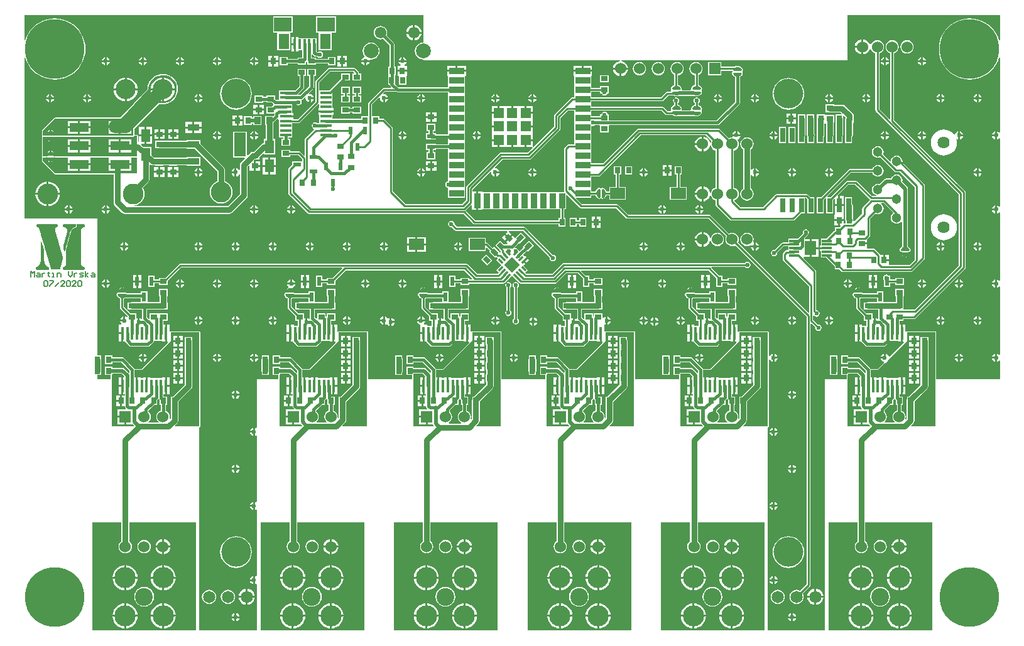
<source format=gtl>
G04*
G04 #@! TF.GenerationSoftware,Altium Limited,Altium Designer,19.0.10 (269)*
G04*
G04 Layer_Physical_Order=1*
G04 Layer_Color=255*
%FSLAX25Y25*%
%MOIN*%
G70*
G01*
G75*
%ADD12C,0.01000*%
%ADD17C,0.00100*%
%ADD19C,0.00800*%
%ADD21C,0.11000*%
%ADD22R,0.03543X0.03150*%
%ADD23R,0.03150X0.03543*%
%ADD24R,0.02559X0.07677*%
%ADD25R,0.02756X0.03543*%
%ADD26R,0.07874X0.05906*%
%ADD27R,0.06181X0.07402*%
%ADD28R,0.05512X0.01181*%
%ADD29C,0.01181*%
%ADD30R,0.03543X0.02756*%
%ADD31R,0.04331X0.02362*%
%ADD32R,0.05118X0.07087*%
%ADD33R,0.02756X0.03740*%
%ADD34R,0.03740X0.02756*%
%ADD35R,0.03347X0.03937*%
G04:AMPARAMS|DCode=36|XSize=35.43mil|YSize=27.56mil|CornerRadius=0mil|HoleSize=0mil|Usage=FLASHONLY|Rotation=135.000|XOffset=0mil|YOffset=0mil|HoleType=Round|Shape=Rectangle|*
%AMROTATEDRECTD36*
4,1,4,0.02227,-0.00278,0.00278,-0.02227,-0.02227,0.00278,-0.00278,0.02227,0.02227,-0.00278,0.0*
%
%ADD36ROTATEDRECTD36*%

G04:AMPARAMS|DCode=37|XSize=31.5mil|YSize=11.81mil|CornerRadius=0mil|HoleSize=0mil|Usage=FLASHONLY|Rotation=225.000|XOffset=0mil|YOffset=0mil|HoleType=Round|Shape=Rectangle|*
%AMROTATEDRECTD37*
4,1,4,0.00696,0.01531,0.01531,0.00696,-0.00696,-0.01531,-0.01531,-0.00696,0.00696,0.01531,0.0*
%
%ADD37ROTATEDRECTD37*%

G04:AMPARAMS|DCode=38|XSize=31.5mil|YSize=11.81mil|CornerRadius=0mil|HoleSize=0mil|Usage=FLASHONLY|Rotation=315.000|XOffset=0mil|YOffset=0mil|HoleType=Round|Shape=Rectangle|*
%AMROTATEDRECTD38*
4,1,4,-0.01531,0.00696,-0.00696,0.01531,0.01531,-0.00696,0.00696,-0.01531,-0.01531,0.00696,0.0*
%
%ADD38ROTATEDRECTD38*%

%ADD39P,0.08352X4X360.0*%
%ADD40R,0.04134X0.02362*%
%ADD41R,0.02362X0.04134*%
%ADD42R,0.01772X0.05433*%
%ADD43R,0.05807X0.08268*%
%ADD44R,0.09350X0.07480*%
%ADD45R,0.06008X0.01713*%
%ADD46R,0.09843X0.04724*%
%ADD47R,0.07874X0.03543*%
%ADD48R,0.03543X0.07874*%
%ADD49R,0.05236X0.05236*%
%ADD50R,0.02362X0.05118*%
%ADD51R,0.01772X0.07087*%
G04:AMPARAMS|DCode=52|XSize=35.43mil|YSize=27.56mil|CornerRadius=0mil|HoleSize=0mil|Usage=FLASHONLY|Rotation=225.000|XOffset=0mil|YOffset=0mil|HoleType=Round|Shape=Rectangle|*
%AMROTATEDRECTD52*
4,1,4,0.00278,0.02227,0.02227,0.00278,-0.00278,-0.02227,-0.02227,-0.00278,0.00278,0.02227,0.0*
%
%ADD52ROTATEDRECTD52*%

%ADD53R,0.06496X0.03740*%
%ADD54R,0.06496X0.12795*%
%ADD103C,0.03000*%
%ADD104C,0.01500*%
%ADD105C,0.02000*%
%ADD106C,0.07000*%
%ADD107C,0.06000*%
%ADD108C,0.07874*%
%ADD109C,0.06102*%
%ADD110C,0.05130*%
%ADD111C,0.06398*%
%ADD112C,0.10630*%
%ADD113C,0.06496*%
%ADD114C,0.11221*%
%ADD115C,0.09449*%
%ADD116R,0.06000X0.06000*%
%ADD117C,0.15748*%
%ADD118C,0.31496*%
%ADD119C,0.03937*%
%ADD120C,0.05118*%
%ADD121C,0.02362*%
G36*
X258823Y150128D02*
X258323Y150045D01*
X257760Y151704D01*
X256818Y153614D01*
X255635Y155385D01*
X254230Y156986D01*
X252629Y158390D01*
X250858Y159574D01*
X248948Y160516D01*
X246931Y161200D01*
X244842Y161616D01*
X242717Y161755D01*
X240591Y161616D01*
X238502Y161200D01*
X236485Y160516D01*
X234575Y159574D01*
X232804Y158390D01*
X231203Y156986D01*
X229799Y155385D01*
X228615Y153614D01*
X227673Y151704D01*
X226989Y149687D01*
X226573Y147598D01*
X226434Y145472D01*
X226573Y143347D01*
X226989Y141258D01*
X227673Y139241D01*
X228615Y137331D01*
X229799Y135560D01*
X231203Y133959D01*
X232804Y132554D01*
X234575Y131371D01*
X236485Y130429D01*
X238502Y129744D01*
X240591Y129329D01*
X242717Y129190D01*
X244842Y129329D01*
X246931Y129744D01*
X248948Y130429D01*
X250858Y131371D01*
X252629Y132554D01*
X254230Y133959D01*
X255635Y135560D01*
X256818Y137331D01*
X257760Y139241D01*
X258323Y140900D01*
X258823Y140817D01*
Y101445D01*
X258406Y101298D01*
X258323Y101282D01*
X257615Y101755D01*
X257264Y101825D01*
Y99701D01*
Y97576D01*
X257615Y97646D01*
X258323Y98119D01*
X258406Y98104D01*
X258823Y97957D01*
Y62075D01*
X258406Y61928D01*
X258323Y61912D01*
X257615Y62385D01*
X257264Y62455D01*
Y60331D01*
Y58206D01*
X257615Y58276D01*
X258323Y58749D01*
X258406Y58734D01*
X258823Y58587D01*
Y22705D01*
X258406Y22558D01*
X258323Y22542D01*
X257615Y23015D01*
X257264Y23085D01*
Y20961D01*
Y18836D01*
X257615Y18906D01*
X258323Y19379D01*
X258406Y19364D01*
X258823Y19217D01*
Y-16665D01*
X258406Y-16812D01*
X258323Y-16828D01*
X257615Y-16355D01*
X257264Y-16285D01*
Y-18409D01*
Y-20534D01*
X257615Y-20464D01*
X258323Y-19991D01*
X258406Y-20007D01*
X258823Y-20154D01*
Y-29827D01*
X225041Y-29827D01*
Y-5000D01*
X224883Y-4617D01*
X224500Y-4459D01*
X209500D01*
X209177Y-4592D01*
X208677Y-4404D01*
Y-870D01*
X207291D01*
Y-5413D01*
Y-9957D01*
X207625D01*
X207816Y-10419D01*
X200290Y-17945D01*
X199811Y-17800D01*
X199763Y-17558D01*
X199281Y-16837D01*
X198560Y-16355D01*
X198209Y-16285D01*
Y-18409D01*
X197709D01*
Y-18909D01*
X195584D01*
X195654Y-19261D01*
X196136Y-19982D01*
X196858Y-20464D01*
X197111Y-20514D01*
X197125Y-20552D01*
X197182Y-20779D01*
X197194Y-21041D01*
X193776Y-24459D01*
X190153D01*
X190095Y-24428D01*
X190055Y-24230D01*
X189779Y-23817D01*
X184546Y-18583D01*
X184132Y-18307D01*
X183644Y-18210D01*
X178342D01*
Y-17213D01*
X174587D01*
Y-21756D01*
X178342D01*
Y-20759D01*
X183116D01*
X187603Y-25246D01*
Y-26272D01*
X187103Y-26480D01*
X184932Y-24308D01*
X184436Y-23977D01*
X183851Y-23860D01*
X178342D01*
Y-23118D01*
X174587D01*
Y-27661D01*
X177510D01*
Y-29827D01*
X166000D01*
Y-163350D01*
X135500D01*
X135500Y-55541D01*
X135648D01*
X136031Y-55383D01*
X136190Y-55000D01*
Y-19548D01*
X136690Y-19396D01*
X137081Y-19982D01*
X137803Y-20464D01*
X138154Y-20534D01*
Y-18409D01*
Y-16285D01*
X137803Y-16355D01*
X137081Y-16837D01*
X136690Y-17423D01*
X136190Y-17271D01*
Y-5000D01*
X136031Y-4617D01*
X135648Y-4459D01*
X120648D01*
X120266Y-4617D01*
X120201Y-4774D01*
X119701Y-4675D01*
Y-870D01*
X118315D01*
Y-5413D01*
Y-9957D01*
X118773D01*
X118964Y-10419D01*
X104924Y-24459D01*
X101176D01*
X101118Y-24428D01*
X101079Y-24230D01*
X100803Y-23817D01*
X95569Y-18583D01*
X95156Y-18307D01*
X94668Y-18210D01*
X89366D01*
Y-17213D01*
X85610D01*
Y-21756D01*
X89366D01*
Y-20759D01*
X94140D01*
X98627Y-25246D01*
Y-26272D01*
X98127Y-26480D01*
X95956Y-24308D01*
X95460Y-23977D01*
X94874Y-23860D01*
X89366D01*
Y-23118D01*
X85610D01*
Y-27661D01*
X88658D01*
Y-29827D01*
X65261Y-29827D01*
Y-5000D01*
X65103Y-4617D01*
X64720Y-4459D01*
X49720D01*
X49337Y-4617D01*
X49335Y-4623D01*
X48835Y-4524D01*
Y-1123D01*
X48991Y-983D01*
X49304Y-796D01*
X49571Y-849D01*
Y1276D01*
Y3400D01*
X49220Y3330D01*
X48498Y2848D01*
X48390Y2685D01*
X47890Y2837D01*
Y5032D01*
X43347D01*
Y3593D01*
X43152Y3456D01*
X42795Y3622D01*
Y5032D01*
X38252D01*
Y2475D01*
X37790Y2284D01*
X36983Y3091D01*
Y7020D01*
X45618D01*
X46398Y7175D01*
X46407Y7181D01*
X47890D01*
Y10937D01*
X47683D01*
Y14268D01*
X47941D01*
Y18024D01*
X46326D01*
X45644Y18159D01*
X44962Y18024D01*
X43398D01*
Y14268D01*
X43604D01*
Y11098D01*
X37114D01*
Y16842D01*
X33752D01*
Y15723D01*
X26300D01*
X26269Y15771D01*
X25938Y15992D01*
X25548Y16069D01*
X25262D01*
X24995Y16569D01*
X25168Y16828D01*
X25192Y16949D01*
X23669D01*
X22147D01*
X22171Y16828D01*
X22344Y16569D01*
X22077Y16069D01*
X21771D01*
X21381Y15992D01*
X21050Y15771D01*
X20830Y15440D01*
X20752Y15050D01*
X20830Y14660D01*
X20878Y14587D01*
X20962Y14385D01*
X21458Y13738D01*
X22106Y13241D01*
X22650Y13016D01*
Y8126D01*
X22727Y7736D01*
X22948Y7405D01*
X26764Y3590D01*
Y1276D01*
X28016D01*
Y-1370D01*
X25803D01*
Y-870D01*
X24417D01*
Y-5413D01*
Y-9957D01*
X25399D01*
X25575Y-10220D01*
X27489Y-12133D01*
X27902Y-12410D01*
X28390Y-12507D01*
X37400D01*
X37887Y-12410D01*
X38301Y-12133D01*
X40173Y-10262D01*
X40449Y-9848D01*
X40527Y-9457D01*
X45063D01*
Y-9957D01*
X46449D01*
Y-5413D01*
X47449D01*
Y-9957D01*
X47844D01*
X48036Y-10419D01*
X33996Y-24459D01*
X30310D01*
X30252Y-24428D01*
X30213Y-24230D01*
X29937Y-23817D01*
X24703Y-18583D01*
X24290Y-18307D01*
X23802Y-18210D01*
X18500D01*
Y-17213D01*
X14744D01*
Y-21756D01*
X18500D01*
Y-20759D01*
X23274D01*
X27761Y-25246D01*
Y-26272D01*
X27261Y-26480D01*
X25090Y-24308D01*
X24593Y-23977D01*
X24008Y-23860D01*
X18500D01*
Y-23118D01*
X14744D01*
Y-27661D01*
X17730D01*
Y-29827D01*
X-5605D01*
Y-5000D01*
X-5764Y-4617D01*
X-6146Y-4459D01*
X-21146D01*
X-21529Y-4617D01*
X-21531Y-4623D01*
X-22031Y-4524D01*
Y-870D01*
X-23417D01*
Y-5413D01*
Y-9957D01*
X-23022D01*
X-22830Y-10419D01*
X-36871Y-24459D01*
X-40556D01*
X-40614Y-24428D01*
X-40653Y-24230D01*
X-40929Y-23817D01*
X-46163Y-18583D01*
X-46577Y-18307D01*
X-47064Y-18210D01*
X-52366D01*
Y-17213D01*
X-56122D01*
Y-21756D01*
X-52366D01*
Y-20759D01*
X-47592D01*
X-43105Y-25246D01*
Y-26272D01*
X-43605Y-26480D01*
X-45777Y-24308D01*
X-46273Y-23977D01*
X-46858Y-23860D01*
X-52366D01*
Y-23118D01*
X-56122D01*
Y-27661D01*
X-53136D01*
Y-29827D01*
X-76409D01*
Y-5000D01*
X-76567Y-4617D01*
X-76950Y-4459D01*
X-91950D01*
X-92333Y-4617D01*
X-92398Y-4774D01*
X-92898Y-4675D01*
Y-870D01*
X-94283D01*
Y-5413D01*
Y-9957D01*
X-93825D01*
X-93634Y-10419D01*
X-107674Y-24459D01*
X-111422D01*
X-111480Y-24428D01*
X-111519Y-24230D01*
X-111796Y-23817D01*
X-117029Y-18583D01*
X-117443Y-18307D01*
X-117930Y-18210D01*
X-123232D01*
Y-17213D01*
X-126988D01*
Y-21756D01*
X-123232D01*
Y-20759D01*
X-118458D01*
X-113971Y-25246D01*
Y-26272D01*
X-114471Y-26480D01*
X-116643Y-24308D01*
X-117139Y-23977D01*
X-117724Y-23860D01*
X-123232D01*
Y-23118D01*
X-126988D01*
Y-27661D01*
X-123940D01*
Y-29827D01*
X-135500D01*
Y-55586D01*
X-135941Y-55822D01*
X-136086Y-55725D01*
X-136437Y-55655D01*
Y-57780D01*
Y-59904D01*
X-136086Y-59834D01*
X-135941Y-59737D01*
X-135500Y-59973D01*
Y-94956D01*
X-135941Y-95192D01*
X-136086Y-95095D01*
X-136437Y-95025D01*
Y-97150D01*
Y-99274D01*
X-136086Y-99204D01*
X-135941Y-99107D01*
X-135500Y-99343D01*
Y-134326D01*
X-135941Y-134562D01*
X-136086Y-134465D01*
X-136437Y-134395D01*
Y-136520D01*
Y-138644D01*
X-136086Y-138574D01*
X-135941Y-138477D01*
X-135500Y-138713D01*
Y-163350D01*
X-166051D01*
Y-55541D01*
X-165668Y-55383D01*
X-165510Y-55000D01*
Y-5000D01*
X-165668Y-4617D01*
X-166051Y-4459D01*
X-181051D01*
X-181374Y-4592D01*
X-181874Y-4404D01*
Y-870D01*
X-183260D01*
Y-5413D01*
Y-9957D01*
X-182926D01*
X-182735Y-10419D01*
X-196775Y-24459D01*
X-200399D01*
X-200456Y-24428D01*
X-200496Y-24230D01*
X-200772Y-23817D01*
X-206006Y-18583D01*
X-206419Y-18307D01*
X-206907Y-18210D01*
X-212209D01*
Y-17213D01*
X-215965D01*
Y-21756D01*
X-212209D01*
Y-20759D01*
X-207435D01*
X-202948Y-25246D01*
Y-26272D01*
X-203448Y-26480D01*
X-205619Y-24308D01*
X-206115Y-23977D01*
X-206700Y-23860D01*
X-212209D01*
Y-23118D01*
X-215965D01*
Y-27661D01*
X-213041D01*
Y-29827D01*
X-219992D01*
Y-27661D01*
X-218114D01*
Y-26179D01*
X-218108Y-26170D01*
X-217953Y-25390D01*
X-217953Y-19484D01*
X-218108Y-18704D01*
X-218114Y-18695D01*
Y-17213D01*
X-219992D01*
Y78959D01*
X-211539D01*
Y64000D01*
X-211384Y63220D01*
X-210942Y62558D01*
X-206942Y58558D01*
X-206280Y58116D01*
X-205500Y57961D01*
X-150055D01*
X-149275Y58116D01*
X-148613Y58558D01*
X-140964Y66208D01*
X-140522Y66869D01*
X-140366Y67650D01*
Y83108D01*
X-139734Y83741D01*
X-139272Y83549D01*
Y80807D01*
X-137000D01*
Y83382D01*
Y86284D01*
X-137056Y86419D01*
X-136655Y86819D01*
X-134228D01*
Y88085D01*
X-132371Y89942D01*
X-131909Y89750D01*
Y89575D01*
X-125791D01*
Y97661D01*
X-126811D01*
Y105032D01*
X-126677D01*
Y106607D01*
X-126622Y106618D01*
X-126209Y106894D01*
X-124643Y108460D01*
X-124181Y108269D01*
Y107892D01*
X-123681D01*
Y103392D01*
Y100896D01*
Y98392D01*
X-121452D01*
Y97831D01*
X-122449D01*
Y94075D01*
X-117905D01*
Y97831D01*
X-118903D01*
Y98392D01*
X-116673D01*
Y100896D01*
Y103392D01*
Y106232D01*
X-113445D01*
X-113055Y106310D01*
X-112724Y106531D01*
X-102827Y116428D01*
X-102628Y116401D01*
X-102327Y116253D01*
Y114108D01*
X-102827D01*
Y112752D01*
X-98823D01*
X-94819D01*
Y114108D01*
X-95319D01*
Y118392D01*
Y122326D01*
X-88936Y128709D01*
X-86130D01*
Y132465D01*
X-90870D01*
Y129658D01*
X-96920Y123608D01*
X-102327Y123608D01*
X-102480Y124045D01*
Y127668D01*
X-96668Y133480D01*
X-84422D01*
X-83907Y132965D01*
X-84114Y132465D01*
X-84870D01*
Y128709D01*
X-80130D01*
Y132465D01*
X-81480D01*
Y133000D01*
X-81558Y133390D01*
X-81779Y133721D01*
X-83279Y135221D01*
X-83610Y135442D01*
X-84000Y135520D01*
X-97091D01*
X-97481Y135442D01*
X-97812Y135221D01*
X-104221Y128812D01*
X-104442Y128481D01*
X-104520Y128091D01*
Y117619D01*
X-113867Y108272D01*
X-116173D01*
Y109248D01*
X-120177D01*
Y110248D01*
X-116173D01*
Y111604D01*
X-116673D01*
Y115993D01*
X-114540D01*
X-114101Y115700D01*
X-113445Y115569D01*
X-112789Y115700D01*
X-112233Y116071D01*
X-111861Y116627D01*
X-111731Y117283D01*
X-111861Y117939D01*
X-111892Y117985D01*
X-111660Y118537D01*
X-111492Y118571D01*
X-111078Y118847D01*
X-110045Y119880D01*
X-109584Y119634D01*
X-109633Y119386D01*
X-109464Y118535D01*
X-108982Y117813D01*
X-108261Y117331D01*
X-107909Y117262D01*
Y119386D01*
X-107409D01*
Y119886D01*
X-105285D01*
X-105355Y120237D01*
X-105837Y120958D01*
X-106558Y121440D01*
X-107409Y121610D01*
X-107658Y121560D01*
X-107904Y122021D01*
X-105615Y124311D01*
X-105338Y124724D01*
X-105241Y125212D01*
Y131217D01*
X-104244D01*
Y134972D01*
X-108787D01*
Y131217D01*
X-107790D01*
Y125740D01*
X-112507Y121022D01*
X-113407D01*
X-113614Y121522D01*
X-110733Y124404D01*
X-110456Y124818D01*
X-110359Y125305D01*
Y131217D01*
X-109362D01*
Y134972D01*
X-113906D01*
Y131217D01*
X-112908D01*
Y125833D01*
X-115215Y123527D01*
X-116673D01*
Y123608D01*
X-123681D01*
Y120896D01*
Y118526D01*
X-125378D01*
X-125728Y118877D01*
Y120831D01*
X-130272D01*
Y120129D01*
X-132228D01*
Y120831D01*
X-136772D01*
Y116681D01*
X-132228D01*
Y117580D01*
X-130272D01*
Y117075D01*
X-127531D01*
X-126807Y116351D01*
X-126732Y116301D01*
Y115699D01*
X-126807Y115649D01*
X-127531Y114925D01*
X-130272D01*
Y111169D01*
X-126329D01*
X-126253Y111077D01*
Y110455D01*
X-126739Y109968D01*
X-131024D01*
Y105032D01*
X-130890D01*
Y97661D01*
X-131909D01*
Y95492D01*
X-132483Y95378D01*
X-133145Y94936D01*
X-137112Y90969D01*
X-138772D01*
Y90426D01*
X-138907Y90336D01*
X-140144Y89098D01*
X-140606Y89289D01*
Y101642D01*
X-148102D01*
Y87846D01*
X-142049D01*
X-141858Y87384D01*
X-143847Y85395D01*
X-144290Y84733D01*
X-144445Y83953D01*
Y81347D01*
X-144945Y81196D01*
X-145207Y81588D01*
X-145929Y82070D01*
X-146280Y82140D01*
Y80016D01*
Y77891D01*
X-145929Y77961D01*
X-145207Y78443D01*
X-144945Y78836D01*
X-144445Y78684D01*
Y68494D01*
X-150900Y62039D01*
X-200283D01*
X-200307Y62539D01*
X-199824Y62587D01*
X-198693Y62930D01*
X-197651Y63487D01*
X-196737Y64237D01*
X-195987Y65150D01*
X-195430Y66193D01*
X-195087Y67324D01*
X-194971Y68500D01*
X-195087Y69676D01*
X-195430Y70807D01*
X-195960Y71798D01*
X-193058Y74700D01*
X-192616Y75362D01*
X-192461Y76142D01*
Y83787D01*
X-191961Y84054D01*
X-191587Y83805D01*
X-190807Y83650D01*
X-189520D01*
Y83614D01*
X-184976D01*
Y83650D01*
X-182186D01*
Y83614D01*
X-177643D01*
Y83650D01*
X-172906D01*
Y83319D01*
X-165409D01*
Y88059D01*
X-172906D01*
Y87728D01*
X-177643D01*
Y87764D01*
X-182186D01*
Y87728D01*
X-184976D01*
Y87764D01*
X-189520D01*
Y87764D01*
X-190013Y87779D01*
X-191015Y88780D01*
X-191441Y89065D01*
Y93425D01*
X-195362D01*
X-195559Y93464D01*
X-195699D01*
X-196847Y94613D01*
X-196656Y95075D01*
X-195000D01*
Y99118D01*
X-198059D01*
Y96464D01*
X-198559Y96148D01*
X-198573Y96154D01*
Y99370D01*
X-198732Y99753D01*
X-199114Y99911D01*
X-200459D01*
Y103256D01*
X-190770Y112946D01*
X-187308Y116225D01*
X-185250D01*
X-184536Y116225D01*
X-184485Y116246D01*
X-184430Y116235D01*
X-183030Y116514D01*
X-182984Y116544D01*
X-182928D01*
X-181609Y117091D01*
X-181570Y117130D01*
X-181515Y117141D01*
X-180328Y117934D01*
X-180297Y117980D01*
X-180246Y118001D01*
X-179236Y119011D01*
X-179215Y119063D01*
X-179169Y119093D01*
X-178375Y120281D01*
X-178364Y120335D01*
X-178325Y120374D01*
X-177779Y121694D01*
Y121749D01*
X-177748Y121795D01*
X-177469Y123196D01*
X-177480Y123250D01*
X-177459Y123302D01*
X-177459Y123996D01*
X-177409Y124665D01*
X-177427Y124718D01*
X-177412Y124771D01*
X-177580Y126144D01*
X-177607Y126192D01*
X-177603Y126247D01*
X-178036Y127560D01*
X-178072Y127602D01*
X-178079Y127657D01*
X-178760Y128861D01*
X-178804Y128895D01*
X-178821Y128947D01*
X-179723Y129995D01*
X-179773Y130020D01*
X-179800Y130068D01*
X-180890Y130920D01*
X-180943Y130934D01*
X-180979Y130976D01*
X-182214Y131599D01*
X-182269Y131603D01*
X-182313Y131637D01*
X-183645Y132007D01*
X-183700Y132000D01*
X-183750Y132025D01*
X-184439Y132076D01*
X-184460Y132069D01*
X-184479Y132078D01*
X-185521Y132078D01*
X-185521Y132078D01*
X-186261Y132078D01*
X-186313Y132056D01*
X-186367Y132067D01*
X-187820Y131778D01*
X-187866Y131747D01*
X-187921D01*
X-189290Y131180D01*
X-189329Y131141D01*
X-189384Y131130D01*
X-190615Y130307D01*
X-190646Y130261D01*
X-190697Y130240D01*
X-191745Y129192D01*
X-191766Y129141D01*
X-191812Y129110D01*
X-192635Y127879D01*
X-192646Y127824D01*
X-192685Y127785D01*
X-193252Y126417D01*
Y126361D01*
X-193283Y126315D01*
X-193572Y124862D01*
X-193561Y124808D01*
X-193582Y124757D01*
X-193582Y124229D01*
X-207751Y109041D01*
X-219992D01*
Y163350D01*
X-46949D01*
Y149048D01*
X-47224Y148806D01*
X-48383Y148653D01*
X-49462Y148206D01*
X-50389Y147495D01*
X-51100Y146568D01*
X-51547Y145489D01*
X-51700Y144331D01*
X-51547Y143172D01*
X-51100Y142093D01*
X-50389Y141166D01*
X-49462Y140455D01*
X-48383Y140008D01*
X-47224Y139855D01*
X-46949Y139614D01*
Y139500D01*
X57205D01*
X57238Y139000D01*
X56456Y138897D01*
X55483Y138494D01*
X54647Y137853D01*
X54006Y137017D01*
X53603Y136044D01*
X53531Y135500D01*
X57500D01*
X61469D01*
X61397Y136044D01*
X60994Y137017D01*
X60353Y137853D01*
X59517Y138494D01*
X58544Y138897D01*
X57762Y139000D01*
X57795Y139500D01*
X178000D01*
Y163350D01*
X258823D01*
Y150128D01*
D02*
G37*
G36*
X-220000Y109041D02*
X-242500D01*
X-242500Y109041D01*
X-242883Y108883D01*
X-242883Y108883D01*
X-249383Y102383D01*
X-249541Y102000D01*
X-249541Y102000D01*
X-249541Y99370D01*
X-249429Y99099D01*
X-249541Y98829D01*
Y88500D01*
X-249429Y88229D01*
X-249541Y87959D01*
Y86000D01*
X-249541Y86000D01*
X-249383Y85617D01*
X-249383Y85617D01*
X-242883Y79117D01*
X-242500Y78959D01*
X-242500Y78959D01*
X-220000D01*
Y55500D01*
X-258823D01*
Y140817D01*
X-258323Y140900D01*
X-257760Y139241D01*
X-256818Y137331D01*
X-255635Y135560D01*
X-254230Y133959D01*
X-252629Y132554D01*
X-250858Y131371D01*
X-248948Y130429D01*
X-246931Y129744D01*
X-244842Y129329D01*
X-242717Y129190D01*
X-240591Y129329D01*
X-238502Y129744D01*
X-236485Y130429D01*
X-234575Y131371D01*
X-232804Y132554D01*
X-231203Y133959D01*
X-229799Y135560D01*
X-228615Y137331D01*
X-227673Y139241D01*
X-226989Y141258D01*
X-226573Y143347D01*
X-226434Y145472D01*
X-226573Y147598D01*
X-226989Y149687D01*
X-227673Y151704D01*
X-228615Y153614D01*
X-229799Y155385D01*
X-231203Y156986D01*
X-232804Y158390D01*
X-234575Y159574D01*
X-236485Y160516D01*
X-238502Y161200D01*
X-240591Y161616D01*
X-242717Y161755D01*
X-244842Y161616D01*
X-246931Y161200D01*
X-248948Y160516D01*
X-250858Y159574D01*
X-252629Y158390D01*
X-254230Y156986D01*
X-255635Y155385D01*
X-256818Y153614D01*
X-257760Y151704D01*
X-258323Y150045D01*
X-258823Y150128D01*
Y163350D01*
X-220000D01*
Y109041D01*
D02*
G37*
G36*
X-184479Y131536D02*
X-183790Y131485D01*
X-182458Y131115D01*
X-181223Y130493D01*
X-180133Y129642D01*
X-179231Y128594D01*
X-178550Y127391D01*
X-178117Y126077D01*
X-177949Y124705D01*
X-178000Y124016D01*
X-178000Y123302D01*
X-178279Y121901D01*
X-178825Y120581D01*
X-179619Y119394D01*
X-180628Y118384D01*
X-181816Y117591D01*
X-183135Y117044D01*
X-184536Y116766D01*
X-185250Y116766D01*
X-187524D01*
X-201000Y104000D01*
Y99370D01*
X-237130D01*
X-242667D01*
X-242731Y99413D01*
X-243122Y99491D01*
X-243407D01*
X-243675Y99991D01*
X-243502Y100250D01*
X-243478Y100370D01*
X-245000D01*
X-246522D01*
X-246498Y100250D01*
X-246325Y99991D01*
X-246593Y99491D01*
X-246898D01*
X-247288Y99413D01*
X-247352Y99370D01*
X-249000D01*
X-249000Y102000D01*
X-242500Y108500D01*
X-207516D01*
X-193041Y124016D01*
X-193041Y124756D01*
X-192752Y126209D01*
X-192185Y127578D01*
X-191362Y128810D01*
X-190315Y129857D01*
X-189083Y130680D01*
X-187714Y131247D01*
X-186261Y131536D01*
X-185521Y131536D01*
X-185521Y131536D01*
X-184479Y131536D01*
D02*
G37*
G36*
X-199114Y88500D02*
X-242667D01*
X-242731Y88543D01*
X-243122Y88621D01*
X-243407D01*
X-243675Y89121D01*
X-243502Y89379D01*
X-243478Y89500D01*
X-246522D01*
X-246498Y89379D01*
X-246325Y89121D01*
X-246593Y88621D01*
X-246898D01*
X-247288Y88543D01*
X-247352Y88500D01*
X-249000D01*
Y98829D01*
X-247352D01*
X-247210Y98888D01*
X-247182Y98882D01*
X-246845Y98949D01*
X-246793D01*
X-246499Y98492D01*
X-246501Y98477D01*
X-246522Y98370D01*
X-245000D01*
X-243478D01*
X-243499Y98477D01*
X-243501Y98492D01*
X-243207Y98949D01*
X-243175D01*
X-242837Y98882D01*
X-242809Y98888D01*
X-242667Y98829D01*
X-201000D01*
X-200617Y98987D01*
X-200459Y99370D01*
X-199114D01*
Y88500D01*
D02*
G37*
G36*
X-242837Y88012D02*
X-242809Y88018D01*
X-242667Y87959D01*
X-235895D01*
X-235748Y87520D01*
X-235748Y87459D01*
Y84658D01*
X-223905D01*
Y87459D01*
X-223905Y87520D01*
X-223759Y87959D01*
X-214242D01*
X-214094Y87520D01*
X-214094Y87459D01*
Y84658D01*
X-202252D01*
Y87459D01*
X-202252Y87520D01*
X-202105Y87959D01*
X-199114D01*
Y79500D01*
X-242500D01*
X-249000Y86000D01*
Y87959D01*
X-247352D01*
X-247210Y88018D01*
X-247182Y88012D01*
X-246845Y88079D01*
X-246793D01*
X-246499Y87622D01*
X-246501Y87607D01*
X-246522Y87500D01*
X-243478D01*
X-243499Y87607D01*
X-243501Y87622D01*
X-243207Y88079D01*
X-243175D01*
X-242837Y88012D01*
D02*
G37*
G36*
X25139Y13174D02*
X33752D01*
Y11098D01*
X29035D01*
X28255Y10943D01*
X28246Y10937D01*
X26764D01*
Y7181D01*
X28246D01*
X28255Y7175D01*
X29035Y7020D01*
X34434D01*
Y2563D01*
X34449Y2486D01*
X33999Y2187D01*
X33449Y2555D01*
X33098Y2624D01*
Y500D01*
X32098D01*
Y2624D01*
X31807Y2567D01*
X31624Y2620D01*
X31307Y2789D01*
Y5032D01*
X28206D01*
X24689Y8548D01*
Y12898D01*
X25122Y13178D01*
X25139Y13174D01*
D02*
G37*
G36*
X43447Y-40462D02*
X43551Y-40618D01*
X43740Y-40807D01*
Y-43610D01*
X44313D01*
Y-46527D01*
X43730Y-46769D01*
X42999Y-47330D01*
X42438Y-48061D01*
X42086Y-48912D01*
X41965Y-49826D01*
X42086Y-50740D01*
X42438Y-51591D01*
X42999Y-52322D01*
X43094Y-52395D01*
X42933Y-52868D01*
X38058D01*
X37897Y-52395D01*
X37992Y-52322D01*
X38553Y-51591D01*
X38905Y-50740D01*
X39026Y-49826D01*
X38905Y-48912D01*
X38553Y-48061D01*
X37992Y-47330D01*
X37631Y-47053D01*
Y-46490D01*
X40510Y-43610D01*
X42402D01*
Y-40932D01*
X42794Y-40539D01*
X42853Y-40451D01*
X43447Y-40462D01*
D02*
G37*
G36*
X203227D02*
X203331Y-40618D01*
X203583Y-40869D01*
Y-43610D01*
X204094D01*
Y-46527D01*
X203510Y-46769D01*
X202779Y-47330D01*
X202218Y-48061D01*
X201866Y-48912D01*
X201745Y-49826D01*
X201866Y-50740D01*
X202218Y-51591D01*
X202779Y-52322D01*
X202960Y-52461D01*
X202790Y-52961D01*
X197761D01*
X197591Y-52461D01*
X197772Y-52322D01*
X198333Y-51591D01*
X198686Y-50740D01*
X198806Y-49826D01*
X198686Y-48912D01*
X198333Y-48061D01*
X197772Y-47330D01*
X197411Y-47053D01*
Y-46490D01*
X200291Y-43610D01*
X202244D01*
Y-40869D01*
X202574Y-40539D01*
X202633Y-40451D01*
X203227Y-40462D01*
D02*
G37*
G36*
X114376D02*
X114479Y-40618D01*
X114606Y-40745D01*
Y-43610D01*
X115242D01*
Y-46527D01*
X114659Y-46769D01*
X113928Y-47330D01*
X113367Y-48061D01*
X113014Y-48912D01*
X112894Y-49826D01*
X113014Y-50740D01*
X113367Y-51591D01*
X113928Y-52322D01*
X114109Y-52461D01*
X113939Y-52961D01*
X108909D01*
X108739Y-52461D01*
X108920Y-52322D01*
X109481Y-51591D01*
X109834Y-50740D01*
X109954Y-49826D01*
X109834Y-48912D01*
X109481Y-48061D01*
X108920Y-47330D01*
X108560Y-47053D01*
Y-46490D01*
X111439Y-43610D01*
X113268D01*
Y-40994D01*
X113723Y-40539D01*
X113781Y-40451D01*
X114376Y-40462D01*
D02*
G37*
G36*
X-98223D02*
X-98119Y-40618D01*
X-97992Y-40745D01*
Y-43610D01*
X-97356D01*
Y-46527D01*
X-97939Y-46769D01*
X-98671Y-47330D01*
X-99232Y-48061D01*
X-99584Y-48912D01*
X-99705Y-49826D01*
X-99584Y-50740D01*
X-99232Y-51591D01*
X-98671Y-52322D01*
X-98490Y-52461D01*
X-98660Y-52961D01*
X-103689D01*
X-103859Y-52461D01*
X-103678Y-52322D01*
X-103117Y-51591D01*
X-102764Y-50740D01*
X-102644Y-49826D01*
X-102764Y-48912D01*
X-103117Y-48061D01*
X-103678Y-47330D01*
X-104039Y-47053D01*
Y-46490D01*
X-101159Y-43610D01*
X-99331D01*
Y-40994D01*
X-98876Y-40539D01*
X-98817Y-40451D01*
X-98223Y-40462D01*
D02*
G37*
G36*
X-187324D02*
X-187220Y-40618D01*
X-186969Y-40869D01*
Y-43610D01*
X-186458D01*
Y-46527D01*
X-187041Y-46769D01*
X-187772Y-47330D01*
X-188333Y-48061D01*
X-188686Y-48912D01*
X-188806Y-49826D01*
X-188686Y-50740D01*
X-188333Y-51591D01*
X-187772Y-52322D01*
X-187591Y-52461D01*
X-187761Y-52961D01*
X-192790D01*
X-192960Y-52461D01*
X-192779Y-52322D01*
X-192218Y-51591D01*
X-191866Y-50740D01*
X-191745Y-49826D01*
X-191866Y-48912D01*
X-192218Y-48061D01*
X-192779Y-47330D01*
X-193140Y-47053D01*
Y-46490D01*
X-190261Y-43610D01*
X-188307D01*
Y-40869D01*
X-187977Y-40539D01*
X-187918Y-40451D01*
X-187324Y-40462D01*
D02*
G37*
G36*
X-27419D02*
X-27315Y-40618D01*
X-27126Y-40807D01*
Y-43610D01*
X-26553D01*
Y-46527D01*
X-27136Y-46769D01*
X-27867Y-47330D01*
X-28428Y-48061D01*
X-28781Y-48912D01*
X-28901Y-49826D01*
X-28781Y-50740D01*
X-28428Y-51591D01*
X-27867Y-52322D01*
X-27136Y-52883D01*
X-27129Y-52886D01*
X-27228Y-53386D01*
X-33513D01*
X-33612Y-52886D01*
X-33606Y-52883D01*
X-32875Y-52322D01*
X-32313Y-51591D01*
X-31961Y-50740D01*
X-31841Y-49826D01*
X-31961Y-48912D01*
X-32313Y-48061D01*
X-32875Y-47330D01*
X-33235Y-47053D01*
Y-46490D01*
X-30356Y-43610D01*
X-28465D01*
Y-40932D01*
X-28072Y-40539D01*
X-28013Y-40451D01*
X-27419Y-40462D01*
D02*
G37*
G36*
X224500Y-55000D02*
X211723D01*
X211531Y-54538D01*
X212808Y-53261D01*
X213250Y-52600D01*
X213405Y-51819D01*
X213405Y-51819D01*
Y-41789D01*
X220210Y-34985D01*
X220652Y-34324D01*
X220807Y-33543D01*
Y-31598D01*
X220843D01*
Y-27055D01*
X220807D01*
Y-25037D01*
X220843D01*
Y-20493D01*
X220807D01*
Y-18475D01*
X220843D01*
Y-13932D01*
X220807D01*
Y-11913D01*
X220843D01*
Y-7370D01*
X216693D01*
Y-11913D01*
X216728D01*
Y-13932D01*
X216693D01*
Y-18475D01*
X216728D01*
Y-20493D01*
X216693D01*
Y-25037D01*
X216728D01*
Y-27055D01*
X216693D01*
Y-31598D01*
X216728D01*
Y-32699D01*
X210360Y-39067D01*
X209488D01*
Y-40156D01*
X209482Y-40165D01*
X209327Y-40945D01*
X209366Y-41142D01*
X209327Y-41339D01*
Y-50975D01*
X208989Y-51312D01*
X208566Y-51029D01*
X208685Y-50740D01*
X208806Y-49826D01*
X208685Y-48912D01*
X208333Y-48061D01*
X207772Y-47330D01*
X207041Y-46769D01*
X206643Y-46604D01*
Y-43610D01*
X207339D01*
Y-39067D01*
X205507D01*
Y-37909D01*
X206291D01*
Y-33366D01*
Y-28823D01*
X204906D01*
Y-29323D01*
X198441D01*
Y-28823D01*
X197055D01*
Y-33366D01*
X196055D01*
Y-28823D01*
X194669D01*
Y-29323D01*
X193323D01*
Y-28823D01*
X191937D01*
Y-33366D01*
X190937D01*
Y-28823D01*
X190152D01*
Y-25000D01*
X194000D01*
X197619Y-21381D01*
X197709Y-21399D01*
X198365Y-21269D01*
X198921Y-20897D01*
X199292Y-20341D01*
X199423Y-19685D01*
X199405Y-19595D01*
X209500Y-9500D01*
Y-5000D01*
X224500D01*
Y-55000D01*
D02*
G37*
G36*
X184621Y-28323D02*
X184414Y-28823D01*
X184260D01*
Y-33366D01*
Y-37909D01*
X184851D01*
Y-38567D01*
X183473D01*
Y-41339D01*
Y-44110D01*
X184858D01*
X184948Y-44562D01*
X185224Y-44975D01*
X185299Y-45025D01*
X185349Y-45100D01*
X185613Y-45364D01*
X185421Y-45826D01*
X181276D01*
Y-49326D01*
X185276D01*
Y-49826D01*
X185776D01*
Y-53826D01*
X189163D01*
X189977Y-54640D01*
X189616Y-55000D01*
X178051D01*
Y-27661D01*
X178342D01*
Y-26919D01*
X183217D01*
X184621Y-28323D01*
D02*
G37*
G36*
X135648Y-55000D02*
X122723D01*
X122531Y-54538D01*
X123957Y-53113D01*
X124399Y-52451D01*
X124554Y-51671D01*
Y-41789D01*
X131358Y-34985D01*
X131800Y-34324D01*
X131955Y-33543D01*
Y-9642D01*
X131866Y-9193D01*
Y-7370D01*
X127717D01*
Y-11913D01*
X127877D01*
Y-13932D01*
X127717D01*
Y-18475D01*
X127877D01*
Y-20493D01*
X127717D01*
Y-25037D01*
X127877D01*
Y-27055D01*
X127717D01*
Y-31598D01*
X127877D01*
Y-32699D01*
X121509Y-39067D01*
X120512D01*
Y-40762D01*
X120475Y-40945D01*
Y-50613D01*
X120344Y-50694D01*
X119880Y-50392D01*
X119954Y-49826D01*
X119834Y-48912D01*
X119481Y-48061D01*
X118920Y-47330D01*
X118189Y-46769D01*
X117791Y-46604D01*
Y-43610D01*
X118362D01*
Y-39067D01*
X116655D01*
Y-37909D01*
X117315D01*
Y-33366D01*
Y-28823D01*
X115929D01*
Y-29323D01*
X109465D01*
Y-28823D01*
X108079D01*
Y-33366D01*
X107079D01*
Y-28823D01*
X105693D01*
Y-29323D01*
X104347D01*
Y-28823D01*
X102961D01*
Y-33366D01*
X101961D01*
Y-28823D01*
X101176D01*
Y-25000D01*
X105148D01*
X120648Y-9500D01*
Y-5000D01*
X135648D01*
Y-55000D01*
D02*
G37*
G36*
X95645Y-28323D02*
X95438Y-28823D01*
X95284D01*
Y-33366D01*
Y-37909D01*
X95999D01*
Y-38567D01*
X94496D01*
Y-41339D01*
Y-44110D01*
X96006D01*
X96096Y-44562D01*
X96372Y-44975D01*
X96447Y-45025D01*
X96497Y-45100D01*
X96761Y-45364D01*
X96570Y-45826D01*
X92424D01*
Y-49326D01*
X96424D01*
Y-49826D01*
X96924D01*
Y-53826D01*
X100311D01*
X101125Y-54640D01*
X100765Y-55000D01*
X89200D01*
Y-27661D01*
X89366D01*
Y-26919D01*
X94241D01*
X95645Y-28323D01*
D02*
G37*
G36*
X64720Y-55000D02*
X51631D01*
X51439Y-54538D01*
X53120Y-52857D01*
X53562Y-52196D01*
X53718Y-51415D01*
Y-41697D01*
X60522Y-34893D01*
X60964Y-34231D01*
X61119Y-33451D01*
Y-29327D01*
Y-22765D01*
Y-16203D01*
Y-9549D01*
X61000Y-8950D01*
Y-7370D01*
X56850D01*
Y-11913D01*
X57041D01*
Y-13932D01*
X56850D01*
Y-18475D01*
X57041D01*
Y-20493D01*
X56850D01*
Y-25037D01*
X57041D01*
Y-27055D01*
X56850D01*
Y-31598D01*
X57041D01*
Y-32606D01*
X50580Y-39067D01*
X49646D01*
Y-40821D01*
X49639Y-40852D01*
Y-50388D01*
X49436Y-50538D01*
X48968Y-50263D01*
X49026Y-49826D01*
X48905Y-48912D01*
X48553Y-48061D01*
X47992Y-47330D01*
X47261Y-46769D01*
X46863Y-46604D01*
Y-43610D01*
X47496D01*
Y-39067D01*
X45727D01*
Y-37909D01*
X46449D01*
Y-33366D01*
Y-28823D01*
X45063D01*
Y-29323D01*
X38598D01*
Y-28823D01*
X37213D01*
Y-33366D01*
X36213D01*
Y-28823D01*
X34827D01*
Y-29323D01*
X33480D01*
Y-28823D01*
X32094D01*
Y-33366D01*
X31095D01*
Y-28823D01*
X30310D01*
Y-25000D01*
X34220D01*
X49720Y-9500D01*
Y-5000D01*
X64720D01*
Y-55000D01*
D02*
G37*
G36*
X24778Y-28323D02*
X24571Y-28823D01*
X24417D01*
Y-33366D01*
Y-37909D01*
X25071D01*
Y-38567D01*
X23630D01*
Y-41339D01*
Y-44110D01*
X25078D01*
X25168Y-44562D01*
X25444Y-44975D01*
X25519Y-45025D01*
X25569Y-45100D01*
X25833Y-45364D01*
X25641Y-45826D01*
X21496D01*
Y-49326D01*
X25495D01*
Y-49826D01*
X25995D01*
Y-53826D01*
X29495D01*
X29495Y-53826D01*
Y-53826D01*
X29862Y-54112D01*
X30293Y-54543D01*
X29836Y-55000D01*
X18271D01*
Y-27661D01*
X18500D01*
Y-26919D01*
X23375D01*
X24778Y-28323D01*
D02*
G37*
G36*
X-6146Y-55000D02*
X-18963D01*
X-19154Y-54538D01*
X-17838Y-53222D01*
X-17838Y-53222D01*
X-17396Y-52561D01*
X-17241Y-51780D01*
X-17241Y-51780D01*
Y-41789D01*
X-10437Y-34985D01*
X-9995Y-34324D01*
X-9839Y-33543D01*
Y-9642D01*
X-9866Y-9507D01*
Y-7370D01*
X-14016D01*
Y-11913D01*
X-13918D01*
Y-13932D01*
X-14016D01*
Y-18475D01*
X-13918D01*
Y-20493D01*
X-14016D01*
Y-25037D01*
X-13918D01*
Y-27055D01*
X-14016D01*
Y-31598D01*
X-13918D01*
Y-32699D01*
X-20286Y-39067D01*
X-21220D01*
Y-40448D01*
X-21319Y-40945D01*
Y-50877D01*
X-21552Y-51060D01*
X-21964Y-50748D01*
X-21961Y-50740D01*
X-21840Y-49826D01*
X-21961Y-48912D01*
X-22313Y-48061D01*
X-22874Y-47330D01*
X-23606Y-46769D01*
X-24004Y-46604D01*
Y-43610D01*
X-23370D01*
Y-39067D01*
X-25139D01*
Y-37909D01*
X-24417D01*
Y-33366D01*
Y-28823D01*
X-25803D01*
Y-29323D01*
X-32268D01*
Y-28823D01*
X-33654D01*
Y-33366D01*
X-34654D01*
Y-28823D01*
X-36039D01*
Y-29323D01*
X-37386D01*
Y-28823D01*
X-38772D01*
Y-33366D01*
X-39772D01*
Y-28823D01*
X-40556D01*
Y-25000D01*
X-36646D01*
X-21146Y-9500D01*
Y-5000D01*
X-6146D01*
Y-55000D01*
D02*
G37*
G36*
X-46088Y-28323D02*
X-46295Y-28823D01*
X-46449D01*
Y-33366D01*
Y-37909D01*
X-45796D01*
Y-38567D01*
X-47236D01*
Y-41339D01*
Y-44110D01*
X-45788D01*
X-45699Y-44562D01*
X-45422Y-44975D01*
X-45347Y-45025D01*
X-45298Y-45100D01*
X-45033Y-45364D01*
X-45225Y-45826D01*
X-49371D01*
Y-49326D01*
X-45371D01*
Y-49826D01*
X-44871D01*
Y-53826D01*
X-41964D01*
X-41913Y-54082D01*
X-41634Y-54500D01*
X-41781Y-55000D01*
X-52595D01*
Y-27661D01*
X-52366D01*
Y-26919D01*
X-47491D01*
X-46088Y-28323D01*
D02*
G37*
G36*
X-76950Y-55000D02*
X-90037D01*
X-90228Y-54538D01*
X-88642Y-52952D01*
X-88200Y-52290D01*
X-88045Y-51510D01*
Y-41789D01*
X-81240Y-34985D01*
X-80798Y-34324D01*
X-80643Y-33543D01*
Y-9642D01*
X-80732Y-9193D01*
Y-7370D01*
X-84882D01*
Y-11913D01*
X-84721D01*
Y-13932D01*
X-84882D01*
Y-18475D01*
X-84721D01*
Y-20493D01*
X-84882D01*
Y-25037D01*
X-84721D01*
Y-27055D01*
X-84882D01*
Y-31598D01*
X-84721D01*
Y-32699D01*
X-91090Y-39067D01*
X-92087D01*
Y-40762D01*
X-92123Y-40945D01*
Y-50336D01*
X-92214Y-50391D01*
X-92679Y-50089D01*
X-92644Y-49826D01*
X-92765Y-48912D01*
X-93117Y-48061D01*
X-93678Y-47330D01*
X-94409Y-46769D01*
X-94807Y-46604D01*
Y-43610D01*
X-94236D01*
Y-39067D01*
X-95943D01*
Y-37909D01*
X-95284D01*
Y-33366D01*
Y-28823D01*
X-96669D01*
Y-29323D01*
X-103134D01*
Y-28823D01*
X-104520D01*
Y-33366D01*
X-105520D01*
Y-28823D01*
X-106905D01*
Y-29323D01*
X-108252D01*
Y-28823D01*
X-109638D01*
Y-33366D01*
X-110638D01*
Y-28823D01*
X-111422D01*
Y-25000D01*
X-107450D01*
X-91950Y-9500D01*
Y-5000D01*
X-76950D01*
Y-55000D01*
D02*
G37*
G36*
X-116954Y-28323D02*
X-117161Y-28823D01*
X-117315D01*
Y-33366D01*
Y-37909D01*
X-116599D01*
Y-38567D01*
X-118102D01*
Y-41339D01*
Y-44110D01*
X-116592D01*
X-116502Y-44562D01*
X-116226Y-44975D01*
X-115837Y-45364D01*
X-116029Y-45826D01*
X-120174D01*
Y-49326D01*
X-116174D01*
Y-49826D01*
X-115674D01*
Y-53826D01*
X-112287D01*
X-111473Y-54640D01*
X-111834Y-55000D01*
X-123399D01*
Y-27661D01*
X-123232D01*
Y-26919D01*
X-118358D01*
X-116954Y-28323D01*
D02*
G37*
G36*
X-166051Y-55000D02*
X-178904D01*
X-179095Y-54538D01*
X-177743Y-53186D01*
X-177301Y-52524D01*
X-177146Y-51744D01*
Y-41789D01*
X-170342Y-34985D01*
X-169899Y-34324D01*
X-169744Y-33543D01*
Y-31598D01*
X-169709D01*
Y-27055D01*
X-169744D01*
Y-25037D01*
X-169709D01*
Y-20493D01*
X-169744D01*
Y-18475D01*
X-169709D01*
Y-13932D01*
X-169744D01*
Y-11913D01*
X-169709D01*
Y-7370D01*
X-173858D01*
Y-11913D01*
X-173823D01*
Y-13932D01*
X-173858D01*
Y-18475D01*
X-173823D01*
Y-20493D01*
X-173858D01*
Y-25037D01*
X-173823D01*
Y-27055D01*
X-173858D01*
Y-31598D01*
X-173823D01*
Y-32699D01*
X-180191Y-39067D01*
X-181063D01*
Y-40156D01*
X-181069Y-40165D01*
X-181224Y-40945D01*
X-181185Y-41142D01*
X-181224Y-41339D01*
Y-50777D01*
X-181404Y-50912D01*
X-181578Y-50847D01*
X-181850Y-50622D01*
X-181745Y-49826D01*
X-181866Y-48912D01*
X-182218Y-48061D01*
X-182779Y-47330D01*
X-183510Y-46769D01*
X-183909Y-46604D01*
Y-43610D01*
X-183213D01*
Y-39067D01*
X-185044D01*
Y-37909D01*
X-184260D01*
Y-33366D01*
Y-28823D01*
X-185646D01*
Y-29323D01*
X-192110D01*
Y-28823D01*
X-193496D01*
Y-33366D01*
X-194496D01*
Y-28823D01*
X-195882D01*
Y-29323D01*
X-197228D01*
Y-28823D01*
X-198614D01*
Y-33366D01*
X-199614D01*
Y-28823D01*
X-200399D01*
Y-25000D01*
X-196551D01*
X-181051Y-9500D01*
Y-5000D01*
X-166051D01*
Y-55000D01*
D02*
G37*
G36*
X-205930Y-28323D02*
X-206137Y-28823D01*
X-206291D01*
Y-33366D01*
Y-37909D01*
X-205576D01*
Y-38567D01*
X-207079D01*
Y-41339D01*
Y-44110D01*
X-205576D01*
Y-44199D01*
X-205479Y-44686D01*
X-205202Y-45100D01*
X-204939Y-45364D01*
X-205130Y-45826D01*
X-209276D01*
Y-49326D01*
X-205276D01*
Y-49826D01*
X-204776D01*
Y-53826D01*
X-201388D01*
X-200575Y-54640D01*
X-200935Y-55000D01*
X-212500D01*
Y-27661D01*
X-212209D01*
Y-26919D01*
X-207334D01*
X-205930Y-28323D01*
D02*
G37*
G36*
X222852Y-163350D02*
X167852D01*
Y-106000D01*
X183236D01*
Y-115877D01*
X182779Y-116227D01*
X182218Y-116958D01*
X181866Y-117810D01*
X181745Y-118723D01*
X181866Y-119637D01*
X182218Y-120489D01*
X182779Y-121220D01*
X183510Y-121781D01*
X184362Y-122133D01*
X185276Y-122254D01*
X186189Y-122133D01*
X187041Y-121781D01*
X187772Y-121220D01*
X188333Y-120489D01*
X188686Y-119637D01*
X188806Y-118723D01*
X188686Y-117810D01*
X188333Y-116958D01*
X187772Y-116227D01*
X187315Y-115877D01*
Y-106000D01*
X222852D01*
Y-163350D01*
D02*
G37*
G36*
X134000D02*
X79000D01*
Y-106000D01*
X94385D01*
Y-115877D01*
X93928Y-116227D01*
X93367Y-116958D01*
X93014Y-117810D01*
X92894Y-118723D01*
X93014Y-119637D01*
X93367Y-120489D01*
X93928Y-121220D01*
X94659Y-121781D01*
X95510Y-122133D01*
X96424Y-122254D01*
X97338Y-122133D01*
X98189Y-121781D01*
X98920Y-121220D01*
X99481Y-120489D01*
X99834Y-119637D01*
X99954Y-118723D01*
X99834Y-117810D01*
X99481Y-116958D01*
X98920Y-116227D01*
X98463Y-115877D01*
Y-106000D01*
X134000D01*
Y-163350D01*
D02*
G37*
G36*
X63072D02*
X8072D01*
Y-106000D01*
X23456D01*
Y-115877D01*
X22999Y-116227D01*
X22438Y-116958D01*
X22086Y-117810D01*
X21965Y-118723D01*
X22086Y-119637D01*
X22438Y-120489D01*
X22999Y-121220D01*
X23730Y-121781D01*
X24582Y-122133D01*
X25495Y-122254D01*
X26409Y-122133D01*
X27261Y-121781D01*
X27992Y-121220D01*
X28553Y-120489D01*
X28905Y-119637D01*
X29026Y-118723D01*
X28905Y-117810D01*
X28553Y-116958D01*
X27992Y-116227D01*
X27535Y-115877D01*
Y-106000D01*
X63072D01*
Y-163350D01*
D02*
G37*
G36*
X-7795D02*
X-62795D01*
Y-106000D01*
X-47410D01*
Y-115877D01*
X-47867Y-116227D01*
X-48428Y-116958D01*
X-48781Y-117810D01*
X-48901Y-118723D01*
X-48781Y-119637D01*
X-48428Y-120489D01*
X-47867Y-121220D01*
X-47136Y-121781D01*
X-46284Y-122133D01*
X-45371Y-122254D01*
X-44457Y-122133D01*
X-43606Y-121781D01*
X-42875Y-121220D01*
X-42313Y-120489D01*
X-41961Y-119637D01*
X-41840Y-118723D01*
X-41961Y-117810D01*
X-42313Y-116958D01*
X-42875Y-116227D01*
X-43332Y-115877D01*
Y-106000D01*
X-7795D01*
Y-163350D01*
D02*
G37*
G36*
X-78598D02*
X-133598D01*
Y-106000D01*
X-118214D01*
Y-115877D01*
X-118671Y-116227D01*
X-119232Y-116958D01*
X-119584Y-117810D01*
X-119705Y-118723D01*
X-119584Y-119637D01*
X-119232Y-120489D01*
X-118671Y-121220D01*
X-117939Y-121781D01*
X-117088Y-122133D01*
X-116174Y-122254D01*
X-115261Y-122133D01*
X-114409Y-121781D01*
X-113678Y-121220D01*
X-113117Y-120489D01*
X-112765Y-119637D01*
X-112644Y-118723D01*
X-112765Y-117810D01*
X-113117Y-116958D01*
X-113678Y-116227D01*
X-114135Y-115877D01*
Y-106000D01*
X-78598D01*
Y-163350D01*
D02*
G37*
G36*
X-167700D02*
X-222700D01*
Y-106000D01*
X-207315D01*
Y-115877D01*
X-207772Y-116227D01*
X-208333Y-116958D01*
X-208685Y-117810D01*
X-208806Y-118723D01*
X-208685Y-119637D01*
X-208333Y-120489D01*
X-207772Y-121220D01*
X-207041Y-121781D01*
X-206189Y-122133D01*
X-205276Y-122254D01*
X-204362Y-122133D01*
X-203510Y-121781D01*
X-202779Y-121220D01*
X-202218Y-120489D01*
X-201866Y-119637D01*
X-201745Y-118723D01*
X-201866Y-117810D01*
X-202218Y-116958D01*
X-202779Y-116227D01*
X-203236Y-115877D01*
Y-106000D01*
X-167700D01*
Y-163350D01*
D02*
G37*
%LPC*%
G36*
X-51665Y158154D02*
Y154634D01*
X-48145D01*
X-48218Y155191D01*
X-48627Y156177D01*
X-49276Y157023D01*
X-50122Y157673D01*
X-51108Y158081D01*
X-51665Y158154D01*
D02*
G37*
G36*
X-52665Y158154D02*
X-53223Y158081D01*
X-54208Y157673D01*
X-55055Y157023D01*
X-55704Y156177D01*
X-56112Y155191D01*
X-56186Y154634D01*
X-52665D01*
Y158154D01*
D02*
G37*
G36*
Y153634D02*
X-56186D01*
X-56112Y153076D01*
X-55704Y152091D01*
X-55055Y151244D01*
X-54208Y150595D01*
X-53223Y150187D01*
X-52665Y150113D01*
Y153634D01*
D02*
G37*
G36*
X-48145D02*
X-51665D01*
Y150113D01*
X-51108Y150187D01*
X-50122Y150595D01*
X-49276Y151244D01*
X-48627Y152091D01*
X-48218Y153076D01*
X-48145Y153634D01*
D02*
G37*
G36*
X-115854Y151744D02*
X-117240D01*
Y148528D01*
X-115854D01*
Y151744D01*
D02*
G37*
G36*
X185366Y150612D02*
X184822Y150540D01*
X183849Y150137D01*
X183013Y149496D01*
X182372Y148661D01*
X181969Y147688D01*
X181897Y147143D01*
X185366D01*
Y150612D01*
D02*
G37*
G36*
X-93594Y162740D02*
X-103945D01*
Y154260D01*
X-103041D01*
X-102616Y154079D01*
X-102616Y153760D01*
Y144811D01*
X-95809D01*
Y153760D01*
X-95809Y154079D01*
X-95384Y154260D01*
X-93594D01*
Y162740D01*
D02*
G37*
G36*
X-116528D02*
X-126878D01*
Y154260D01*
X-125088D01*
X-124663Y154079D01*
X-124663Y153760D01*
Y144811D01*
X-117856D01*
Y153760D01*
X-117856Y154079D01*
X-117431Y154260D01*
X-116528D01*
Y162740D01*
D02*
G37*
G36*
X-115854Y147528D02*
X-117240D01*
Y144311D01*
X-115854D01*
Y147528D01*
D02*
G37*
G36*
X209488Y150174D02*
X208575Y150053D01*
X207723Y149701D01*
X206992Y149140D01*
X206431Y148408D01*
X206078Y147557D01*
X205958Y146643D01*
X206078Y145730D01*
X206431Y144878D01*
X206992Y144147D01*
X207723Y143586D01*
X208575Y143234D01*
X209488Y143113D01*
X210402Y143234D01*
X211253Y143586D01*
X211984Y144147D01*
X212545Y144878D01*
X212898Y145730D01*
X213018Y146643D01*
X212898Y147557D01*
X212545Y148408D01*
X211984Y149140D01*
X211253Y149701D01*
X210402Y150053D01*
X209488Y150174D01*
D02*
G37*
G36*
X185366Y146143D02*
X181897D01*
X181969Y145599D01*
X182372Y144626D01*
X183013Y143790D01*
X183849Y143149D01*
X184822Y142746D01*
X185366Y142675D01*
Y146143D01*
D02*
G37*
G36*
X-113469Y151744D02*
X-114854D01*
Y148028D01*
Y144311D01*
X-113469D01*
Y144811D01*
X-111511D01*
Y140878D01*
X-113906D01*
Y140275D01*
X-119185D01*
Y141272D01*
X-123335D01*
Y136728D01*
X-119185D01*
Y137725D01*
X-113906D01*
Y137122D01*
X-109362D01*
Y138674D01*
X-109287Y138730D01*
X-108787Y138478D01*
Y137122D01*
X-104244D01*
Y137725D01*
X-97831D01*
Y136728D01*
X-93681D01*
Y141272D01*
X-97831D01*
Y140275D01*
X-104244D01*
Y140878D01*
X-106403D01*
Y142402D01*
X-105903Y142600D01*
X-105066Y141764D01*
X-104653Y141488D01*
X-104165Y141391D01*
X-103280D01*
X-103212Y141288D01*
X-102656Y140916D01*
X-102000Y140786D01*
X-101344Y140916D01*
X-100788Y141288D01*
X-100416Y141844D01*
X-100286Y142500D01*
X-100416Y143156D01*
X-100788Y143712D01*
X-101344Y144084D01*
X-102000Y144214D01*
X-102656Y144084D01*
X-102872Y143939D01*
X-103637D01*
X-103867Y144169D01*
Y144811D01*
X-103732D01*
Y151244D01*
X-113469D01*
Y151744D01*
D02*
G37*
G36*
X-74823Y148806D02*
X-75981Y148653D01*
X-77061Y148206D01*
X-77987Y147495D01*
X-78699Y146568D01*
X-79146Y145489D01*
X-79298Y144331D01*
X-79146Y143172D01*
X-78699Y142093D01*
X-78347Y141635D01*
X-78523Y141167D01*
X-78733Y141125D01*
X-79454Y140643D01*
X-79936Y139922D01*
X-80006Y139571D01*
X-75645D01*
X-75317Y139920D01*
X-74823Y139855D01*
X-73664Y140008D01*
X-72585Y140455D01*
X-71658Y141166D01*
X-70947Y142093D01*
X-70500Y143172D01*
X-70347Y144331D01*
X-70500Y145489D01*
X-70947Y146568D01*
X-71658Y147495D01*
X-72585Y148206D01*
X-73664Y148653D01*
X-74823Y148806D01*
D02*
G37*
G36*
X217894Y141195D02*
Y139571D01*
X219518D01*
X219448Y139922D01*
X218966Y140643D01*
X218245Y141125D01*
X217894Y141195D01*
D02*
G37*
G36*
X216894D02*
X216543Y141125D01*
X215821Y140643D01*
X215339Y139922D01*
X215269Y139571D01*
X216894D01*
Y141195D01*
D02*
G37*
G36*
X198209D02*
Y139571D01*
X199833D01*
X199763Y139922D01*
X199281Y140643D01*
X198560Y141125D01*
X198209Y141195D01*
D02*
G37*
G36*
X197209D02*
X196858Y141125D01*
X196136Y140643D01*
X195654Y139922D01*
X195584Y139571D01*
X197209D01*
Y141195D01*
D02*
G37*
G36*
X-57697D02*
Y139571D01*
X-56072D01*
X-56142Y139922D01*
X-56624Y140643D01*
X-57346Y141125D01*
X-57697Y141195D01*
D02*
G37*
G36*
X-58697D02*
X-59048Y141125D01*
X-59769Y140643D01*
X-60251Y139922D01*
X-60321Y139571D01*
X-58697D01*
Y141195D01*
D02*
G37*
G36*
X-136437D02*
Y139571D01*
X-134813D01*
X-134882Y139922D01*
X-135364Y140643D01*
X-136086Y141125D01*
X-136437Y141195D01*
D02*
G37*
G36*
X-137437D02*
X-137788Y141125D01*
X-138510Y140643D01*
X-138992Y139922D01*
X-139061Y139571D01*
X-137437D01*
Y141195D01*
D02*
G37*
G36*
X-156122D02*
Y139571D01*
X-154498D01*
X-154568Y139922D01*
X-155050Y140643D01*
X-155771Y141125D01*
X-156122Y141195D01*
D02*
G37*
G36*
X-157122D02*
X-157473Y141125D01*
X-158194Y140643D01*
X-158677Y139922D01*
X-158746Y139571D01*
X-157122D01*
Y141195D01*
D02*
G37*
G36*
X-175807D02*
Y139571D01*
X-174183D01*
X-174252Y139922D01*
X-174735Y140643D01*
X-175456Y141125D01*
X-175807Y141195D01*
D02*
G37*
G36*
X-176807D02*
X-177158Y141125D01*
X-177880Y140643D01*
X-178362Y139922D01*
X-178431Y139571D01*
X-176807D01*
Y141195D01*
D02*
G37*
G36*
X-195492D02*
Y139571D01*
X-193868D01*
X-193938Y139922D01*
X-194420Y140643D01*
X-195141Y141125D01*
X-195492Y141195D01*
D02*
G37*
G36*
X-196492D02*
X-196843Y141125D01*
X-197565Y140643D01*
X-198047Y139922D01*
X-198117Y139571D01*
X-196492D01*
Y141195D01*
D02*
G37*
G36*
X-215177D02*
Y139571D01*
X-213553D01*
X-213623Y139922D01*
X-214105Y140643D01*
X-214826Y141125D01*
X-215177Y141195D01*
D02*
G37*
G36*
X-216177D02*
X-216528Y141125D01*
X-217250Y140643D01*
X-217732Y139922D01*
X-217801Y139571D01*
X-216177D01*
Y141195D01*
D02*
G37*
G36*
X-124197Y141772D02*
X-126272D01*
Y139500D01*
X-124197D01*
Y141772D01*
D02*
G37*
G36*
X-127272D02*
X-129347D01*
Y139500D01*
X-127272D01*
Y141772D01*
D02*
G37*
G36*
X-87669D02*
X-89744D01*
Y139500D01*
X-87669D01*
Y141772D01*
D02*
G37*
G36*
X-90744D02*
X-92819D01*
Y139500D01*
X-90744D01*
Y141772D01*
D02*
G37*
G36*
X219518Y138571D02*
X217894D01*
Y136946D01*
X218245Y137016D01*
X218966Y137498D01*
X219448Y138220D01*
X219518Y138571D01*
D02*
G37*
G36*
X216894D02*
X215269D01*
X215339Y138220D01*
X215821Y137498D01*
X216543Y137016D01*
X216894Y136946D01*
Y138571D01*
D02*
G37*
G36*
X199833D02*
X198209D01*
Y136946D01*
X198560Y137016D01*
X199281Y137498D01*
X199763Y138220D01*
X199833Y138571D01*
D02*
G37*
G36*
X197209D02*
X195584D01*
X195654Y138220D01*
X196136Y137498D01*
X196858Y137016D01*
X197209Y136946D01*
Y138571D01*
D02*
G37*
G36*
X-75757D02*
X-77382D01*
Y136946D01*
X-77031Y137016D01*
X-76309Y137498D01*
X-75827Y138220D01*
X-75757Y138571D01*
D02*
G37*
G36*
X-78382D02*
X-80006D01*
X-79936Y138220D01*
X-79454Y137498D01*
X-78733Y137016D01*
X-78382Y136946D01*
Y138571D01*
D02*
G37*
G36*
X-134813D02*
X-136437D01*
Y136946D01*
X-136086Y137016D01*
X-135364Y137498D01*
X-134882Y138220D01*
X-134813Y138571D01*
D02*
G37*
G36*
X-137437D02*
X-139061D01*
X-138992Y138220D01*
X-138510Y137498D01*
X-137788Y137016D01*
X-137437Y136946D01*
Y138571D01*
D02*
G37*
G36*
X-154498D02*
X-156122D01*
Y136946D01*
X-155771Y137016D01*
X-155050Y137498D01*
X-154568Y138220D01*
X-154498Y138571D01*
D02*
G37*
G36*
X-157122D02*
X-158746D01*
X-158677Y138220D01*
X-158194Y137498D01*
X-157473Y137016D01*
X-157122Y136946D01*
Y138571D01*
D02*
G37*
G36*
X-174183D02*
X-175807D01*
Y136946D01*
X-175456Y137016D01*
X-174735Y137498D01*
X-174252Y138220D01*
X-174183Y138571D01*
D02*
G37*
G36*
X-176807D02*
X-178431D01*
X-178362Y138220D01*
X-177880Y137498D01*
X-177158Y137016D01*
X-176807Y136946D01*
Y138571D01*
D02*
G37*
G36*
X-193868D02*
X-195492D01*
Y136946D01*
X-195141Y137016D01*
X-194420Y137498D01*
X-193938Y138220D01*
X-193868Y138571D01*
D02*
G37*
G36*
X-196492D02*
X-198117D01*
X-198047Y138220D01*
X-197565Y137498D01*
X-196843Y137016D01*
X-196492Y136946D01*
Y138571D01*
D02*
G37*
G36*
X-213553D02*
X-215177D01*
Y136946D01*
X-214826Y137016D01*
X-214105Y137498D01*
X-213623Y138220D01*
X-213553Y138571D01*
D02*
G37*
G36*
X-216177D02*
X-217801D01*
X-217732Y138220D01*
X-217250Y137498D01*
X-216528Y137016D01*
X-216177Y136946D01*
Y138571D01*
D02*
G37*
G36*
X-87669Y138500D02*
X-89744D01*
Y136228D01*
X-87669D01*
Y138500D01*
D02*
G37*
G36*
X-90744D02*
X-92819D01*
Y136228D01*
X-90744D01*
Y138500D01*
D02*
G37*
G36*
X-124197Y138500D02*
X-126272D01*
Y136228D01*
X-124197D01*
Y138500D01*
D02*
G37*
G36*
X-127272D02*
X-129347D01*
Y136228D01*
X-127272D01*
Y138500D01*
D02*
G37*
G36*
X-56072Y138571D02*
X-60321D01*
X-60251Y138220D01*
X-59769Y137498D01*
X-59218Y137130D01*
X-59370Y136630D01*
X-60843D01*
Y134358D01*
X-58268D01*
X-55693D01*
Y136630D01*
X-57024D01*
X-57176Y137130D01*
X-56624Y137498D01*
X-56142Y138220D01*
X-56072Y138571D01*
D02*
G37*
G36*
X42339Y136630D02*
X37902D01*
Y134358D01*
X42339D01*
Y136630D01*
D02*
G37*
G36*
X36902D02*
X32465D01*
Y134358D01*
X36902D01*
Y136630D01*
D02*
G37*
G36*
X-24590D02*
X-29028D01*
Y134358D01*
X-24590D01*
Y136630D01*
D02*
G37*
G36*
X-30028D02*
X-34465D01*
Y134358D01*
X-30028D01*
Y136630D01*
D02*
G37*
G36*
X77500Y138530D02*
X76586Y138410D01*
X75735Y138057D01*
X75004Y137496D01*
X74443Y136765D01*
X74090Y135914D01*
X73970Y135000D01*
X74090Y134086D01*
X74443Y133235D01*
X75004Y132504D01*
X75735Y131943D01*
X76586Y131590D01*
X77500Y131470D01*
X78414Y131590D01*
X79265Y131943D01*
X79996Y132504D01*
X80557Y133235D01*
X80910Y134086D01*
X81030Y135000D01*
X80910Y135914D01*
X80557Y136765D01*
X79996Y137496D01*
X79265Y138057D01*
X78414Y138410D01*
X77500Y138530D01*
D02*
G37*
G36*
X67500D02*
X66586Y138410D01*
X65735Y138057D01*
X65004Y137496D01*
X64443Y136765D01*
X64090Y135914D01*
X63970Y135000D01*
X64090Y134086D01*
X64443Y133235D01*
X65004Y132504D01*
X65735Y131943D01*
X66586Y131590D01*
X67500Y131470D01*
X68414Y131590D01*
X69265Y131943D01*
X69996Y132504D01*
X70557Y133235D01*
X70910Y134086D01*
X71030Y135000D01*
X70910Y135914D01*
X70557Y136765D01*
X69996Y137496D01*
X69265Y138057D01*
X68414Y138410D01*
X67500Y138530D01*
D02*
G37*
G36*
X61469Y134500D02*
X58000D01*
Y131031D01*
X58544Y131103D01*
X59517Y131506D01*
X60353Y132147D01*
X60994Y132983D01*
X61397Y133956D01*
X61469Y134500D01*
D02*
G37*
G36*
X57000D02*
X53531D01*
X53603Y133956D01*
X54006Y132983D01*
X54647Y132147D01*
X55483Y131506D01*
X56456Y131103D01*
X57000Y131031D01*
Y134500D01*
D02*
G37*
G36*
X51272Y131642D02*
X46728D01*
Y127886D01*
X51272D01*
Y131642D01*
D02*
G37*
G36*
X-55693Y133358D02*
X-58268D01*
X-60843D01*
Y131087D01*
X-59949D01*
Y126587D01*
X-56193D01*
Y131087D01*
X-55693D01*
Y133358D01*
D02*
G37*
G36*
X-204590Y130312D02*
Y124516D01*
X-198794D01*
X-198867Y125254D01*
X-199228Y126444D01*
X-199814Y127541D01*
X-200603Y128503D01*
X-201565Y129292D01*
X-202662Y129878D01*
X-203852Y130239D01*
X-204590Y130312D01*
D02*
G37*
G36*
X-205590D02*
X-206328Y130239D01*
X-207519Y129878D01*
X-208616Y129292D01*
X-209577Y128503D01*
X-210366Y127541D01*
X-210953Y126444D01*
X-211314Y125254D01*
X-211386Y124516D01*
X-205590D01*
Y130312D01*
D02*
G37*
G36*
X247421Y121510D02*
Y119886D01*
X249046D01*
X248976Y120237D01*
X248494Y120958D01*
X247772Y121440D01*
X247421Y121510D01*
D02*
G37*
G36*
X246421D02*
X246070Y121440D01*
X245349Y120958D01*
X244867Y120237D01*
X244797Y119886D01*
X246421D01*
Y121510D01*
D02*
G37*
G36*
X227736D02*
Y119886D01*
X229361D01*
X229291Y120237D01*
X228809Y120958D01*
X228087Y121440D01*
X227736Y121510D01*
D02*
G37*
G36*
X226736D02*
X226385Y121440D01*
X225664Y120958D01*
X225182Y120237D01*
X225112Y119886D01*
X226736D01*
Y121510D01*
D02*
G37*
G36*
X188366D02*
Y119886D01*
X189990D01*
X189921Y120237D01*
X189439Y120958D01*
X188717Y121440D01*
X188366Y121510D01*
D02*
G37*
G36*
X187366D02*
X187015Y121440D01*
X186294Y120958D01*
X185812Y120237D01*
X185742Y119886D01*
X187366D01*
Y121510D01*
D02*
G37*
G36*
X168681D02*
Y119886D01*
X170306D01*
X170236Y120237D01*
X169754Y120958D01*
X169032Y121440D01*
X168681Y121510D01*
D02*
G37*
G36*
X167681D02*
X167330Y121440D01*
X166609Y120958D01*
X166127Y120237D01*
X166057Y119886D01*
X167681D01*
Y121510D01*
D02*
G37*
G36*
X129311D02*
Y119886D01*
X130935D01*
X130866Y120237D01*
X130384Y120958D01*
X129662Y121440D01*
X129311Y121510D01*
D02*
G37*
G36*
X128311D02*
X127960Y121440D01*
X127239Y120958D01*
X126757Y120237D01*
X126687Y119886D01*
X128311D01*
Y121510D01*
D02*
G37*
G36*
X109626D02*
Y119886D01*
X111250D01*
X111180Y120237D01*
X110698Y120958D01*
X109977Y121440D01*
X109626Y121510D01*
D02*
G37*
G36*
X108626D02*
X108275Y121440D01*
X107554Y120958D01*
X107071Y120237D01*
X107002Y119886D01*
X108626D01*
Y121510D01*
D02*
G37*
G36*
X11201D02*
Y119886D01*
X12825D01*
X12755Y120237D01*
X12273Y120958D01*
X11552Y121440D01*
X11201Y121510D01*
D02*
G37*
G36*
X10201D02*
X9850Y121440D01*
X9128Y120958D01*
X8646Y120237D01*
X8576Y119886D01*
X10201D01*
Y121510D01*
D02*
G37*
G36*
X-8484D02*
Y119886D01*
X-6860D01*
X-6930Y120237D01*
X-7412Y120958D01*
X-8133Y121440D01*
X-8484Y121510D01*
D02*
G37*
G36*
X-9484D02*
X-9835Y121440D01*
X-10557Y120958D01*
X-11039Y120237D01*
X-11109Y119886D01*
X-9484D01*
Y121510D01*
D02*
G37*
G36*
X-47854D02*
Y119886D01*
X-46230D01*
X-46300Y120237D01*
X-46782Y120958D01*
X-47503Y121440D01*
X-47854Y121510D01*
D02*
G37*
G36*
X-48854D02*
X-49205Y121440D01*
X-49927Y120958D01*
X-50409Y120237D01*
X-50479Y119886D01*
X-48854D01*
Y121510D01*
D02*
G37*
G36*
X-165965D02*
Y119886D01*
X-164340D01*
X-164410Y120237D01*
X-164892Y120958D01*
X-165613Y121440D01*
X-165965Y121510D01*
D02*
G37*
G36*
X-166965D02*
X-167316Y121440D01*
X-168037Y120958D01*
X-168519Y120237D01*
X-168589Y119886D01*
X-166965D01*
Y121510D01*
D02*
G37*
G36*
X-198794Y123516D02*
X-204590D01*
Y117719D01*
X-203852Y117792D01*
X-202662Y118153D01*
X-201565Y118740D01*
X-200603Y119529D01*
X-199814Y120490D01*
X-199228Y121587D01*
X-198867Y122778D01*
X-198794Y123516D01*
D02*
G37*
G36*
X-205590D02*
X-211386D01*
X-211314Y122778D01*
X-210953Y121587D01*
X-210366Y120490D01*
X-209577Y119529D01*
X-208616Y118740D01*
X-207519Y118153D01*
X-206328Y117792D01*
X-205590Y117719D01*
Y123516D01*
D02*
G37*
G36*
X249046Y118886D02*
X247421D01*
Y117262D01*
X247772Y117331D01*
X248494Y117813D01*
X248976Y118535D01*
X249046Y118886D01*
D02*
G37*
G36*
X246421D02*
X244797D01*
X244867Y118535D01*
X245349Y117813D01*
X246070Y117331D01*
X246421Y117262D01*
Y118886D01*
D02*
G37*
G36*
X229361D02*
X227736D01*
Y117262D01*
X228087Y117331D01*
X228809Y117813D01*
X229291Y118535D01*
X229361Y118886D01*
D02*
G37*
G36*
X226736D02*
X225112D01*
X225182Y118535D01*
X225664Y117813D01*
X226385Y117331D01*
X226736Y117262D01*
Y118886D01*
D02*
G37*
G36*
X189990D02*
X188366D01*
Y117262D01*
X188717Y117331D01*
X189439Y117813D01*
X189921Y118535D01*
X189990Y118886D01*
D02*
G37*
G36*
X187366D02*
X185742D01*
X185812Y118535D01*
X186294Y117813D01*
X187015Y117331D01*
X187366Y117262D01*
Y118886D01*
D02*
G37*
G36*
X170306D02*
X168681D01*
Y117262D01*
X169032Y117331D01*
X169754Y117813D01*
X170236Y118535D01*
X170306Y118886D01*
D02*
G37*
G36*
X167681D02*
X166057D01*
X166127Y118535D01*
X166609Y117813D01*
X167330Y117331D01*
X167681Y117262D01*
Y118886D01*
D02*
G37*
G36*
X130935D02*
X129311D01*
Y117262D01*
X129662Y117331D01*
X130384Y117813D01*
X130866Y118535D01*
X130935Y118886D01*
D02*
G37*
G36*
X128311D02*
X126687D01*
X126757Y118535D01*
X127239Y117813D01*
X127960Y117331D01*
X128311Y117262D01*
Y118886D01*
D02*
G37*
G36*
X111250D02*
X109626D01*
Y117262D01*
X109977Y117331D01*
X110698Y117813D01*
X111180Y118535D01*
X111250Y118886D01*
D02*
G37*
G36*
X108626D02*
X107002D01*
X107071Y118535D01*
X107554Y117813D01*
X108275Y117331D01*
X108626Y117262D01*
Y118886D01*
D02*
G37*
G36*
X12825D02*
X11201D01*
Y117262D01*
X11552Y117331D01*
X12273Y117813D01*
X12755Y118535D01*
X12825Y118886D01*
D02*
G37*
G36*
X10201D02*
X8576D01*
X8646Y118535D01*
X9128Y117813D01*
X9850Y117331D01*
X10201Y117262D01*
Y118886D01*
D02*
G37*
G36*
X-6860D02*
X-8484D01*
Y117262D01*
X-8133Y117331D01*
X-7412Y117813D01*
X-6930Y118535D01*
X-6860Y118886D01*
D02*
G37*
G36*
X-9484D02*
X-11109D01*
X-11039Y118535D01*
X-10557Y117813D01*
X-9835Y117331D01*
X-9484Y117262D01*
Y118886D01*
D02*
G37*
G36*
X-46230D02*
X-47854D01*
Y117262D01*
X-47503Y117331D01*
X-46782Y117813D01*
X-46300Y118535D01*
X-46230Y118886D01*
D02*
G37*
G36*
X-48854D02*
X-50479D01*
X-50409Y118535D01*
X-49927Y117813D01*
X-49205Y117331D01*
X-48854Y117262D01*
Y118886D01*
D02*
G37*
G36*
X-65915D02*
X-67539D01*
Y117262D01*
X-67188Y117331D01*
X-66467Y117813D01*
X-65985Y118535D01*
X-65915Y118886D01*
D02*
G37*
G36*
X-105285D02*
X-106909D01*
Y117262D01*
X-106558Y117331D01*
X-105837Y117813D01*
X-105355Y118535D01*
X-105285Y118886D01*
D02*
G37*
G36*
X-164340D02*
X-165965D01*
Y117262D01*
X-165613Y117331D01*
X-164892Y117813D01*
X-164410Y118535D01*
X-164340Y118886D01*
D02*
G37*
G36*
X-166965D02*
X-168589D01*
X-168519Y118535D01*
X-168037Y117813D01*
X-167316Y117331D01*
X-166965Y117262D01*
Y118886D01*
D02*
G37*
G36*
X-80130Y125378D02*
X-84870D01*
Y121622D01*
X-83520D01*
Y120831D01*
X-84772D01*
Y117075D01*
X-80228D01*
Y120831D01*
X-81480D01*
Y121622D01*
X-80130D01*
Y125378D01*
D02*
G37*
G36*
X-86130D02*
X-90870D01*
Y121622D01*
X-89520D01*
Y120783D01*
X-90772D01*
Y117028D01*
X-86228D01*
Y120783D01*
X-87480D01*
Y121622D01*
X-86130D01*
Y125378D01*
D02*
G37*
G36*
X-80228Y114925D02*
X-84772D01*
Y114298D01*
X-86228D01*
Y114878D01*
X-90772D01*
Y111122D01*
X-86228D01*
Y111749D01*
X-84772D01*
Y111169D01*
X-80228D01*
Y114925D01*
D02*
G37*
G36*
X-131728Y115819D02*
X-134000D01*
Y113744D01*
X-131728D01*
Y115819D01*
D02*
G37*
G36*
X-135000D02*
X-137272D01*
Y113744D01*
X-135000D01*
Y115819D01*
D02*
G37*
G36*
X146555Y130068D02*
X144913Y129906D01*
X143335Y129428D01*
X141880Y128650D01*
X140605Y127603D01*
X139559Y126328D01*
X138781Y124874D01*
X138302Y123295D01*
X138141Y121653D01*
X138302Y120012D01*
X138781Y118433D01*
X139559Y116979D01*
X140605Y115704D01*
X141880Y114657D01*
X143335Y113880D01*
X144913Y113401D01*
X146555Y113239D01*
X148197Y113401D01*
X149775Y113880D01*
X151230Y114657D01*
X152505Y115704D01*
X153551Y116979D01*
X154329Y118433D01*
X154808Y120012D01*
X154970Y121653D01*
X154808Y123295D01*
X154329Y124874D01*
X153551Y126328D01*
X152505Y127603D01*
X151230Y128650D01*
X149775Y129428D01*
X148197Y129906D01*
X146555Y130068D01*
D02*
G37*
G36*
X-146555D02*
X-148197Y129906D01*
X-149775Y129428D01*
X-151230Y128650D01*
X-152505Y127603D01*
X-153551Y126328D01*
X-154329Y124874D01*
X-154808Y123295D01*
X-154970Y121653D01*
X-154808Y120012D01*
X-154329Y118433D01*
X-153551Y116979D01*
X-152505Y115704D01*
X-151230Y114657D01*
X-149775Y113880D01*
X-148197Y113401D01*
X-146555Y113239D01*
X-144913Y113401D01*
X-143335Y113880D01*
X-141880Y114657D01*
X-140605Y115704D01*
X-139559Y116979D01*
X-138781Y118433D01*
X-138302Y120012D01*
X-138141Y121653D01*
X-138302Y123295D01*
X-138781Y124874D01*
X-139559Y126328D01*
X-140605Y127603D01*
X-141880Y128650D01*
X-143335Y129428D01*
X-144913Y129906D01*
X-146555Y130068D01*
D02*
G37*
G36*
X10842Y115173D02*
X7724D01*
Y112055D01*
X10842D01*
Y115173D01*
D02*
G37*
G36*
X-7724D02*
X-10842D01*
Y112055D01*
X-7724D01*
Y115173D01*
D02*
G37*
G36*
X6724D02*
X500D01*
Y111555D01*
X-500D01*
Y115173D01*
X-6724D01*
Y111555D01*
X-7224D01*
Y111055D01*
X-10842D01*
Y107937D01*
Y104831D01*
X-7224D01*
Y103831D01*
X-10842D01*
Y100713D01*
Y97606D01*
X-7224D01*
Y97106D01*
X-6724D01*
Y93488D01*
X-500D01*
Y97106D01*
X500D01*
Y93488D01*
X6724Y93488D01*
Y97106D01*
X7224D01*
Y97606D01*
X10842D01*
Y100713D01*
Y103831D01*
X7224D01*
Y104831D01*
X10842D01*
Y107937D01*
Y111055D01*
X7224D01*
Y111555D01*
X6724D01*
Y115173D01*
D02*
G37*
G36*
X-131728Y112744D02*
X-134000D01*
Y110669D01*
X-131728D01*
Y112744D01*
D02*
G37*
G36*
X-135000D02*
X-137272D01*
Y110669D01*
X-135000D01*
Y112744D01*
D02*
G37*
G36*
X-40228Y111945D02*
X-42500D01*
Y109870D01*
X-40228D01*
Y111945D01*
D02*
G37*
G36*
X-43500D02*
X-45772D01*
Y109870D01*
X-43500D01*
Y111945D01*
D02*
G37*
G36*
X-132976Y109968D02*
X-137323D01*
Y109029D01*
X-138169D01*
Y109772D01*
X-142319D01*
Y105228D01*
X-138169D01*
Y105971D01*
X-137323D01*
Y105032D01*
X-132976D01*
Y109968D01*
D02*
G37*
G36*
X150563Y111272D02*
X148488D01*
Y109000D01*
X150563D01*
Y111272D01*
D02*
G37*
G36*
X147488D02*
X145413D01*
Y109000D01*
X147488D01*
Y111272D01*
D02*
G37*
G36*
X-69882Y157716D02*
X-70809Y157594D01*
X-71673Y157236D01*
X-72415Y156667D01*
X-72984Y155925D01*
X-73342Y155061D01*
X-73464Y154134D01*
X-73342Y153207D01*
X-72984Y152343D01*
X-72415Y151601D01*
X-71673Y151032D01*
X-70809Y150674D01*
X-69882Y150552D01*
X-68955Y150674D01*
X-68438Y150888D01*
X-65054Y147504D01*
Y136130D01*
X-65854D01*
Y131587D01*
X-65854D01*
X-65854Y131130D01*
X-65854D01*
Y126587D01*
X-65173D01*
X-65154Y126489D01*
X-64878Y126075D01*
X-64142Y125340D01*
X-64334Y124878D01*
X-68142D01*
X-68532Y124800D01*
X-68863Y124579D01*
X-76221Y117221D01*
X-76442Y116890D01*
X-76520Y116500D01*
Y109772D01*
X-80138D01*
Y108527D01*
X-95319D01*
Y110396D01*
X-94819D01*
Y111752D01*
X-98823D01*
X-102827D01*
Y110396D01*
X-102327D01*
Y106023D01*
X-103496D01*
X-103958Y106332D01*
X-104614Y106462D01*
X-105270Y106332D01*
X-105826Y105960D01*
X-106198Y105404D01*
X-106328Y104748D01*
X-106198Y104092D01*
X-105826Y103536D01*
X-105296Y103182D01*
X-105267Y103153D01*
X-105142Y102629D01*
X-109721Y98050D01*
X-109942Y97719D01*
X-110020Y97329D01*
Y89162D01*
X-110482Y88971D01*
X-112279Y90768D01*
X-112610Y90989D01*
X-113000Y91067D01*
X-117905D01*
Y91925D01*
X-122449D01*
Y88169D01*
X-117905D01*
Y89028D01*
X-113422D01*
X-111520Y87125D01*
Y86410D01*
X-111594Y85941D01*
X-116728D01*
Y84021D01*
X-118395Y82354D01*
X-118616Y82023D01*
X-118694Y81633D01*
Y68826D01*
X-118616Y68435D01*
X-118395Y68105D01*
X-108570Y58279D01*
X-108239Y58058D01*
X-107849Y57980D01*
X-25922D01*
X-20721Y52779D01*
X-20390Y52558D01*
X-20000Y52480D01*
X24559D01*
Y51228D01*
X28315D01*
Y55772D01*
X27457D01*
Y60484D01*
X28709D01*
Y67677D01*
X29171Y67869D01*
X35760Y61279D01*
X36091Y61058D01*
X36481Y60980D01*
X55217D01*
X60398Y55799D01*
X60729Y55578D01*
X61119Y55500D01*
X104149D01*
X113603Y46046D01*
X113294Y45300D01*
X113173Y44387D01*
X113294Y43473D01*
X113646Y42622D01*
X114207Y41891D01*
X114939Y41330D01*
X115790Y40977D01*
X116704Y40857D01*
X117617Y40977D01*
X118363Y41286D01*
X156120Y3528D01*
Y-138662D01*
X152699Y-142083D01*
X151829Y-141723D01*
X150850Y-141594D01*
X149872Y-141723D01*
X148960Y-142100D01*
X148177Y-142701D01*
X147576Y-143484D01*
X147199Y-144396D01*
X147070Y-145374D01*
X147199Y-146352D01*
X147576Y-147264D01*
X148177Y-148047D01*
X148960Y-148648D01*
X149872Y-149026D01*
X150850Y-149154D01*
X151829Y-149026D01*
X152741Y-148648D01*
X153524Y-148047D01*
X154124Y-147264D01*
X154502Y-146352D01*
X154631Y-145374D01*
X154502Y-144396D01*
X154141Y-143525D01*
X157861Y-139806D01*
X158082Y-139475D01*
X158159Y-139085D01*
Y-360D01*
X158621Y-169D01*
X160760Y-2308D01*
X160715Y-2535D01*
X160846Y-3190D01*
X161217Y-3747D01*
X161773Y-4118D01*
X162429Y-4249D01*
X163085Y-4118D01*
X163641Y-3747D01*
X164013Y-3190D01*
X164143Y-2535D01*
X164013Y-1879D01*
X163641Y-1323D01*
X163085Y-951D01*
X162429Y-821D01*
X162202Y-866D01*
X159659Y1677D01*
Y3770D01*
X160159Y3922D01*
X160249Y3788D01*
X160805Y3416D01*
X161461Y3286D01*
X162117Y3416D01*
X162673Y3788D01*
X163044Y4344D01*
X163175Y5000D01*
X163044Y5656D01*
X162673Y6212D01*
X162117Y6584D01*
X161461Y6714D01*
X161268Y6872D01*
Y27360D01*
X161191Y27750D01*
X160970Y28081D01*
X154548Y34502D01*
X154755Y35002D01*
X157839D01*
Y39703D01*
Y44404D01*
X155272D01*
Y45116D01*
X156699Y46543D01*
X156744Y46610D01*
X157010Y46788D01*
X157382Y47344D01*
X157512Y48000D01*
X157382Y48656D01*
X157010Y49212D01*
X156454Y49584D01*
X155798Y49714D01*
X155142Y49584D01*
X154586Y49212D01*
X154215Y48656D01*
X154084Y48000D01*
X154162Y47610D01*
X151472Y44921D01*
X149683D01*
X149196Y44824D01*
X149056Y44730D01*
X146421D01*
Y42691D01*
X143551D01*
X143161Y42614D01*
X142830Y42392D01*
X139227Y38789D01*
X139000Y38835D01*
X138344Y38704D01*
X137788Y38333D01*
X137416Y37776D01*
X137286Y37121D01*
X137416Y36465D01*
X137788Y35909D01*
X138344Y35537D01*
X139000Y35407D01*
X139656Y35537D01*
X140212Y35909D01*
X140584Y36465D01*
X140714Y37121D01*
X140669Y37348D01*
X143973Y40652D01*
X146421D01*
Y38664D01*
X145644D01*
X145254Y38586D01*
X144923Y38365D01*
X143779Y37221D01*
X143558Y36890D01*
X143480Y36500D01*
Y33933D01*
X143558Y33543D01*
X143779Y33212D01*
X157620Y19371D01*
Y5566D01*
X157158Y5374D01*
X119805Y42728D01*
X120114Y43473D01*
X120234Y44387D01*
X120114Y45300D01*
X119761Y46152D01*
X119200Y46883D01*
X118469Y47444D01*
X117617Y47797D01*
X116704Y47917D01*
X115790Y47797D01*
X115044Y47488D01*
X105292Y57240D01*
X104961Y57462D01*
X104571Y57539D01*
X61542D01*
X56360Y62721D01*
X56029Y62942D01*
X55639Y63020D01*
X36904D01*
X33798Y66125D01*
X33990Y66587D01*
X41839D01*
Y67839D01*
X44137D01*
X44362Y67295D01*
X44859Y66647D01*
X45507Y66150D01*
X45680Y66079D01*
X45741Y66038D01*
X46131Y65960D01*
X46151Y65964D01*
X46171Y65960D01*
X46562Y66038D01*
X46714Y66140D01*
X47248Y66240D01*
X47579Y66018D01*
X47969Y65941D01*
X48359Y66018D01*
X48432Y66067D01*
X48634Y66150D01*
X49281Y66647D01*
X49778Y67295D01*
X50003Y67839D01*
X51421D01*
Y65405D01*
X60295D01*
Y72311D01*
X56878D01*
Y78728D01*
X57736D01*
Y83272D01*
X53980D01*
Y78728D01*
X54839D01*
Y72311D01*
X51421D01*
Y69878D01*
X50003D01*
X49778Y70422D01*
X49281Y71069D01*
X48634Y71566D01*
X48460Y71638D01*
X48400Y71679D01*
X48009Y71756D01*
X47989Y71752D01*
X47969Y71756D01*
X47579Y71679D01*
X47427Y71577D01*
X46892Y71477D01*
X46562Y71698D01*
X46171Y71776D01*
X45781Y71698D01*
X45709Y71650D01*
X45507Y71566D01*
X44859Y71069D01*
X44362Y70422D01*
X44137Y69878D01*
X41839D01*
Y71087D01*
X41839Y71130D01*
Y71587D01*
X41839Y71630D01*
Y76087D01*
X41839Y76130D01*
Y76587D01*
X41839Y76630D01*
Y77839D01*
X45766D01*
X46156Y77916D01*
X46487Y78137D01*
X68082Y99732D01*
X102655D01*
X105729Y96659D01*
X105420Y95914D01*
X105397Y95741D01*
X104893D01*
X104853Y96044D01*
X104450Y97017D01*
X103808Y97853D01*
X102973Y98494D01*
X102000Y98897D01*
X101456Y98969D01*
Y95000D01*
Y91031D01*
X102000Y91103D01*
X102973Y91506D01*
X103808Y92147D01*
X104450Y92983D01*
X104853Y93956D01*
X104893Y94259D01*
X105397D01*
X105420Y94086D01*
X105772Y93235D01*
X106333Y92504D01*
X107065Y91943D01*
X107810Y91634D01*
Y71866D01*
X107065Y71557D01*
X106333Y70996D01*
X105772Y70265D01*
X105420Y69414D01*
X105397Y69241D01*
X104893D01*
X104853Y69544D01*
X104450Y70517D01*
X103808Y71353D01*
X102973Y71994D01*
X102000Y72397D01*
X101456Y72469D01*
Y68500D01*
Y64531D01*
X102000Y64603D01*
X102973Y65006D01*
X103808Y65647D01*
X104450Y66483D01*
X104853Y67456D01*
X104893Y67759D01*
X105397D01*
X105420Y67586D01*
X105772Y66735D01*
X106333Y66004D01*
X107065Y65443D01*
X107810Y65134D01*
Y62906D01*
X107888Y62516D01*
X108109Y62185D01*
X115515Y54779D01*
X115846Y54558D01*
X116236Y54480D01*
X149059D01*
X149449Y54558D01*
X149780Y54779D01*
X153162Y58161D01*
X155280D01*
Y66319D01*
X155798D01*
X156720Y65397D01*
Y58161D01*
X160280D01*
Y66839D01*
X158162D01*
X156941Y68060D01*
X156611Y68281D01*
X156220Y68358D01*
X140354D01*
X139964Y68281D01*
X139633Y68060D01*
X133078Y61504D01*
X121115D01*
X117938Y64682D01*
X118039Y65265D01*
X118469Y65443D01*
X119200Y66004D01*
X119761Y66735D01*
X120114Y67586D01*
X120234Y68500D01*
X120114Y69414D01*
X119761Y70265D01*
X119200Y70996D01*
X118469Y71557D01*
X117723Y71866D01*
Y91634D01*
X118469Y91943D01*
X119200Y92504D01*
X119761Y93235D01*
X120114Y94086D01*
X120234Y95000D01*
X120114Y95914D01*
X119761Y96765D01*
X119521Y97077D01*
X119729Y97628D01*
X119819Y97646D01*
X120541Y98128D01*
X121023Y98850D01*
X121093Y99201D01*
X116844D01*
X116882Y99011D01*
X116828Y98865D01*
X116646Y98605D01*
X116541Y98509D01*
X115790Y98410D01*
X115044Y98101D01*
X110173Y102973D01*
X109842Y103194D01*
X109452Y103272D01*
X67038D01*
X66648Y103194D01*
X66317Y102973D01*
X48222Y84878D01*
X41839D01*
Y86087D01*
X41839Y86130D01*
Y86587D01*
X41839Y86630D01*
Y91087D01*
X41839Y91130D01*
Y91587D01*
X41839Y91630D01*
Y96087D01*
X41839Y96130D01*
Y96587D01*
X41839Y96630D01*
Y101087D01*
X41839Y101130D01*
Y101587D01*
X41839Y101630D01*
Y104574D01*
X42280Y104810D01*
X42332Y104775D01*
X42988Y104644D01*
X43644Y104775D01*
X44056Y105050D01*
X46280D01*
X46728Y104925D01*
X46728Y104550D01*
Y101169D01*
X51272D01*
X51272Y104925D01*
X51720Y105050D01*
X108963D01*
X109450Y105147D01*
X109864Y105424D01*
X120401Y115961D01*
X120677Y116375D01*
X120774Y116862D01*
Y130673D01*
X121063Y130792D01*
X121711Y131289D01*
X122208Y131937D01*
X122280Y132110D01*
X122320Y132171D01*
X122398Y132561D01*
X122394Y132581D01*
X122398Y132601D01*
X122320Y132991D01*
X122219Y133143D01*
X122148Y133521D01*
X122226Y133839D01*
X122340Y134009D01*
X122417Y134399D01*
X122340Y134789D01*
X122291Y134862D01*
X122208Y135063D01*
X121711Y135711D01*
X121063Y136208D01*
X120309Y136520D01*
X119500Y136627D01*
X118691Y136520D01*
X117937Y136208D01*
X117691Y136020D01*
X111000D01*
Y138500D01*
X104000D01*
Y131500D01*
X111000D01*
Y133980D01*
X116699D01*
X116781Y133857D01*
X116852Y133479D01*
X116774Y133161D01*
X116660Y132991D01*
X116583Y132601D01*
X116660Y132211D01*
X116709Y132138D01*
X116792Y131937D01*
X117289Y131289D01*
X117937Y130792D01*
X118226Y130673D01*
Y117390D01*
X108435Y107599D01*
X51272D01*
Y110831D01*
X50648D01*
X50584Y111156D01*
X50212Y111712D01*
X49656Y112084D01*
X49000Y112214D01*
X48344Y112084D01*
X47788Y111712D01*
X47416Y111156D01*
X47352Y110831D01*
X46728D01*
Y109972D01*
X41839D01*
Y111087D01*
X41839Y111130D01*
Y111587D01*
X41839Y111630D01*
Y112839D01*
X79098D01*
X81279Y110658D01*
X81610Y110437D01*
X82000Y110359D01*
X85349D01*
X85437Y110292D01*
X86191Y109980D01*
X87000Y109873D01*
X87742Y109971D01*
X87749Y109966D01*
X88335Y109849D01*
X96353D01*
X96814Y109941D01*
X97014Y109859D01*
X97823Y109752D01*
X98632Y109859D01*
X99386Y110171D01*
X100034Y110668D01*
X100531Y111315D01*
X100603Y111489D01*
X100643Y111549D01*
X100721Y111940D01*
X100717Y111960D01*
X100721Y111980D01*
X100643Y112370D01*
X100542Y112522D01*
X100442Y113057D01*
X100663Y113388D01*
X100740Y113778D01*
X100663Y114168D01*
X100614Y114240D01*
X100531Y114442D01*
X100419Y114588D01*
X100126Y114971D01*
X100098Y115012D01*
X100089Y115018D01*
X100034Y115090D01*
X99971Y115138D01*
X99956Y115154D01*
X99910Y115184D01*
X99386Y115587D01*
X98843Y115812D01*
Y116659D01*
X99035Y116788D01*
X99406Y117344D01*
X99537Y118000D01*
X99406Y118656D01*
X99035Y119212D01*
X98479Y119584D01*
X97823Y119714D01*
X97167Y119584D01*
X96611Y119212D01*
X96239Y118656D01*
X96109Y118000D01*
X96239Y117344D01*
X96611Y116788D01*
X96803Y116659D01*
Y115812D01*
X96260Y115587D01*
X95612Y115090D01*
X95115Y114442D01*
X95043Y114269D01*
X95003Y114208D01*
X94925Y113818D01*
X94929Y113798D01*
X94925Y113778D01*
X94999Y113408D01*
X95001Y113384D01*
X94722Y112908D01*
X90040D01*
X89773Y113408D01*
X89840Y113509D01*
X89917Y113899D01*
X89840Y114289D01*
X89791Y114362D01*
X89708Y114563D01*
X89211Y115211D01*
X88563Y115708D01*
X88020Y115933D01*
Y116659D01*
X88212Y116788D01*
X88584Y117344D01*
X88714Y118000D01*
X88584Y118656D01*
X88212Y119212D01*
X87656Y119584D01*
X87000Y119714D01*
X86344Y119584D01*
X85788Y119212D01*
X85416Y118656D01*
X85286Y118000D01*
X85416Y117344D01*
X85788Y116788D01*
X85980Y116659D01*
Y115933D01*
X85437Y115708D01*
X84859Y115264D01*
X84846Y115256D01*
X84844Y115253D01*
X84789Y115211D01*
X84292Y114563D01*
X84220Y114390D01*
X84180Y114329D01*
X84102Y113939D01*
X84106Y113919D01*
X84102Y113899D01*
X84180Y113509D01*
X84281Y113357D01*
X84352Y112979D01*
X84274Y112661D01*
X84160Y112491D01*
X84142Y112398D01*
X82422D01*
X80241Y114579D01*
X79911Y114800D01*
X79520Y114878D01*
X41839D01*
Y116130D01*
X41839D01*
Y116587D01*
X41839D01*
Y117839D01*
X79358D01*
X79748Y117916D01*
X80079Y118137D01*
X82742Y120800D01*
X85415D01*
X85425Y120792D01*
X86179Y120480D01*
X86988Y120373D01*
X87797Y120480D01*
X87997Y120562D01*
X88458Y120471D01*
X96353D01*
X96814Y120562D01*
X97014Y120480D01*
X97823Y120373D01*
X98632Y120480D01*
X99386Y120792D01*
X100034Y121289D01*
X100531Y121937D01*
X100603Y122110D01*
X100643Y122171D01*
X100721Y122561D01*
X100717Y122581D01*
X100721Y122601D01*
X100643Y122991D01*
X100542Y123143D01*
X100471Y123521D01*
X100549Y123839D01*
X100663Y124009D01*
X100740Y124399D01*
X100680Y124703D01*
X100663Y124789D01*
X100586Y124929D01*
X100531Y125063D01*
X100470Y125143D01*
X100328Y125328D01*
X100327Y125329D01*
X100034Y125711D01*
X100008Y125731D01*
X99386Y126208D01*
X98843Y126433D01*
Y131768D01*
X99265Y131943D01*
X99996Y132504D01*
X100557Y133235D01*
X100910Y134086D01*
X101030Y135000D01*
X100910Y135914D01*
X100557Y136765D01*
X99996Y137496D01*
X99265Y138057D01*
X98414Y138410D01*
X97500Y138530D01*
X96586Y138410D01*
X95735Y138057D01*
X95004Y137496D01*
X94443Y136765D01*
X94090Y135914D01*
X93970Y135000D01*
X94090Y134086D01*
X94443Y133235D01*
X95004Y132504D01*
X95735Y131943D01*
X96586Y131590D01*
X96803Y131562D01*
Y126433D01*
X96260Y126208D01*
X95612Y125711D01*
X95115Y125063D01*
X95043Y124890D01*
X95003Y124829D01*
X94925Y124439D01*
X94929Y124419D01*
X94925Y124399D01*
X94999Y124029D01*
X95001Y124006D01*
X94722Y123529D01*
X90109D01*
X89830Y124006D01*
X89832Y124029D01*
X89906Y124399D01*
X89828Y124789D01*
X89780Y124862D01*
X89696Y125063D01*
X89199Y125711D01*
X88552Y126208D01*
X88008Y126433D01*
Y131537D01*
X88414Y131590D01*
X89265Y131943D01*
X89996Y132504D01*
X90557Y133235D01*
X90910Y134086D01*
X91030Y135000D01*
X90910Y135914D01*
X90557Y136765D01*
X89996Y137496D01*
X89265Y138057D01*
X88414Y138410D01*
X87500Y138530D01*
X86586Y138410D01*
X85735Y138057D01*
X85004Y137496D01*
X84443Y136765D01*
X84090Y135914D01*
X83970Y135000D01*
X84090Y134086D01*
X84443Y133235D01*
X85004Y132504D01*
X85735Y131943D01*
X85969Y131846D01*
Y126433D01*
X85425Y126208D01*
X84777Y125711D01*
X84280Y125063D01*
X84208Y124890D01*
X84168Y124829D01*
X84090Y124439D01*
X84094Y124419D01*
X84090Y124399D01*
X84168Y124009D01*
X84270Y123857D01*
X84340Y123479D01*
X84262Y123161D01*
X84148Y122991D01*
X84118Y122839D01*
X82319D01*
X81929Y122761D01*
X81598Y122540D01*
X78936Y119878D01*
X41839D01*
Y121087D01*
X41839Y121130D01*
Y121587D01*
X41839Y121630D01*
Y122839D01*
X46728D01*
Y121980D01*
X47389D01*
X47416Y121844D01*
X47788Y121288D01*
X48344Y120916D01*
X49000Y120786D01*
X49656Y120916D01*
X50212Y121288D01*
X50584Y121844D01*
X50611Y121980D01*
X51272D01*
Y125736D01*
X46728D01*
Y124878D01*
X41839D01*
Y126087D01*
X41839Y126130D01*
Y126587D01*
X41839Y126630D01*
Y131087D01*
X42339D01*
Y133358D01*
X32465D01*
Y131087D01*
X32965D01*
Y126630D01*
X32965Y126587D01*
Y126130D01*
X32965Y126087D01*
Y121630D01*
X32965Y121587D01*
Y121130D01*
X32965Y121087D01*
Y119878D01*
X31985D01*
X31595Y119800D01*
X31264Y119579D01*
X22409Y110724D01*
X22188Y110393D01*
X22110Y110003D01*
Y104353D01*
X11343Y93586D01*
X10842Y93793D01*
X10842Y93837D01*
X10842Y93837D01*
X10842Y93862D01*
Y96606D01*
X7724D01*
Y93488D01*
X10469D01*
X10494D01*
D01*
X10538Y93488D01*
X10573Y93405D01*
X10745Y92988D01*
X8276Y90520D01*
X-6045D01*
X-6435Y90442D01*
X-6766Y90221D01*
X-24252Y72734D01*
X-24474Y72403D01*
X-24551Y72013D01*
Y65088D01*
X-26619Y63020D01*
X-56578D01*
X-63480Y69922D01*
Y103500D01*
X-63558Y103890D01*
X-63779Y104221D01*
X-67779Y108221D01*
X-68110Y108442D01*
X-68500Y108520D01*
X-70476D01*
Y109772D01*
X-74232D01*
X-74480Y110169D01*
Y116078D01*
X-70674Y119884D01*
X-70213Y119638D01*
X-70263Y119386D01*
X-70094Y118535D01*
X-69612Y117813D01*
X-68890Y117331D01*
X-68539Y117262D01*
Y119386D01*
X-68039D01*
Y119886D01*
X-65915D01*
X-65985Y120237D01*
X-66467Y120958D01*
X-67188Y121440D01*
X-68039Y121610D01*
X-68291Y121560D01*
X-68538Y122020D01*
X-67719Y122839D01*
X-61582D01*
X-61346Y122681D01*
X-60858Y122584D01*
X-33965D01*
Y121630D01*
X-33965Y121587D01*
Y121130D01*
X-33965Y121087D01*
Y116630D01*
X-33965Y116587D01*
Y116130D01*
X-33965Y116087D01*
Y111630D01*
X-33965Y111587D01*
Y111130D01*
X-33965Y111087D01*
Y106630D01*
X-33965Y106587D01*
Y106130D01*
X-33965Y106087D01*
Y101630D01*
X-33965Y101587D01*
Y101130D01*
X-33965Y101087D01*
Y100207D01*
X-40335D01*
Y100687D01*
X-41726D01*
Y101784D01*
X-40728D01*
Y105933D01*
X-45272D01*
Y101784D01*
X-44275D01*
Y100687D01*
X-45665D01*
Y97325D01*
X-40335D01*
Y97658D01*
X-33965D01*
Y96630D01*
X-33965Y96587D01*
Y96130D01*
X-33965Y96087D01*
Y94951D01*
X-40335D01*
Y95175D01*
X-45665D01*
Y91813D01*
X-44275D01*
Y90933D01*
X-45272D01*
Y86783D01*
X-40728D01*
Y90933D01*
X-41726D01*
Y91813D01*
X-40335D01*
Y92402D01*
X-33965D01*
Y91630D01*
X-33965Y91587D01*
Y91130D01*
X-33965Y91087D01*
Y86630D01*
X-33965Y86587D01*
Y86130D01*
X-33965Y86087D01*
Y81630D01*
X-33965Y81587D01*
Y81130D01*
X-33965Y81087D01*
Y76630D01*
X-33965Y76587D01*
Y76130D01*
X-33965Y76087D01*
Y75198D01*
X-34539Y75084D01*
X-35095Y74712D01*
X-35467Y74156D01*
X-35597Y73500D01*
X-35467Y72844D01*
X-35095Y72288D01*
X-34539Y71916D01*
X-33965Y71802D01*
Y71630D01*
X-33965Y71587D01*
Y71130D01*
X-33965Y71087D01*
Y66587D01*
X-25091D01*
Y71087D01*
X-25091Y71130D01*
Y71587D01*
X-25091Y71630D01*
Y76087D01*
X-25091Y76130D01*
Y76587D01*
X-25091Y76630D01*
Y81087D01*
X-25091Y81130D01*
Y81587D01*
X-25091Y81630D01*
Y86087D01*
X-25091Y86130D01*
Y86587D01*
X-25091Y86630D01*
Y91087D01*
X-25091Y91130D01*
Y91587D01*
X-25091Y91630D01*
Y96087D01*
X-25091Y96130D01*
Y96587D01*
X-25091Y96630D01*
Y101087D01*
X-25091Y101130D01*
Y101587D01*
X-25091Y101630D01*
Y106087D01*
X-25091Y106130D01*
Y106587D01*
X-25091Y106630D01*
Y111087D01*
X-25091Y111130D01*
Y111587D01*
X-25091Y111630D01*
Y116087D01*
X-25091Y116130D01*
Y116587D01*
X-25091Y116630D01*
Y121087D01*
X-25091Y121130D01*
Y121587D01*
X-25091Y121630D01*
Y126087D01*
X-25091Y126130D01*
Y126587D01*
X-25091Y126630D01*
Y131087D01*
X-24590D01*
Y133358D01*
X-34465D01*
Y131087D01*
X-33965D01*
Y126630D01*
X-33965Y126587D01*
Y126130D01*
X-33965Y126087D01*
Y125133D01*
X-60330D01*
X-62098Y126901D01*
Y131130D01*
X-62098D01*
X-61994Y131587D01*
X-61705D01*
Y136130D01*
X-62505D01*
Y148031D01*
X-62602Y148519D01*
X-62878Y148933D01*
X-66636Y152690D01*
X-66422Y153207D01*
X-66300Y154134D01*
X-66422Y155061D01*
X-66780Y155925D01*
X-67349Y156667D01*
X-68091Y157236D01*
X-68955Y157594D01*
X-69882Y157716D01*
D02*
G37*
G36*
X-143181Y110272D02*
X-145256D01*
Y108000D01*
X-143181D01*
Y110272D01*
D02*
G37*
G36*
X-146256D02*
X-148331D01*
Y108000D01*
X-146256D01*
Y110272D01*
D02*
G37*
G36*
X-40228Y108870D02*
X-42500D01*
Y106795D01*
X-40228D01*
Y108870D01*
D02*
G37*
G36*
X-43500D02*
X-45772D01*
Y106795D01*
X-43500D01*
Y108870D01*
D02*
G37*
G36*
X150563Y108000D02*
X148488D01*
Y105728D01*
X150563D01*
Y108000D01*
D02*
G37*
G36*
X147488D02*
X145413D01*
Y105728D01*
X147488D01*
Y108000D01*
D02*
G37*
G36*
X-143181Y107000D02*
X-145256D01*
Y104728D01*
X-143181D01*
Y107000D01*
D02*
G37*
G36*
X-146256D02*
X-148331D01*
Y104728D01*
X-146256D01*
Y107000D01*
D02*
G37*
G36*
X-164909Y106669D02*
X-168658D01*
Y104299D01*
X-164909D01*
Y106669D01*
D02*
G37*
G36*
X-169658D02*
X-173406D01*
Y104299D01*
X-169658D01*
Y106669D01*
D02*
G37*
G36*
X-164909Y103299D02*
X-168658D01*
Y100929D01*
X-164909D01*
Y103299D01*
D02*
G37*
G36*
X-169658D02*
X-173406D01*
Y100929D01*
X-169658D01*
Y103299D01*
D02*
G37*
G36*
X-184358Y102831D02*
X-186630D01*
Y100756D01*
X-184358D01*
Y102831D01*
D02*
G37*
G36*
X-177025D02*
X-179297D01*
Y100756D01*
X-177025D01*
Y102831D01*
D02*
G37*
G36*
X-180297D02*
X-182568D01*
Y100756D01*
X-180297D01*
Y102831D01*
D02*
G37*
G36*
X-187630D02*
X-189902D01*
Y100756D01*
X-187630D01*
Y102831D01*
D02*
G37*
G36*
X256264Y101825D02*
X255913Y101755D01*
X255191Y101273D01*
X254709Y100552D01*
X254639Y100201D01*
X256264D01*
Y101825D01*
D02*
G37*
G36*
X237579D02*
Y100201D01*
X239203D01*
X239133Y100552D01*
X238651Y101273D01*
X237930Y101755D01*
X237579Y101825D01*
D02*
G37*
G36*
X217894D02*
Y100201D01*
X219518D01*
X219448Y100552D01*
X218966Y101273D01*
X218245Y101755D01*
X217894Y101825D01*
D02*
G37*
G36*
X216894D02*
X216543Y101755D01*
X215821Y101273D01*
X215339Y100552D01*
X215269Y100201D01*
X216894D01*
Y101825D01*
D02*
G37*
G36*
X198209D02*
Y100201D01*
X199833D01*
X199763Y100552D01*
X199281Y101273D01*
X198560Y101755D01*
X198209Y101825D01*
D02*
G37*
G36*
X197209D02*
X196858Y101755D01*
X196136Y101273D01*
X195654Y100552D01*
X195584Y100201D01*
X197209D01*
Y101825D01*
D02*
G37*
G36*
X139154D02*
Y100201D01*
X140778D01*
X140708Y100552D01*
X140226Y101273D01*
X139505Y101755D01*
X139154Y101825D01*
D02*
G37*
G36*
X138154D02*
X137803Y101755D01*
X137081Y101273D01*
X136599Y100552D01*
X136529Y100201D01*
X138154D01*
Y101825D01*
D02*
G37*
G36*
X119468D02*
Y100201D01*
X121093D01*
X121023Y100552D01*
X120541Y101273D01*
X119819Y101755D01*
X119468Y101825D01*
D02*
G37*
G36*
X118468D02*
X118117Y101755D01*
X117396Y101273D01*
X116914Y100552D01*
X116844Y100201D01*
X118468D01*
Y101825D01*
D02*
G37*
G36*
X-18327D02*
Y100201D01*
X-16702D01*
X-16772Y100552D01*
X-17254Y101273D01*
X-17976Y101755D01*
X-18327Y101825D01*
D02*
G37*
G36*
X-19327D02*
X-19678Y101755D01*
X-20399Y101273D01*
X-20881Y100552D01*
X-20951Y100201D01*
X-19327D01*
Y101825D01*
D02*
G37*
G36*
X-57697D02*
Y100201D01*
X-56072D01*
X-56142Y100552D01*
X-56624Y101273D01*
X-57346Y101755D01*
X-57697Y101825D01*
D02*
G37*
G36*
X-58697D02*
X-59048Y101755D01*
X-59769Y101273D01*
X-60251Y100552D01*
X-60321Y100201D01*
X-58697D01*
Y101825D01*
D02*
G37*
G36*
X-136437D02*
Y100201D01*
X-134813D01*
X-134882Y100552D01*
X-135364Y101273D01*
X-136086Y101755D01*
X-136437Y101825D01*
D02*
G37*
G36*
X-137437D02*
X-137788Y101755D01*
X-138510Y101273D01*
X-138992Y100552D01*
X-139061Y100201D01*
X-137437D01*
Y101825D01*
D02*
G37*
G36*
X-156122D02*
Y100201D01*
X-154498D01*
X-154568Y100552D01*
X-155050Y101273D01*
X-155771Y101755D01*
X-156122Y101825D01*
D02*
G37*
G36*
X-157122D02*
X-157473Y101755D01*
X-158194Y101273D01*
X-158677Y100552D01*
X-158746Y100201D01*
X-157122D01*
Y101825D01*
D02*
G37*
G36*
X-190941Y104161D02*
X-194000D01*
Y100118D01*
X-190941D01*
Y104161D01*
D02*
G37*
G36*
X-195000D02*
X-198059D01*
Y100118D01*
X-195000D01*
Y104161D01*
D02*
G37*
G36*
X-177025Y99756D02*
X-179297D01*
Y97681D01*
X-177025D01*
Y99756D01*
D02*
G37*
G36*
X-180297D02*
X-182568D01*
Y97681D01*
X-180297D01*
Y99756D01*
D02*
G37*
G36*
X-184358D02*
X-186630D01*
Y97681D01*
X-184358D01*
Y99756D01*
D02*
G37*
G36*
X-187630D02*
X-189902D01*
Y97681D01*
X-187630D01*
Y99756D01*
D02*
G37*
G36*
X256264Y99201D02*
X254639D01*
X254709Y98850D01*
X255191Y98128D01*
X255913Y97646D01*
X256264Y97576D01*
Y99201D01*
D02*
G37*
G36*
X239203D02*
X237579D01*
Y97576D01*
X237930Y97646D01*
X238651Y98128D01*
X239133Y98850D01*
X239203Y99201D01*
D02*
G37*
G36*
X229000Y102710D02*
X227648Y102577D01*
X226348Y102183D01*
X225149Y101542D01*
X224099Y100680D01*
X223237Y99630D01*
X222597Y98432D01*
X222202Y97132D01*
X222069Y95780D01*
X222202Y94427D01*
X222597Y93127D01*
X223237Y91929D01*
X224099Y90879D01*
X225149Y90017D01*
X226348Y89376D01*
X227648Y88982D01*
X229000Y88849D01*
X230352Y88982D01*
X231652Y89376D01*
X232851Y90017D01*
X233901Y90879D01*
X234763Y91929D01*
X235403Y93127D01*
X235798Y94427D01*
X235931Y95780D01*
X235798Y97132D01*
X235722Y97383D01*
X236148Y97699D01*
X236228Y97646D01*
X236579Y97576D01*
Y99701D01*
Y101825D01*
X236228Y101755D01*
X235506Y101273D01*
X235024Y100552D01*
X234952Y100188D01*
X234415Y100054D01*
X233901Y100680D01*
X232851Y101542D01*
X231652Y102183D01*
X230352Y102577D01*
X229000Y102710D01*
D02*
G37*
G36*
X219518Y99201D02*
X217894D01*
Y97576D01*
X218245Y97646D01*
X218966Y98128D01*
X219448Y98850D01*
X219518Y99201D01*
D02*
G37*
G36*
X216894D02*
X215269D01*
X215339Y98850D01*
X215821Y98128D01*
X216543Y97646D01*
X216894Y97576D01*
Y99201D01*
D02*
G37*
G36*
X199833D02*
X198209D01*
Y97576D01*
X198560Y97646D01*
X199281Y98128D01*
X199763Y98850D01*
X199833Y99201D01*
D02*
G37*
G36*
X197209D02*
X195584D01*
X195654Y98850D01*
X196136Y98128D01*
X196858Y97646D01*
X197209Y97576D01*
Y99201D01*
D02*
G37*
G36*
X140778D02*
X139154D01*
Y97576D01*
X139505Y97646D01*
X140226Y98128D01*
X140708Y98850D01*
X140778Y99201D01*
D02*
G37*
G36*
X138154D02*
X136529D01*
X136599Y98850D01*
X137081Y98128D01*
X137803Y97646D01*
X138154Y97576D01*
Y99201D01*
D02*
G37*
G36*
X-16702D02*
X-18327D01*
Y97576D01*
X-17976Y97646D01*
X-17254Y98128D01*
X-16772Y98850D01*
X-16702Y99201D01*
D02*
G37*
G36*
X-19327D02*
X-20951D01*
X-20881Y98850D01*
X-20399Y98128D01*
X-19678Y97646D01*
X-19327Y97576D01*
Y99201D01*
D02*
G37*
G36*
X-56072D02*
X-57697D01*
Y97576D01*
X-57346Y97646D01*
X-56624Y98128D01*
X-56142Y98850D01*
X-56072Y99201D01*
D02*
G37*
G36*
X-58697D02*
X-60321D01*
X-60251Y98850D01*
X-59769Y98128D01*
X-59048Y97646D01*
X-58697Y97576D01*
Y99201D01*
D02*
G37*
G36*
X-134813D02*
X-136437D01*
Y97576D01*
X-136086Y97646D01*
X-135364Y98128D01*
X-134882Y98850D01*
X-134813Y99201D01*
D02*
G37*
G36*
X-137437D02*
X-139061D01*
X-138992Y98850D01*
X-138510Y98128D01*
X-137788Y97646D01*
X-137437Y97576D01*
Y99201D01*
D02*
G37*
G36*
X-154498D02*
X-156122D01*
Y97576D01*
X-155771Y97646D01*
X-155050Y98128D01*
X-154568Y98850D01*
X-154498Y99201D01*
D02*
G37*
G36*
X-157122D02*
X-158746D01*
X-158677Y98850D01*
X-158194Y98128D01*
X-157473Y97646D01*
X-157122Y97576D01*
Y99201D01*
D02*
G37*
G36*
X-165409Y97114D02*
X-172906D01*
Y96783D01*
X-177525D01*
Y96819D01*
X-182068D01*
Y96783D01*
X-184858D01*
Y96819D01*
X-189402D01*
Y92669D01*
X-184858D01*
Y92705D01*
X-182068D01*
Y92669D01*
X-177525D01*
Y92705D01*
X-172906D01*
Y92374D01*
X-168293D01*
X-156539Y80620D01*
Y75151D01*
X-156807Y75070D01*
X-157850Y74513D01*
X-158763Y73763D01*
X-159513Y72850D01*
X-160070Y71807D01*
X-160413Y70676D01*
X-160529Y69500D01*
X-160413Y68324D01*
X-160070Y67193D01*
X-159513Y66150D01*
X-158763Y65237D01*
X-157850Y64487D01*
X-156807Y63930D01*
X-155676Y63587D01*
X-154500Y63471D01*
X-153324Y63587D01*
X-152193Y63930D01*
X-151151Y64487D01*
X-150237Y65237D01*
X-149487Y66150D01*
X-148930Y67193D01*
X-148587Y68324D01*
X-148471Y69500D01*
X-148587Y70676D01*
X-148930Y71807D01*
X-149487Y72850D01*
X-150237Y73763D01*
X-151151Y74513D01*
X-152193Y75070D01*
X-152461Y75151D01*
Y81465D01*
X-152616Y82245D01*
X-153058Y82907D01*
X-165409Y95258D01*
Y97114D01*
D02*
G37*
G36*
X100456Y98969D02*
X99911Y98897D01*
X98938Y98494D01*
X98103Y97853D01*
X97462Y97017D01*
X97059Y96044D01*
X96987Y95500D01*
X100456D01*
Y98969D01*
D02*
G37*
G36*
X170772Y116087D02*
X166228D01*
Y111937D01*
X168378D01*
X168575Y111898D01*
X174218D01*
X174883Y111234D01*
X174691Y110772D01*
X171425D01*
Y106228D01*
X171461D01*
Y99705D01*
X171616Y98924D01*
X171721Y98768D01*
Y95366D01*
X175279D01*
Y98768D01*
X175384Y98924D01*
X175539Y99705D01*
Y106228D01*
X175575D01*
Y109888D01*
X176037Y110079D01*
X176937Y109179D01*
Y108943D01*
X176837Y108792D01*
X176681Y108012D01*
Y100583D01*
X176616Y100485D01*
X176461Y99705D01*
X176616Y98924D01*
X176720Y98768D01*
Y95366D01*
X180280D01*
Y98659D01*
X180604Y99145D01*
X180760Y99925D01*
Y106228D01*
X181087D01*
Y110772D01*
X180894D01*
X180454Y111430D01*
X176505Y115379D01*
X175843Y115821D01*
X175063Y115976D01*
X170772D01*
Y116087D01*
D02*
G37*
G36*
X165831Y110772D02*
X165810Y110772D01*
X161681D01*
Y108622D01*
X161642Y108425D01*
Y100524D01*
X161616Y100485D01*
X161461Y99705D01*
X161616Y98924D01*
X161721Y98768D01*
Y95366D01*
X165279D01*
Y98678D01*
X165565Y99105D01*
X165720Y99886D01*
Y105850D01*
X166216Y106127D01*
X166461Y105972D01*
Y99705D01*
X166616Y98924D01*
X166720Y98768D01*
Y95366D01*
X170280D01*
Y98768D01*
X170384Y98924D01*
X170539Y99705D01*
Y106425D01*
X170772D01*
Y110575D01*
X166331D01*
X166249Y110575D01*
X165831Y110772D01*
D02*
G37*
G36*
X160319Y110772D02*
X156169D01*
Y106228D01*
X156280D01*
Y99886D01*
X156435Y99106D01*
X156720Y98678D01*
Y95366D01*
X160280D01*
Y98768D01*
X160384Y98924D01*
X160539Y99705D01*
X160384Y100485D01*
X160358Y100524D01*
Y108425D01*
X160319Y108622D01*
Y110772D01*
D02*
G37*
G36*
X155575D02*
X151425D01*
Y106228D01*
X151461D01*
Y99705D01*
X151616Y98924D01*
X151720Y98768D01*
Y95366D01*
X155280D01*
Y98768D01*
X155384Y98924D01*
X155539Y99705D01*
Y106228D01*
X155575D01*
Y110772D01*
D02*
G37*
G36*
X150279Y104043D02*
X146721D01*
Y95366D01*
X150279D01*
Y104043D01*
D02*
G37*
G36*
X145280D02*
X141720D01*
Y95366D01*
X145280D01*
Y104043D01*
D02*
G37*
G36*
X-190941Y99118D02*
X-194000D01*
Y95075D01*
X-190941D01*
Y99118D01*
D02*
G37*
G36*
X-7724Y96606D02*
X-10842D01*
Y93488D01*
X-7724D01*
Y96606D01*
D02*
G37*
G36*
X100456Y94500D02*
X96987D01*
X97059Y93956D01*
X97462Y92983D01*
X98103Y92147D01*
X98938Y91506D01*
X99911Y91103D01*
X100456Y91031D01*
Y94500D01*
D02*
G37*
G36*
X-133728Y85957D02*
X-136000D01*
Y83882D01*
X-133728D01*
Y85957D01*
D02*
G37*
G36*
X-125291Y87925D02*
X-128350D01*
Y83882D01*
X-125291D01*
Y87925D01*
D02*
G37*
G36*
X-129350D02*
X-132409D01*
Y83882D01*
X-129350D01*
Y87925D01*
D02*
G37*
G36*
X-40228Y85921D02*
X-42500D01*
Y83846D01*
X-40228D01*
Y85921D01*
D02*
G37*
G36*
X-43500D02*
X-45772D01*
Y83846D01*
X-43500D01*
Y85921D01*
D02*
G37*
G36*
X84614Y83772D02*
X82736D01*
Y81500D01*
X84614D01*
Y83772D01*
D02*
G37*
G36*
X81736D02*
X79858D01*
Y81500D01*
X81736D01*
Y83772D01*
D02*
G37*
G36*
X-133728Y82882D02*
X-136000D01*
Y80807D01*
X-133728D01*
Y82882D01*
D02*
G37*
G36*
X-40228Y82846D02*
X-42500D01*
Y80772D01*
X-40228D01*
Y82846D01*
D02*
G37*
G36*
X-43500D02*
X-45772D01*
Y80772D01*
X-43500D01*
Y82846D01*
D02*
G37*
G36*
X-177143Y82752D02*
X-179415D01*
Y80677D01*
X-177143D01*
Y82752D01*
D02*
G37*
G36*
X-180415D02*
X-182686D01*
Y80677D01*
X-180415D01*
Y82752D01*
D02*
G37*
G36*
X-184476D02*
X-186748D01*
Y80677D01*
X-184476D01*
Y82752D01*
D02*
G37*
G36*
X-187748D02*
X-190020D01*
Y80677D01*
X-187748D01*
Y82752D01*
D02*
G37*
G36*
X247421Y82140D02*
Y80516D01*
X249046D01*
X248976Y80867D01*
X248494Y81588D01*
X247772Y82070D01*
X247421Y82140D01*
D02*
G37*
G36*
X246421D02*
X246070Y82070D01*
X245349Y81588D01*
X244867Y80867D01*
X244797Y80516D01*
X246421D01*
Y82140D01*
D02*
G37*
G36*
X168681D02*
Y80516D01*
X170306D01*
X170236Y80867D01*
X169754Y81588D01*
X169032Y82070D01*
X168681Y82140D01*
D02*
G37*
G36*
X167681D02*
X167330Y82070D01*
X166609Y81588D01*
X166127Y80867D01*
X166057Y80516D01*
X167681D01*
Y82140D01*
D02*
G37*
G36*
X148996D02*
Y80516D01*
X150620D01*
X150551Y80867D01*
X150069Y81588D01*
X149347Y82070D01*
X148996Y82140D01*
D02*
G37*
G36*
X147996D02*
X147645Y82070D01*
X146924Y81588D01*
X146441Y80867D01*
X146372Y80516D01*
X147996D01*
Y82140D01*
D02*
G37*
G36*
X129311D02*
Y80516D01*
X130935D01*
X130866Y80867D01*
X130384Y81588D01*
X129662Y82070D01*
X129311Y82140D01*
D02*
G37*
G36*
X70256D02*
Y80516D01*
X71880D01*
X71811Y80867D01*
X71328Y81588D01*
X70607Y82070D01*
X70256Y82140D01*
D02*
G37*
G36*
X69256D02*
X68905Y82070D01*
X68183Y81588D01*
X67701Y80867D01*
X67632Y80516D01*
X69256D01*
Y82140D01*
D02*
G37*
G36*
X-47854D02*
Y80516D01*
X-46230D01*
X-46300Y80867D01*
X-46782Y81588D01*
X-47503Y82070D01*
X-47854Y82140D01*
D02*
G37*
G36*
X-48854D02*
X-49205Y82070D01*
X-49927Y81588D01*
X-50409Y80867D01*
X-50479Y80516D01*
X-48854D01*
Y82140D01*
D02*
G37*
G36*
X-147280D02*
X-147631Y82070D01*
X-148352Y81588D01*
X-148834Y80867D01*
X-148904Y80516D01*
X-147280D01*
Y82140D01*
D02*
G37*
G36*
X-165965D02*
Y80516D01*
X-164340D01*
X-164410Y80867D01*
X-164892Y81588D01*
X-165613Y82070D01*
X-165965Y82140D01*
D02*
G37*
G36*
X-166965D02*
X-167316Y82070D01*
X-168037Y81588D01*
X-168519Y80867D01*
X-168589Y80516D01*
X-166965D01*
Y82140D01*
D02*
G37*
G36*
X-125291Y82882D02*
X-128350D01*
Y78839D01*
X-125291D01*
Y82882D01*
D02*
G37*
G36*
X-129350D02*
X-132409D01*
Y78839D01*
X-129350D01*
Y82882D01*
D02*
G37*
G36*
X63642Y83272D02*
X59886D01*
Y78728D01*
X63642D01*
Y83272D01*
D02*
G37*
G36*
X84614Y80500D02*
X82736D01*
Y78228D01*
X84614D01*
Y80500D01*
D02*
G37*
G36*
X81736D02*
X79858D01*
Y78228D01*
X81736D01*
Y80500D01*
D02*
G37*
G36*
X249046Y79516D02*
X247421D01*
Y77891D01*
X247772Y77961D01*
X248494Y78443D01*
X248976Y79165D01*
X249046Y79516D01*
D02*
G37*
G36*
X246421D02*
X244797D01*
X244867Y79165D01*
X245349Y78443D01*
X246070Y77961D01*
X246421Y77891D01*
Y79516D01*
D02*
G37*
G36*
X170306D02*
X168681D01*
Y77891D01*
X169032Y77961D01*
X169754Y78443D01*
X170236Y79165D01*
X170306Y79516D01*
D02*
G37*
G36*
X167681D02*
X166057D01*
X166127Y79165D01*
X166609Y78443D01*
X167330Y77961D01*
X167681Y77891D01*
Y79516D01*
D02*
G37*
G36*
X150620D02*
X148996D01*
Y77891D01*
X149347Y77961D01*
X150069Y78443D01*
X150551Y79165D01*
X150620Y79516D01*
D02*
G37*
G36*
X147996D02*
X146372D01*
X146441Y79165D01*
X146924Y78443D01*
X147645Y77961D01*
X147996Y77891D01*
Y79516D01*
D02*
G37*
G36*
X130935D02*
X129311D01*
Y77891D01*
X129662Y77961D01*
X130384Y78443D01*
X130866Y79165D01*
X130935Y79516D01*
D02*
G37*
G36*
X124578Y98530D02*
X123664Y98410D01*
X122813Y98057D01*
X122081Y97496D01*
X121520Y96765D01*
X121168Y95914D01*
X121047Y95000D01*
X121168Y94086D01*
X121520Y93235D01*
X122081Y92504D01*
X122538Y92153D01*
Y71347D01*
X122081Y70996D01*
X121520Y70265D01*
X121168Y69414D01*
X121047Y68500D01*
X121168Y67586D01*
X121520Y66735D01*
X122081Y66004D01*
X122813Y65443D01*
X123664Y65090D01*
X124578Y64970D01*
X125491Y65090D01*
X126343Y65443D01*
X127074Y66004D01*
X127635Y66735D01*
X127988Y67586D01*
X128108Y68500D01*
X127988Y69414D01*
X127635Y70265D01*
X127074Y70996D01*
X126617Y71347D01*
Y78474D01*
X127117Y78625D01*
X127239Y78443D01*
X127960Y77961D01*
X128311Y77891D01*
Y80016D01*
Y82140D01*
X127960Y82070D01*
X127239Y81588D01*
X127117Y81406D01*
X126617Y81558D01*
Y92153D01*
X127074Y92504D01*
X127635Y93235D01*
X127988Y94086D01*
X128108Y95000D01*
X127988Y95914D01*
X127635Y96765D01*
X127074Y97496D01*
X126343Y98057D01*
X125491Y98410D01*
X124578Y98530D01*
D02*
G37*
G36*
X71880Y79516D02*
X70256D01*
Y77891D01*
X70607Y77961D01*
X71328Y78443D01*
X71811Y79165D01*
X71880Y79516D01*
D02*
G37*
G36*
X69256D02*
X67632D01*
X67701Y79165D01*
X68183Y78443D01*
X68905Y77961D01*
X69256Y77891D01*
Y79516D01*
D02*
G37*
G36*
X-46230D02*
X-47854D01*
Y77891D01*
X-47503Y77961D01*
X-46782Y78443D01*
X-46300Y79165D01*
X-46230Y79516D01*
D02*
G37*
G36*
X-48854D02*
X-50479D01*
X-50409Y79165D01*
X-49927Y78443D01*
X-49205Y77961D01*
X-48854Y77891D01*
Y79516D01*
D02*
G37*
G36*
X-147280D02*
X-148904D01*
X-148834Y79165D01*
X-148352Y78443D01*
X-147631Y77961D01*
X-147280Y77891D01*
Y79516D01*
D02*
G37*
G36*
X-164340D02*
X-165965D01*
Y77891D01*
X-165613Y77961D01*
X-164892Y78443D01*
X-164410Y79165D01*
X-164340Y79516D01*
D02*
G37*
G36*
X-166965D02*
X-168589D01*
X-168519Y79165D01*
X-168037Y78443D01*
X-167316Y77961D01*
X-166965Y77891D01*
Y79516D01*
D02*
G37*
G36*
X194000Y93871D02*
X193200Y93766D01*
X192454Y93457D01*
X191814Y92966D01*
X191323Y92325D01*
X191014Y91580D01*
X190909Y90780D01*
X191014Y89979D01*
X191323Y89234D01*
X191814Y88594D01*
X192454Y88102D01*
X193200Y87793D01*
X194000Y87688D01*
X194800Y87793D01*
X195297Y87999D01*
X202968Y80328D01*
X203299Y80107D01*
X203689Y80029D01*
X205717D01*
X213480Y72266D01*
Y33621D01*
X210735Y30876D01*
X199831D01*
Y32912D01*
X197256D01*
Y33412D01*
X196756D01*
Y36184D01*
X195290D01*
X195261Y36331D01*
X195040Y36662D01*
X192443Y39259D01*
X192112Y39480D01*
X191722Y39557D01*
X188725D01*
X188272Y39669D01*
Y41744D01*
X185500D01*
Y42744D01*
X188272D01*
Y44325D01*
X189721Y45774D01*
X189942Y46105D01*
X190020Y46495D01*
Y55357D01*
X192674Y58011D01*
X193200Y57793D01*
X194000Y57688D01*
X194800Y57793D01*
X195546Y58102D01*
X196186Y58594D01*
X196677Y59234D01*
X196986Y59979D01*
X197091Y60780D01*
X196986Y61580D01*
X196677Y62325D01*
X196186Y62966D01*
X195743Y63305D01*
X195913Y63805D01*
X196941D01*
X202093Y58653D01*
X202060Y58154D01*
X201814Y57965D01*
X201323Y57325D01*
X201014Y56580D01*
X200909Y55779D01*
X201014Y54979D01*
X201323Y54234D01*
X201814Y53594D01*
X202454Y53102D01*
X203200Y52794D01*
X204000Y52688D01*
X204800Y52794D01*
X205546Y53102D01*
X206186Y53594D01*
X206471Y53965D01*
X206971Y53795D01*
Y40722D01*
X206937Y40708D01*
X206289Y40211D01*
X205792Y39563D01*
X205720Y39390D01*
X205680Y39329D01*
X205602Y38939D01*
X205606Y38919D01*
X205602Y38899D01*
X205680Y38509D01*
X205901Y38178D01*
X206231Y37957D01*
X206622Y37879D01*
X206907D01*
X207175Y37379D01*
X207002Y37121D01*
X206978Y37000D01*
X210022D01*
X209998Y37121D01*
X209825Y37379D01*
X210093Y37879D01*
X210398D01*
X210788Y37957D01*
X211119Y38178D01*
X211340Y38509D01*
X211417Y38899D01*
X211340Y39289D01*
X211291Y39362D01*
X211208Y39563D01*
X210711Y40211D01*
X210063Y40708D01*
X210029Y40722D01*
Y71280D01*
X209913Y71865D01*
X209581Y72361D01*
X206979Y74963D01*
X206986Y74979D01*
X207091Y75779D01*
X206986Y76580D01*
X206677Y77325D01*
X206186Y77965D01*
X205546Y78457D01*
X204800Y78766D01*
X204000Y78871D01*
X203200Y78766D01*
X202454Y78457D01*
X201814Y77965D01*
X201323Y77325D01*
X201082Y76744D01*
X198435D01*
X197850Y76627D01*
X197354Y76296D01*
X194816Y73759D01*
X194800Y73766D01*
X194000Y73871D01*
X193200Y73766D01*
X192454Y73457D01*
X191814Y72966D01*
X191323Y72325D01*
X191014Y71580D01*
X190909Y70780D01*
X191014Y69979D01*
X191323Y69234D01*
X191814Y68594D01*
X192454Y68102D01*
X193077Y67844D01*
X192977Y67344D01*
X190928D01*
X183051Y75221D01*
X182720Y75442D01*
X182330Y75520D01*
X177941D01*
X177551Y75442D01*
X177220Y75221D01*
X168838Y66839D01*
X167375D01*
X167183Y67300D01*
X179643Y79760D01*
X191105D01*
X191323Y79234D01*
X191814Y78594D01*
X192454Y78102D01*
X193200Y77794D01*
X194000Y77688D01*
X194800Y77794D01*
X195546Y78102D01*
X196186Y78594D01*
X196677Y79234D01*
X196986Y79979D01*
X197091Y80779D01*
X196986Y81580D01*
X196677Y82325D01*
X196186Y82965D01*
X195546Y83457D01*
X194800Y83766D01*
X194000Y83871D01*
X193200Y83766D01*
X192454Y83457D01*
X191814Y82965D01*
X191323Y82325D01*
X191105Y81799D01*
X179220D01*
X178830Y81722D01*
X178499Y81501D01*
X163838Y66839D01*
X161721D01*
Y58161D01*
X165279D01*
Y65397D01*
X166259Y66376D01*
X166720Y66184D01*
Y58161D01*
X170280D01*
Y65397D01*
X170758Y65876D01*
X171221Y65684D01*
Y63000D01*
X173000D01*
Y67339D01*
X172875D01*
X172683Y67800D01*
X178363Y73480D01*
X181908D01*
X189784Y65604D01*
X189803Y65414D01*
X186025Y61636D01*
X185804Y61305D01*
X185726Y60915D01*
Y58058D01*
X181516Y53848D01*
X181054Y54040D01*
Y56902D01*
X180760D01*
Y62279D01*
X180604Y63060D01*
X180280Y63546D01*
Y66839D01*
X176720D01*
Y63437D01*
X176616Y63280D01*
X176461Y62500D01*
X176616Y61720D01*
X176681Y61622D01*
Y58500D01*
Y55086D01*
X176837Y54306D01*
X176905Y54204D01*
Y52878D01*
X176236D01*
X176042Y53037D01*
Y54130D01*
X173968D01*
Y51859D01*
X174140D01*
X174332Y51397D01*
X173707Y50772D01*
X171393D01*
Y49199D01*
X171186Y49158D01*
X170855Y48937D01*
X166649Y44730D01*
X163744D01*
Y41293D01*
X163244D01*
Y40203D01*
X167000D01*
Y39203D01*
X163244D01*
Y38112D01*
X163744D01*
Y34675D01*
X166649D01*
X170855Y30469D01*
X171169Y30259D01*
Y28524D01*
X173483D01*
X174704Y27303D01*
X175035Y27082D01*
X175425Y27005D01*
X192864D01*
X193247Y27081D01*
X211601D01*
X211991Y27159D01*
X212321Y27380D01*
X218721Y33779D01*
X218942Y34110D01*
X219020Y34500D01*
Y73185D01*
X218942Y73575D01*
X218721Y73906D01*
X207063Y85564D01*
X207091Y85780D01*
X206986Y86580D01*
X206677Y87325D01*
X206186Y87966D01*
X205546Y88457D01*
X204800Y88766D01*
X204000Y88871D01*
X203200Y88766D01*
X202454Y88457D01*
X201814Y87966D01*
X201323Y87325D01*
X201014Y86580D01*
X200932Y85955D01*
X200441Y85738D01*
X196756Y89424D01*
X196986Y89979D01*
X197091Y90780D01*
X196986Y91580D01*
X196677Y92325D01*
X196186Y92966D01*
X195546Y93457D01*
X194800Y93766D01*
X194000Y93871D01*
D02*
G37*
G36*
X-177143Y79677D02*
X-179415D01*
Y77602D01*
X-177143D01*
Y79677D01*
D02*
G37*
G36*
X-180415D02*
X-182686D01*
Y77602D01*
X-180415D01*
Y79677D01*
D02*
G37*
G36*
X-184476D02*
X-186748D01*
Y77602D01*
X-184476D01*
Y79677D01*
D02*
G37*
G36*
X-187748D02*
X-190020D01*
Y77602D01*
X-187748D01*
Y79677D01*
D02*
G37*
G36*
X100456Y72469D02*
X99911Y72397D01*
X98938Y71994D01*
X98103Y71353D01*
X97462Y70517D01*
X97059Y69544D01*
X96987Y69000D01*
X100456D01*
Y72469D01*
D02*
G37*
G36*
X90020Y83272D02*
X86264D01*
Y78728D01*
X87122D01*
Y72311D01*
X83705D01*
Y65405D01*
X92579D01*
Y72311D01*
X89161D01*
Y78728D01*
X90020D01*
Y83272D01*
D02*
G37*
G36*
X100456Y68000D02*
X96987D01*
X97059Y67456D01*
X97462Y66483D01*
X98103Y65647D01*
X98938Y65006D01*
X99911Y64603D01*
X100456Y64531D01*
Y68000D01*
D02*
G37*
G36*
X175779Y67339D02*
X174000D01*
Y63000D01*
X175779D01*
Y67339D01*
D02*
G37*
G36*
X256264Y62455D02*
X255913Y62385D01*
X255191Y61903D01*
X254709Y61182D01*
X254639Y60831D01*
X256264D01*
Y62455D01*
D02*
G37*
G36*
X99783D02*
Y60831D01*
X101408D01*
X101338Y61182D01*
X100856Y61903D01*
X100135Y62385D01*
X99783Y62455D01*
D02*
G37*
G36*
X98783D02*
X98432Y62385D01*
X97711Y61903D01*
X97229Y61182D01*
X97159Y60831D01*
X98783D01*
Y62455D01*
D02*
G37*
G36*
X80098D02*
Y60831D01*
X81723D01*
X81653Y61182D01*
X81171Y61903D01*
X80449Y62385D01*
X80098Y62455D01*
D02*
G37*
G36*
X79098D02*
X78747Y62385D01*
X78026Y61903D01*
X77544Y61182D01*
X77474Y60831D01*
X79098D01*
Y62455D01*
D02*
G37*
G36*
X-116752D02*
Y60831D01*
X-115128D01*
X-115197Y61182D01*
X-115680Y61903D01*
X-116401Y62385D01*
X-116752Y62455D01*
D02*
G37*
G36*
X-117752D02*
X-118103Y62385D01*
X-118825Y61903D01*
X-119307Y61182D01*
X-119376Y60831D01*
X-117752D01*
Y62455D01*
D02*
G37*
G36*
X-136437D02*
Y60831D01*
X-134813D01*
X-134882Y61182D01*
X-135364Y61903D01*
X-136086Y62385D01*
X-136437Y62455D01*
D02*
G37*
G36*
X-137437D02*
X-137788Y62385D01*
X-138510Y61903D01*
X-138992Y61182D01*
X-139061Y60831D01*
X-137437D01*
Y62455D01*
D02*
G37*
G36*
X-215177D02*
Y60831D01*
X-213553D01*
X-213623Y61182D01*
X-214105Y61903D01*
X-214826Y62385D01*
X-215177Y62455D01*
D02*
G37*
G36*
X-216177D02*
X-216528Y62385D01*
X-217250Y61903D01*
X-217732Y61182D01*
X-217801Y60831D01*
X-216177D01*
Y62455D01*
D02*
G37*
G36*
X256264Y59831D02*
X254639D01*
X254709Y59480D01*
X255191Y58758D01*
X255913Y58276D01*
X256264Y58206D01*
Y59831D01*
D02*
G37*
G36*
X101408D02*
X99783D01*
Y58206D01*
X100135Y58276D01*
X100856Y58758D01*
X101338Y59480D01*
X101408Y59831D01*
D02*
G37*
G36*
X98783D02*
X97159D01*
X97229Y59480D01*
X97711Y58758D01*
X98432Y58276D01*
X98783Y58206D01*
Y59831D01*
D02*
G37*
G36*
X81723D02*
X80098D01*
Y58206D01*
X80449Y58276D01*
X81171Y58758D01*
X81653Y59480D01*
X81723Y59831D01*
D02*
G37*
G36*
X79098D02*
X77474D01*
X77544Y59480D01*
X78026Y58758D01*
X78747Y58276D01*
X79098Y58206D01*
Y59831D01*
D02*
G37*
G36*
X-115128D02*
X-116752D01*
Y58206D01*
X-116401Y58276D01*
X-115680Y58758D01*
X-115197Y59480D01*
X-115128Y59831D01*
D02*
G37*
G36*
X-117752D02*
X-119376D01*
X-119307Y59480D01*
X-118825Y58758D01*
X-118103Y58276D01*
X-117752Y58206D01*
Y59831D01*
D02*
G37*
G36*
X-134813D02*
X-136437D01*
Y58206D01*
X-136086Y58276D01*
X-135364Y58758D01*
X-134882Y59480D01*
X-134813Y59831D01*
D02*
G37*
G36*
X-137437D02*
X-139061D01*
X-138992Y59480D01*
X-138510Y58758D01*
X-137788Y58276D01*
X-137437Y58206D01*
Y59831D01*
D02*
G37*
G36*
X-213553D02*
X-215177D01*
Y58206D01*
X-214826Y58276D01*
X-214105Y58758D01*
X-213623Y59480D01*
X-213553Y59831D01*
D02*
G37*
G36*
X-216177D02*
X-217801D01*
X-217732Y59480D01*
X-217250Y58758D01*
X-216528Y58276D01*
X-216177Y58206D01*
Y59831D01*
D02*
G37*
G36*
X175779Y62000D02*
X173500D01*
X171221D01*
Y57766D01*
X170893Y57402D01*
X170893Y57402D01*
X170893Y57402D01*
Y55130D01*
X173468D01*
X176042D01*
Y57402D01*
X176042D01*
X175779Y57793D01*
Y62000D01*
D02*
G37*
G36*
X39279Y55870D02*
X35524D01*
Y54520D01*
X34220D01*
Y55772D01*
X30465D01*
Y51228D01*
X34220D01*
Y52480D01*
X35524D01*
Y51130D01*
X39279D01*
Y55870D01*
D02*
G37*
G36*
X46866Y56370D02*
X44988D01*
Y54000D01*
X46866D01*
Y56370D01*
D02*
G37*
G36*
X43988D02*
X42110D01*
Y54000D01*
X43988D01*
Y56370D01*
D02*
G37*
G36*
X44488Y53500D02*
D01*
D01*
D01*
D02*
G37*
G36*
X172968Y54130D02*
X170893D01*
Y51859D01*
X172968D01*
Y54130D01*
D02*
G37*
G36*
X46866Y53000D02*
X44988D01*
Y50630D01*
X46866D01*
Y53000D01*
D02*
G37*
G36*
X43988D02*
X42110D01*
Y50630D01*
X43988D01*
Y53000D01*
D02*
G37*
G36*
X4628Y48022D02*
X1572Y44967D01*
X123Y46416D01*
X-1558Y44734D01*
X-3240Y43053D01*
X-2557Y42370D01*
X-2749Y41908D01*
X-4428D01*
X-6366Y43846D01*
X-9022Y41190D01*
X-6865Y39033D01*
X-6809Y38949D01*
X-6020Y38160D01*
Y37410D01*
X-6520Y37351D01*
X-9691Y40522D01*
X-10390Y39822D01*
X-12966Y42398D01*
X-13297Y42619D01*
X-13687Y42697D01*
X-14126D01*
Y45130D01*
X-23000D01*
Y38224D01*
X-14126D01*
Y39967D01*
X-13626Y40174D01*
X-11832Y38381D01*
X-12346Y37866D01*
X-9134Y34654D01*
X-8619Y35168D01*
X-8467Y35015D01*
X-8136Y34794D01*
X-7895Y34746D01*
X-7675Y34260D01*
X-8414Y33520D01*
X-5769Y30876D01*
X-8414Y28231D01*
X-7036Y26853D01*
X-7869Y26020D01*
X-18578D01*
X-23779Y31221D01*
X-24110Y31442D01*
X-24500Y31520D01*
X-176197D01*
X-176587Y31442D01*
X-176918Y31221D01*
X-184210Y23929D01*
X-187311D01*
Y23071D01*
X-189854D01*
Y25110D01*
X-193217D01*
Y18992D01*
X-189854D01*
Y21032D01*
X-187311D01*
Y20173D01*
X-182768D01*
Y22487D01*
X-175775Y29480D01*
X-90386D01*
X-90195Y29019D01*
X-95284Y23929D01*
X-98386D01*
Y23071D01*
X-100878D01*
Y25110D01*
X-104240D01*
Y18992D01*
X-100878D01*
Y21032D01*
X-98386D01*
Y20173D01*
X-93843D01*
Y22487D01*
X-88349Y27980D01*
X-25544D01*
X-21045Y23482D01*
X-21236Y23020D01*
X-22925D01*
Y23929D01*
X-27468D01*
Y23071D01*
X-30012D01*
Y25110D01*
X-33374D01*
Y18992D01*
X-30012D01*
Y21032D01*
X-27468D01*
Y20173D01*
X-22925D01*
Y20980D01*
X-4751D01*
X-4361Y21058D01*
X-4030Y21279D01*
X-2746Y22563D01*
X-2696Y22513D01*
X-51Y25157D01*
X2593Y22513D01*
X2644Y22563D01*
X3927Y21279D01*
X4258Y21058D01*
X4648Y20980D01*
X22743D01*
X23133Y21058D01*
X23464Y21279D01*
X28665Y26480D01*
X34680D01*
X37492Y23668D01*
Y18992D01*
X40854D01*
Y21032D01*
X43398D01*
Y20173D01*
X47941D01*
Y23929D01*
X43398D01*
Y23071D01*
X40854D01*
Y25110D01*
X38934D01*
X36526Y27518D01*
X36717Y27980D01*
X104046D01*
X108358Y23668D01*
Y18992D01*
X111721D01*
Y21032D01*
X114264D01*
Y20173D01*
X118807D01*
Y23929D01*
X114264D01*
Y23071D01*
X111721D01*
Y25110D01*
X109800D01*
X105555Y29356D01*
X105762Y29856D01*
X123439D01*
X123567Y29664D01*
X124124Y29292D01*
X124779Y29161D01*
X125435Y29292D01*
X125991Y29664D01*
X126363Y30220D01*
X126494Y30876D01*
X126363Y31531D01*
X125991Y32087D01*
X125435Y32459D01*
X124779Y32590D01*
X124124Y32459D01*
X123567Y32087D01*
X123439Y31895D01*
X27376D01*
X26985Y31817D01*
X26654Y31596D01*
X21078Y26020D01*
X7638D01*
X6869Y26789D01*
X8311Y28231D01*
X6020Y30522D01*
X6844Y31346D01*
X5720Y32471D01*
X6073Y32824D01*
X5720Y33178D01*
X7540Y34998D01*
X6769Y35770D01*
X6416Y35416D01*
X5623Y36208D01*
X7820Y38405D01*
X8247Y37978D01*
X11459Y41190D01*
X8803Y43846D01*
X5591Y40634D01*
X6017Y40207D01*
X3821Y38011D01*
X3447Y38385D01*
X3393Y38656D01*
X3022Y39212D01*
X2465Y39584D01*
X1809Y39714D01*
X1404Y39633D01*
X1158Y40094D01*
X3644Y42580D01*
X4071Y42154D01*
X7283Y45366D01*
X4628Y48022D01*
D02*
G37*
G36*
X100456Y48355D02*
X99911Y48284D01*
X98938Y47881D01*
X98103Y47240D01*
X97462Y46404D01*
X97059Y45431D01*
X96987Y44887D01*
X100456D01*
Y48355D01*
D02*
G37*
G36*
X229000Y57710D02*
X227648Y57577D01*
X226348Y57183D01*
X225149Y56542D01*
X224099Y55681D01*
X223237Y54630D01*
X222597Y53432D01*
X222202Y52132D01*
X222069Y50779D01*
X222202Y49427D01*
X222597Y48127D01*
X223237Y46929D01*
X224099Y45879D01*
X225149Y45017D01*
X226348Y44376D01*
X227648Y43982D01*
X229000Y43848D01*
X230352Y43982D01*
X231652Y44376D01*
X232851Y45017D01*
X233901Y45879D01*
X234763Y46929D01*
X235403Y48127D01*
X235798Y49427D01*
X235931Y50779D01*
X235798Y52132D01*
X235403Y53432D01*
X234763Y54630D01*
X233901Y55681D01*
X232851Y56542D01*
X231652Y57183D01*
X230352Y57577D01*
X229000Y57710D01*
D02*
G37*
G36*
X-4225Y46694D02*
X-5553Y45366D01*
X-3947Y43760D01*
X-2619Y45088D01*
X-4225Y46694D01*
D02*
G37*
G36*
X-45909Y45630D02*
X-50346D01*
Y42177D01*
X-45909D01*
Y45630D01*
D02*
G37*
G36*
X-51346D02*
X-55783D01*
Y42177D01*
X-51346D01*
Y45630D01*
D02*
G37*
G36*
X247421Y42770D02*
Y41146D01*
X249046D01*
X248976Y41497D01*
X248494Y42218D01*
X247772Y42700D01*
X247421Y42770D01*
D02*
G37*
G36*
X246421D02*
X246070Y42700D01*
X245349Y42218D01*
X244867Y41497D01*
X244797Y41146D01*
X246421D01*
Y42770D01*
D02*
G37*
G36*
X227736D02*
Y41146D01*
X229361D01*
X229291Y41497D01*
X228809Y42218D01*
X228087Y42700D01*
X227736Y42770D01*
D02*
G37*
G36*
X226736D02*
X226385Y42700D01*
X225664Y42218D01*
X225182Y41497D01*
X225112Y41146D01*
X226736D01*
Y42770D01*
D02*
G37*
G36*
X129311D02*
Y41146D01*
X130935D01*
X130866Y41497D01*
X130384Y42218D01*
X129662Y42700D01*
X129311Y42770D01*
D02*
G37*
G36*
X124578Y47917D02*
X123664Y47797D01*
X122813Y47444D01*
X122081Y46883D01*
X121520Y46152D01*
X121168Y45300D01*
X121047Y44387D01*
X121168Y43473D01*
X121520Y42622D01*
X122081Y41891D01*
X122813Y41330D01*
X123664Y40977D01*
X124578Y40857D01*
X125491Y40977D01*
X126202Y41271D01*
X126404Y41146D01*
X128311D01*
Y42770D01*
X128231Y42754D01*
X127871Y43192D01*
X127988Y43473D01*
X128108Y44387D01*
X127988Y45300D01*
X127635Y46152D01*
X127074Y46883D01*
X126343Y47444D01*
X125491Y47797D01*
X124578Y47917D01*
D02*
G37*
G36*
X89941Y42770D02*
Y41146D01*
X91565D01*
X91496Y41497D01*
X91013Y42218D01*
X90292Y42700D01*
X89941Y42770D01*
D02*
G37*
G36*
X88941D02*
X88590Y42700D01*
X87868Y42218D01*
X87386Y41497D01*
X87317Y41146D01*
X88941D01*
Y42770D01*
D02*
G37*
G36*
X70256D02*
Y41146D01*
X71880D01*
X71811Y41497D01*
X71328Y42218D01*
X70607Y42700D01*
X70256Y42770D01*
D02*
G37*
G36*
X69256D02*
X68905Y42700D01*
X68183Y42218D01*
X67701Y41497D01*
X67632Y41146D01*
X69256D01*
Y42770D01*
D02*
G37*
G36*
X-28169D02*
Y41146D01*
X-26545D01*
X-26615Y41497D01*
X-27097Y42218D01*
X-27818Y42700D01*
X-28169Y42770D01*
D02*
G37*
G36*
X-29169D02*
X-29520Y42700D01*
X-30242Y42218D01*
X-30724Y41497D01*
X-30794Y41146D01*
X-29169D01*
Y42770D01*
D02*
G37*
G36*
X-67539D02*
Y41146D01*
X-65915D01*
X-65985Y41497D01*
X-66467Y42218D01*
X-67188Y42700D01*
X-67539Y42770D01*
D02*
G37*
G36*
X-68539D02*
X-68890Y42700D01*
X-69612Y42218D01*
X-70094Y41497D01*
X-70164Y41146D01*
X-68539D01*
Y42770D01*
D02*
G37*
G36*
X-87224D02*
Y41146D01*
X-85600D01*
X-85670Y41497D01*
X-86152Y42218D01*
X-86873Y42700D01*
X-87224Y42770D01*
D02*
G37*
G36*
X-88224D02*
X-88575Y42700D01*
X-89297Y42218D01*
X-89779Y41497D01*
X-89849Y41146D01*
X-88224D01*
Y42770D01*
D02*
G37*
G36*
X-106909D02*
Y41146D01*
X-105285D01*
X-105355Y41497D01*
X-105837Y42218D01*
X-106558Y42700D01*
X-106909Y42770D01*
D02*
G37*
G36*
X-107909D02*
X-108261Y42700D01*
X-108982Y42218D01*
X-109464Y41497D01*
X-109534Y41146D01*
X-107909D01*
Y42770D01*
D02*
G37*
G36*
X-126594D02*
Y41146D01*
X-124970D01*
X-125040Y41497D01*
X-125522Y42218D01*
X-126243Y42700D01*
X-126594Y42770D01*
D02*
G37*
G36*
X-127594D02*
X-127945Y42700D01*
X-128667Y42218D01*
X-129149Y41497D01*
X-129219Y41146D01*
X-127594D01*
Y42770D01*
D02*
G37*
G36*
X-146280D02*
Y41146D01*
X-144655D01*
X-144725Y41497D01*
X-145207Y42218D01*
X-145929Y42700D01*
X-146280Y42770D01*
D02*
G37*
G36*
X-147280D02*
X-147631Y42700D01*
X-148352Y42218D01*
X-148834Y41497D01*
X-148904Y41146D01*
X-147280D01*
Y42770D01*
D02*
G37*
G36*
X-165965D02*
Y41146D01*
X-164340D01*
X-164410Y41497D01*
X-164892Y42218D01*
X-165613Y42700D01*
X-165965Y42770D01*
D02*
G37*
G36*
X-166965D02*
X-167316Y42700D01*
X-168037Y42218D01*
X-168519Y41497D01*
X-168589Y41146D01*
X-166965D01*
Y42770D01*
D02*
G37*
G36*
X-205335D02*
Y41146D01*
X-203710D01*
X-203780Y41497D01*
X-204262Y42218D01*
X-204984Y42700D01*
X-205335Y42770D01*
D02*
G37*
G36*
X-206335D02*
X-206686Y42700D01*
X-207407Y42218D01*
X-207889Y41497D01*
X-207959Y41146D01*
X-206335D01*
Y42770D01*
D02*
G37*
G36*
X101456Y48355D02*
Y44387D01*
Y40418D01*
X102000Y40490D01*
X102973Y40893D01*
X103808Y41534D01*
X104450Y42370D01*
X104853Y43343D01*
X104893Y43646D01*
X105397D01*
X105420Y43473D01*
X105772Y42622D01*
X106333Y41891D01*
X107065Y41330D01*
X107916Y40977D01*
X108830Y40857D01*
X109743Y40977D01*
X110595Y41330D01*
X111326Y41891D01*
X111887Y42622D01*
X112240Y43473D01*
X112360Y44387D01*
X112240Y45300D01*
X111887Y46152D01*
X111326Y46883D01*
X110595Y47444D01*
X109743Y47797D01*
X108830Y47917D01*
X107916Y47797D01*
X107065Y47444D01*
X106333Y46883D01*
X105772Y46152D01*
X105420Y45300D01*
X105397Y45127D01*
X104893D01*
X104853Y45431D01*
X104450Y46404D01*
X103808Y47240D01*
X102973Y47881D01*
X102000Y48284D01*
X101456Y48355D01*
D02*
G37*
G36*
X100456Y43887D02*
X96987D01*
X97059Y43343D01*
X97462Y42370D01*
X98103Y41534D01*
X98938Y40893D01*
X99911Y40490D01*
X100456Y40418D01*
Y43887D01*
D02*
G37*
G36*
X162429Y44404D02*
X158839D01*
Y40203D01*
X162429D01*
Y44404D01*
D02*
G37*
G36*
X249046Y40146D02*
X247421D01*
Y38521D01*
X247772Y38591D01*
X248494Y39073D01*
X248976Y39795D01*
X249046Y40146D01*
D02*
G37*
G36*
X246421D02*
X244797D01*
X244867Y39795D01*
X245349Y39073D01*
X246070Y38591D01*
X246421Y38521D01*
Y40146D01*
D02*
G37*
G36*
X229361D02*
X227736D01*
Y38521D01*
X228087Y38591D01*
X228809Y39073D01*
X229291Y39795D01*
X229361Y40146D01*
D02*
G37*
G36*
X226736D02*
X225112D01*
X225182Y39795D01*
X225664Y39073D01*
X226385Y38591D01*
X226736Y38521D01*
Y40146D01*
D02*
G37*
G36*
X130935D02*
X129311D01*
Y38521D01*
X129662Y38591D01*
X130384Y39073D01*
X130866Y39795D01*
X130935Y40146D01*
D02*
G37*
G36*
X128311D02*
X126687D01*
X126757Y39795D01*
X127239Y39073D01*
X127960Y38591D01*
X128311Y38521D01*
Y40146D01*
D02*
G37*
G36*
X91565D02*
X89941D01*
Y38521D01*
X90292Y38591D01*
X91013Y39073D01*
X91496Y39795D01*
X91565Y40146D01*
D02*
G37*
G36*
X88941D02*
X87317D01*
X87386Y39795D01*
X87868Y39073D01*
X88590Y38591D01*
X88941Y38521D01*
Y40146D01*
D02*
G37*
G36*
X71880D02*
X70256D01*
Y38521D01*
X70607Y38591D01*
X71328Y39073D01*
X71811Y39795D01*
X71880Y40146D01*
D02*
G37*
G36*
X69256D02*
X67632D01*
X67701Y39795D01*
X68183Y39073D01*
X68905Y38591D01*
X69256Y38521D01*
Y40146D01*
D02*
G37*
G36*
X-26545D02*
X-28169D01*
Y38521D01*
X-27818Y38591D01*
X-27097Y39073D01*
X-26615Y39795D01*
X-26545Y40146D01*
D02*
G37*
G36*
X-29169D02*
X-30794D01*
X-30724Y39795D01*
X-30242Y39073D01*
X-29520Y38591D01*
X-29169Y38521D01*
Y40146D01*
D02*
G37*
G36*
X-65915D02*
X-67539D01*
Y38521D01*
X-67188Y38591D01*
X-66467Y39073D01*
X-65985Y39795D01*
X-65915Y40146D01*
D02*
G37*
G36*
X-68539D02*
X-70164D01*
X-70094Y39795D01*
X-69612Y39073D01*
X-68890Y38591D01*
X-68539Y38521D01*
Y40146D01*
D02*
G37*
G36*
X-85600D02*
X-87224D01*
Y38521D01*
X-86873Y38591D01*
X-86152Y39073D01*
X-85670Y39795D01*
X-85600Y40146D01*
D02*
G37*
G36*
X-88224D02*
X-89849D01*
X-89779Y39795D01*
X-89297Y39073D01*
X-88575Y38591D01*
X-88224Y38521D01*
Y40146D01*
D02*
G37*
G36*
X-105285D02*
X-106909D01*
Y38521D01*
X-106558Y38591D01*
X-105837Y39073D01*
X-105355Y39795D01*
X-105285Y40146D01*
D02*
G37*
G36*
X-107909D02*
X-109534D01*
X-109464Y39795D01*
X-108982Y39073D01*
X-108261Y38591D01*
X-107909Y38521D01*
Y40146D01*
D02*
G37*
G36*
X-124970D02*
X-126594D01*
Y38521D01*
X-126243Y38591D01*
X-125522Y39073D01*
X-125040Y39795D01*
X-124970Y40146D01*
D02*
G37*
G36*
X-127594D02*
X-129219D01*
X-129149Y39795D01*
X-128667Y39073D01*
X-127945Y38591D01*
X-127594Y38521D01*
Y40146D01*
D02*
G37*
G36*
X-144655D02*
X-146280D01*
Y38521D01*
X-145929Y38591D01*
X-145207Y39073D01*
X-144725Y39795D01*
X-144655Y40146D01*
D02*
G37*
G36*
X-147280D02*
X-148904D01*
X-148834Y39795D01*
X-148352Y39073D01*
X-147631Y38591D01*
X-147280Y38521D01*
Y40146D01*
D02*
G37*
G36*
X-164340D02*
X-165965D01*
Y38521D01*
X-165613Y38591D01*
X-164892Y39073D01*
X-164410Y39795D01*
X-164340Y40146D01*
D02*
G37*
G36*
X-166965D02*
X-168589D01*
X-168519Y39795D01*
X-168037Y39073D01*
X-167316Y38591D01*
X-166965Y38521D01*
Y40146D01*
D02*
G37*
G36*
X-203710D02*
X-205335D01*
Y38521D01*
X-204984Y38591D01*
X-204262Y39073D01*
X-203780Y39795D01*
X-203710Y40146D01*
D02*
G37*
G36*
X-206335D02*
X-207959D01*
X-207889Y39795D01*
X-207407Y39073D01*
X-206686Y38591D01*
X-206335Y38521D01*
Y40146D01*
D02*
G37*
G36*
X-45909Y41177D02*
X-50346D01*
Y37724D01*
X-45909D01*
Y41177D01*
D02*
G37*
G36*
X-51346D02*
X-55783D01*
Y37724D01*
X-51346D01*
Y41177D01*
D02*
G37*
G36*
X162429Y39203D02*
X158839D01*
Y35002D01*
X162429D01*
Y39203D01*
D02*
G37*
G36*
X210022Y36000D02*
X209000D01*
Y34978D01*
X209121Y35002D01*
X209647Y35353D01*
X209998Y35879D01*
X210022Y36000D01*
D02*
G37*
G36*
X208000D02*
X206978D01*
X207002Y35879D01*
X207353Y35353D01*
X207879Y35002D01*
X208000Y34978D01*
Y36000D01*
D02*
G37*
G36*
X199831Y36184D02*
X197756D01*
Y33912D01*
X199831D01*
Y36184D01*
D02*
G37*
G36*
X-32268Y54272D02*
X-32924Y54142D01*
X-33480Y53770D01*
X-33851Y53214D01*
X-33982Y52558D01*
X-33851Y51902D01*
X-33480Y51346D01*
X-32924Y50975D01*
X-32268Y50844D01*
X-32041Y50889D01*
X-30431Y49279D01*
X-30100Y49058D01*
X-29710Y48980D01*
X-2646D01*
X-2439Y48480D01*
X-3518Y47401D01*
X-1912Y45795D01*
X-584Y47123D01*
X-1942Y48480D01*
X-1735Y48980D01*
X5699D01*
X19952Y34727D01*
X19907Y34500D01*
X20038Y33844D01*
X20409Y33288D01*
X20965Y32916D01*
X21621Y32786D01*
X22277Y32916D01*
X22833Y33288D01*
X23205Y33844D01*
X23335Y34500D01*
X23205Y35156D01*
X22833Y35712D01*
X22277Y36084D01*
X21621Y36214D01*
X21394Y36169D01*
X6842Y50721D01*
X6511Y50942D01*
X6121Y51020D01*
X-29287D01*
X-30599Y52331D01*
X-30554Y52558D01*
X-30684Y53214D01*
X-31056Y53770D01*
X-31612Y54142D01*
X-32268Y54272D01*
D02*
G37*
G36*
X8247Y34291D02*
X6780Y32824D01*
X7552Y32053D01*
X9019Y33520D01*
X8247Y34291D01*
D02*
G37*
G36*
X-13866Y36346D02*
X-16522Y33691D01*
X-13309Y30478D01*
X-10654Y33134D01*
X-13866Y36346D01*
D02*
G37*
G36*
X193717Y25610D02*
X192035D01*
Y22551D01*
X193717D01*
Y25610D01*
D02*
G37*
G36*
X33874D02*
X32193D01*
Y22551D01*
X33874D01*
Y25610D01*
D02*
G37*
G36*
X-36992D02*
X-38673D01*
Y22551D01*
X-36992D01*
Y25610D01*
D02*
G37*
G36*
X-107858D02*
X-109539D01*
Y22551D01*
X-107858D01*
Y25610D01*
D02*
G37*
G36*
X-196835D02*
X-198516D01*
Y22551D01*
X-196835D01*
Y25610D01*
D02*
G37*
G36*
X191035D02*
X189354D01*
Y22551D01*
X191035D01*
Y25610D01*
D02*
G37*
G36*
X31193D02*
X29512D01*
Y22551D01*
X31193D01*
Y25610D01*
D02*
G37*
G36*
X-39673D02*
X-41354D01*
Y22551D01*
X-39673D01*
Y25610D01*
D02*
G37*
G36*
X-110539D02*
X-112221D01*
Y22551D01*
X-110539D01*
Y25610D01*
D02*
G37*
G36*
X-199516D02*
X-201197D01*
Y22551D01*
X-199516D01*
Y25610D01*
D02*
G37*
G36*
X104740D02*
X103059D01*
Y22551D01*
X104740D01*
Y25610D01*
D02*
G37*
G36*
X102059D02*
X100378D01*
Y22551D01*
X102059D01*
Y25610D01*
D02*
G37*
G36*
X256264Y23085D02*
X255913Y23015D01*
X255191Y22533D01*
X254709Y21812D01*
X254639Y21461D01*
X256264D01*
Y23085D01*
D02*
G37*
G36*
X237579D02*
Y21461D01*
X239203D01*
X239133Y21812D01*
X238651Y22533D01*
X237930Y23015D01*
X237579Y23085D01*
D02*
G37*
G36*
X236579D02*
X236228Y23015D01*
X235506Y22533D01*
X235024Y21812D01*
X234954Y21461D01*
X236579D01*
Y23085D01*
D02*
G37*
G36*
X217894D02*
Y21461D01*
X219518D01*
X219448Y21812D01*
X218966Y22533D01*
X218245Y23015D01*
X217894Y23085D01*
D02*
G37*
G36*
X216894D02*
X216543Y23015D01*
X215821Y22533D01*
X215339Y21812D01*
X215269Y21461D01*
X216894D01*
Y23085D01*
D02*
G37*
G36*
X178524D02*
Y21461D01*
X180148D01*
X180078Y21812D01*
X179596Y22533D01*
X178875Y23015D01*
X178524Y23085D01*
D02*
G37*
G36*
X177524D02*
X177173Y23015D01*
X176451Y22533D01*
X175969Y21812D01*
X175899Y21461D01*
X177524D01*
Y23085D01*
D02*
G37*
G36*
X80098D02*
Y21461D01*
X81723D01*
X81653Y21812D01*
X81171Y22533D01*
X80449Y23015D01*
X80098Y23085D01*
D02*
G37*
G36*
X79098D02*
X78747Y23015D01*
X78026Y22533D01*
X77544Y21812D01*
X77474Y21461D01*
X79098D01*
Y23085D01*
D02*
G37*
G36*
X60413D02*
Y21461D01*
X62038D01*
X61968Y21812D01*
X61486Y22533D01*
X60764Y23015D01*
X60413Y23085D01*
D02*
G37*
G36*
X59413D02*
X59062Y23015D01*
X58341Y22533D01*
X57859Y21812D01*
X57789Y21461D01*
X59413D01*
Y23085D01*
D02*
G37*
G36*
X-57697D02*
Y21461D01*
X-56072D01*
X-56142Y21812D01*
X-56624Y22533D01*
X-57346Y23015D01*
X-57697Y23085D01*
D02*
G37*
G36*
X-58697D02*
X-59048Y23015D01*
X-59769Y22533D01*
X-60251Y21812D01*
X-60321Y21461D01*
X-58697D01*
Y23085D01*
D02*
G37*
G36*
X-77382D02*
Y21461D01*
X-75757D01*
X-75827Y21812D01*
X-76309Y22533D01*
X-77031Y23015D01*
X-77382Y23085D01*
D02*
G37*
G36*
X-78382D02*
X-78733Y23015D01*
X-79454Y22533D01*
X-79936Y21812D01*
X-80006Y21461D01*
X-78382D01*
Y23085D01*
D02*
G37*
G36*
X-116752D02*
Y21461D01*
X-115128D01*
X-115197Y21812D01*
X-115680Y22533D01*
X-116401Y23015D01*
X-116752Y23085D01*
D02*
G37*
G36*
X-117752D02*
X-118103Y23015D01*
X-118825Y22533D01*
X-119307Y21812D01*
X-119376Y21461D01*
X-117752D01*
Y23085D01*
D02*
G37*
G36*
X-136437D02*
Y21461D01*
X-134813D01*
X-134882Y21812D01*
X-135364Y22533D01*
X-136086Y23015D01*
X-136437Y23085D01*
D02*
G37*
G36*
X-137437D02*
X-137788Y23015D01*
X-138510Y22533D01*
X-138992Y21812D01*
X-139061Y21461D01*
X-137437D01*
Y23085D01*
D02*
G37*
G36*
X-156122D02*
Y21461D01*
X-154498D01*
X-154568Y21812D01*
X-155050Y22533D01*
X-155771Y23015D01*
X-156122Y23085D01*
D02*
G37*
G36*
X-157122D02*
X-157473Y23015D01*
X-158194Y22533D01*
X-158677Y21812D01*
X-158746Y21461D01*
X-157122D01*
Y23085D01*
D02*
G37*
G36*
X-175807D02*
Y21461D01*
X-174183D01*
X-174252Y21812D01*
X-174735Y22533D01*
X-175456Y23015D01*
X-175807Y23085D01*
D02*
G37*
G36*
X-176807D02*
X-177158Y23015D01*
X-177880Y22533D01*
X-178362Y21812D01*
X-178431Y21461D01*
X-176807D01*
Y23085D01*
D02*
G37*
G36*
X-215177D02*
Y21461D01*
X-213553D01*
X-213623Y21812D01*
X-214105Y22533D01*
X-214826Y23015D01*
X-215177Y23085D01*
D02*
G37*
G36*
X-216177D02*
X-216528Y23015D01*
X-217250Y22533D01*
X-217732Y21812D01*
X-217801Y21461D01*
X-216177D01*
Y23085D01*
D02*
G37*
G36*
X198500Y25659D02*
X197844Y25528D01*
X197288Y25157D01*
X196916Y24601D01*
X196786Y23945D01*
X196916Y23289D01*
X197288Y22733D01*
X197335Y22702D01*
Y18992D01*
X200697D01*
Y21032D01*
X203240D01*
Y20173D01*
X207784D01*
Y23929D01*
X203240D01*
Y23071D01*
X200697D01*
Y25110D01*
X199743D01*
X199712Y25157D01*
X199156Y25528D01*
X198500Y25659D01*
D02*
G37*
G36*
X256264Y20461D02*
X254639D01*
X254709Y20110D01*
X255191Y19388D01*
X255913Y18906D01*
X256264Y18836D01*
Y20461D01*
D02*
G37*
G36*
X239203D02*
X237579D01*
Y18836D01*
X237930Y18906D01*
X238651Y19388D01*
X239133Y20110D01*
X239203Y20461D01*
D02*
G37*
G36*
X236579D02*
X234954D01*
X235024Y20110D01*
X235506Y19388D01*
X236228Y18906D01*
X236579Y18836D01*
Y20461D01*
D02*
G37*
G36*
X219518D02*
X217894D01*
Y18836D01*
X218245Y18906D01*
X218966Y19388D01*
X219448Y20110D01*
X219518Y20461D01*
D02*
G37*
G36*
X216894D02*
X215269D01*
X215339Y20110D01*
X215821Y19388D01*
X216543Y18906D01*
X216894Y18836D01*
Y20461D01*
D02*
G37*
G36*
X180148D02*
X178524D01*
Y18836D01*
X178875Y18906D01*
X179596Y19388D01*
X180078Y20110D01*
X180148Y20461D01*
D02*
G37*
G36*
X177524D02*
X175899D01*
X175969Y20110D01*
X176451Y19388D01*
X177173Y18906D01*
X177524Y18836D01*
Y20461D01*
D02*
G37*
G36*
X81723D02*
X80098D01*
Y18836D01*
X80449Y18906D01*
X81171Y19388D01*
X81653Y20110D01*
X81723Y20461D01*
D02*
G37*
G36*
X79098D02*
X77474D01*
X77544Y20110D01*
X78026Y19388D01*
X78747Y18906D01*
X79098Y18836D01*
Y20461D01*
D02*
G37*
G36*
X62038D02*
X60413D01*
Y18836D01*
X60764Y18906D01*
X61486Y19388D01*
X61968Y20110D01*
X62038Y20461D01*
D02*
G37*
G36*
X59413D02*
X57789D01*
X57859Y20110D01*
X58341Y19388D01*
X59062Y18906D01*
X59413Y18836D01*
Y20461D01*
D02*
G37*
G36*
X-56072D02*
X-57697D01*
Y18836D01*
X-57346Y18906D01*
X-56624Y19388D01*
X-56142Y20110D01*
X-56072Y20461D01*
D02*
G37*
G36*
X-58697D02*
X-60321D01*
X-60251Y20110D01*
X-59769Y19388D01*
X-59048Y18906D01*
X-58697Y18836D01*
Y20461D01*
D02*
G37*
G36*
X-75757D02*
X-77382D01*
Y18836D01*
X-77031Y18906D01*
X-76309Y19388D01*
X-75827Y20110D01*
X-75757Y20461D01*
D02*
G37*
G36*
X-78382D02*
X-80006D01*
X-79936Y20110D01*
X-79454Y19388D01*
X-78733Y18906D01*
X-78382Y18836D01*
Y20461D01*
D02*
G37*
G36*
X-134813D02*
X-136437D01*
Y18836D01*
X-136086Y18906D01*
X-135364Y19388D01*
X-134882Y20110D01*
X-134813Y20461D01*
D02*
G37*
G36*
X-137437D02*
X-139061D01*
X-138992Y20110D01*
X-138510Y19388D01*
X-137788Y18906D01*
X-137437Y18836D01*
Y20461D01*
D02*
G37*
G36*
X-154498D02*
X-156122D01*
Y18836D01*
X-155771Y18906D01*
X-155050Y19388D01*
X-154568Y20110D01*
X-154498Y20461D01*
D02*
G37*
G36*
X-157122D02*
X-158746D01*
X-158677Y20110D01*
X-158194Y19388D01*
X-157473Y18906D01*
X-157122Y18836D01*
Y20461D01*
D02*
G37*
G36*
X-174183D02*
X-175807D01*
Y18836D01*
X-175456Y18906D01*
X-174735Y19388D01*
X-174252Y20110D01*
X-174183Y20461D01*
D02*
G37*
G36*
X-176807D02*
X-178431D01*
X-178362Y20110D01*
X-177880Y19388D01*
X-177158Y18906D01*
X-176807Y18836D01*
Y20461D01*
D02*
G37*
G36*
X-213553D02*
X-215177D01*
Y18836D01*
X-214826Y18906D01*
X-214105Y19388D01*
X-213623Y20110D01*
X-213553Y20461D01*
D02*
G37*
G36*
X-216177D02*
X-217801D01*
X-217732Y20110D01*
X-217250Y19388D01*
X-216528Y18906D01*
X-216177Y18836D01*
Y20461D01*
D02*
G37*
G36*
X193717Y21551D02*
X192035D01*
Y18492D01*
X193717D01*
Y21551D01*
D02*
G37*
G36*
X191035D02*
X189354D01*
Y18492D01*
X191035D01*
Y21551D01*
D02*
G37*
G36*
X104740Y21551D02*
X103059D01*
Y18492D01*
X104740D01*
Y21551D01*
D02*
G37*
G36*
X102059D02*
X100378D01*
Y18492D01*
X102059D01*
Y21551D01*
D02*
G37*
G36*
X33874Y21551D02*
X32193D01*
Y18492D01*
X33874D01*
Y21551D01*
D02*
G37*
G36*
X31193D02*
X29512D01*
Y18492D01*
X31193D01*
Y21551D01*
D02*
G37*
G36*
X-36992D02*
X-38673D01*
Y18492D01*
X-36992D01*
Y21551D01*
D02*
G37*
G36*
X-39673D02*
X-41354D01*
Y18492D01*
X-39673D01*
Y21551D01*
D02*
G37*
G36*
X-107858D02*
X-109539D01*
Y18492D01*
X-107858D01*
Y21551D01*
D02*
G37*
G36*
X-110539D02*
X-112221D01*
Y18492D01*
X-110539D01*
Y21551D01*
D02*
G37*
G36*
X-196835D02*
X-198516D01*
Y18492D01*
X-196835D01*
Y21551D01*
D02*
G37*
G36*
X-199516D02*
X-201197D01*
Y18492D01*
X-199516D01*
Y21551D01*
D02*
G37*
G36*
X184012Y18971D02*
Y17949D01*
X185034D01*
X185010Y18069D01*
X184659Y18596D01*
X184132Y18947D01*
X184012Y18971D01*
D02*
G37*
G36*
X95035Y18971D02*
Y17949D01*
X96058D01*
X96034Y18069D01*
X95682Y18596D01*
X95156Y18947D01*
X95035Y18971D01*
D02*
G37*
G36*
X-206539D02*
Y17949D01*
X-205517D01*
X-205541Y18069D01*
X-205893Y18596D01*
X-206419Y18947D01*
X-206539Y18971D01*
D02*
G37*
G36*
X24169Y18971D02*
Y17949D01*
X25192D01*
X25168Y18069D01*
X24816Y18596D01*
X24290Y18947D01*
X24169Y18971D01*
D02*
G37*
G36*
X-46697D02*
Y17949D01*
X-45675D01*
X-45699Y18069D01*
X-46050Y18596D01*
X-46576Y18947D01*
X-46697Y18971D01*
D02*
G37*
G36*
X23169Y18971D02*
X23049Y18947D01*
X22523Y18596D01*
X22171Y18069D01*
X22147Y17949D01*
X23169D01*
Y18971D01*
D02*
G37*
G36*
X-47697D02*
X-47818Y18947D01*
X-48344Y18596D01*
X-48695Y18069D01*
X-48719Y17949D01*
X-47697D01*
Y18971D01*
D02*
G37*
G36*
X94035Y18971D02*
X93915Y18947D01*
X93389Y18596D01*
X93037Y18069D01*
X93013Y17949D01*
X94035D01*
Y18971D01*
D02*
G37*
G36*
X-115128Y20461D02*
X-119376D01*
X-119307Y20110D01*
X-118834Y19402D01*
X-118825Y19377D01*
X-118874Y18820D01*
X-119210Y18596D01*
X-119561Y18069D01*
X-119585Y17949D01*
X-118063D01*
X-116541D01*
X-116565Y18069D01*
X-116738Y18329D01*
X-116516Y18883D01*
X-116401Y18906D01*
X-115680Y19388D01*
X-115197Y20110D01*
X-115128Y20461D01*
D02*
G37*
G36*
X-207539Y18971D02*
X-207660Y18947D01*
X-208186Y18596D01*
X-208538Y18069D01*
X-208562Y17949D01*
X-207539D01*
Y18971D01*
D02*
G37*
G36*
X183012Y18971D02*
X182891Y18947D01*
X182365Y18596D01*
X182014Y18069D01*
X181990Y17949D01*
X183012D01*
Y18971D01*
D02*
G37*
G36*
X116510Y18159D02*
X115828Y18024D01*
X114264D01*
Y14268D01*
X114471D01*
Y11098D01*
X107980D01*
Y16842D01*
X104618D01*
Y15723D01*
X97166D01*
X97135Y15771D01*
X96804Y15992D01*
X96414Y16069D01*
X96128D01*
X95861Y16569D01*
X96034Y16828D01*
X96058Y16949D01*
X94535D01*
X93013D01*
X93037Y16828D01*
X93210Y16569D01*
X92943Y16069D01*
X92638D01*
X92247Y15992D01*
X91917Y15771D01*
X91696Y15440D01*
X91618Y15050D01*
X91696Y14660D01*
X91744Y14587D01*
X91828Y14385D01*
X92325Y13738D01*
X92972Y13241D01*
X93516Y13016D01*
Y8126D01*
X93594Y7736D01*
X93814Y7405D01*
X97630Y3590D01*
Y1276D01*
X98882D01*
Y-1370D01*
X96669D01*
Y-870D01*
X95284D01*
Y-5413D01*
Y-9957D01*
X96265D01*
X96441Y-10220D01*
X98355Y-12133D01*
X98768Y-12410D01*
X99256Y-12507D01*
X108266D01*
X108754Y-12410D01*
X109167Y-12133D01*
X111039Y-10262D01*
X111315Y-9848D01*
X111393Y-9457D01*
X115929D01*
Y-9957D01*
X117315D01*
Y-5413D01*
Y-870D01*
X116530D01*
Y1276D01*
X118756D01*
Y5032D01*
X114213D01*
Y3593D01*
X114019Y3456D01*
X113661Y3622D01*
Y5032D01*
X109118D01*
Y2475D01*
X108656Y2284D01*
X107849Y3091D01*
Y7020D01*
X116484D01*
X117265Y7175D01*
X117274Y7181D01*
X118756D01*
Y10937D01*
X118549D01*
Y14268D01*
X118807D01*
Y18024D01*
X117192D01*
X116510Y18159D01*
D02*
G37*
G36*
X-25223D02*
X-25904Y18024D01*
X-27468D01*
Y14268D01*
X-27262D01*
Y11098D01*
X-33752D01*
Y16842D01*
X-37114D01*
Y15723D01*
X-44566D01*
X-44598Y15771D01*
X-44928Y15992D01*
X-45319Y16069D01*
X-45604D01*
X-45871Y16569D01*
X-45699Y16828D01*
X-45675Y16949D01*
X-47197D01*
X-48719D01*
X-48695Y16828D01*
X-48522Y16569D01*
X-48790Y16069D01*
X-49095D01*
X-49485Y15992D01*
X-49816Y15771D01*
X-50037Y15440D01*
X-50114Y15050D01*
X-50037Y14660D01*
X-49988Y14587D01*
X-49905Y14385D01*
X-49408Y13738D01*
X-48760Y13241D01*
X-48216Y13016D01*
Y8126D01*
X-48139Y7736D01*
X-47918Y7405D01*
X-44102Y3590D01*
Y1276D01*
X-42850D01*
Y-1370D01*
X-45063D01*
Y-870D01*
X-46740D01*
X-46891Y-370D01*
X-46782Y-297D01*
X-46300Y425D01*
X-46230Y776D01*
X-50479D01*
X-50409Y425D01*
X-49927Y-297D01*
X-49279Y-730D01*
X-49277Y-731D01*
X-49277Y-731D01*
X-49205Y-779D01*
X-48835Y-870D01*
X-48835Y-870D01*
Y-4913D01*
X-46949D01*
Y-5413D01*
X-46449D01*
Y-9957D01*
X-45467D01*
X-45291Y-10220D01*
X-43378Y-12133D01*
X-42964Y-12410D01*
X-42476Y-12507D01*
X-33466D01*
X-32979Y-12410D01*
X-32565Y-12133D01*
X-30693Y-10262D01*
X-30417Y-9848D01*
X-30339Y-9457D01*
X-25803D01*
Y-9957D01*
X-24417D01*
Y-5413D01*
Y-870D01*
X-25202D01*
Y1276D01*
X-22976D01*
Y5032D01*
X-27520D01*
Y3593D01*
X-27714Y3456D01*
X-28071Y3622D01*
Y5032D01*
X-32614D01*
Y2475D01*
X-33076Y2284D01*
X-33883Y3091D01*
Y7020D01*
X-25248D01*
X-24468Y7175D01*
X-24459Y7181D01*
X-22976D01*
Y10937D01*
X-23183D01*
Y14268D01*
X-22925D01*
Y18024D01*
X-24541D01*
X-25223Y18159D01*
D02*
G37*
G36*
X-96089Y18134D02*
X-96642Y18024D01*
X-98386D01*
Y14268D01*
X-98128D01*
Y11098D01*
X-104618D01*
Y16842D01*
X-107980D01*
Y15723D01*
X-115432D01*
X-115464Y15771D01*
X-115795Y15992D01*
X-116185Y16069D01*
X-116470D01*
X-116738Y16569D01*
X-116565Y16828D01*
X-116541Y16949D01*
X-118063D01*
X-119585D01*
X-119561Y16828D01*
X-119388Y16569D01*
X-119656Y16069D01*
X-119961D01*
X-120351Y15992D01*
X-120682Y15771D01*
X-120903Y15440D01*
X-120980Y15050D01*
X-120903Y14660D01*
X-120854Y14587D01*
X-120771Y14385D01*
X-120274Y13738D01*
X-119626Y13241D01*
X-119083Y13016D01*
Y8126D01*
X-119005Y7736D01*
X-118784Y7405D01*
X-114969Y3590D01*
Y1276D01*
X-113716D01*
Y-1370D01*
X-115929D01*
Y-870D01*
X-117315D01*
Y-5413D01*
Y-9957D01*
X-116333D01*
X-116157Y-10220D01*
X-114244Y-12133D01*
X-113830Y-12410D01*
X-113342Y-12507D01*
X-104333D01*
X-103845Y-12410D01*
X-103431Y-12133D01*
X-101559Y-10262D01*
X-101283Y-9848D01*
X-101205Y-9457D01*
X-96669D01*
Y-9957D01*
X-95284D01*
Y-5413D01*
Y-870D01*
X-96068D01*
Y1276D01*
X-93843D01*
Y5032D01*
X-98386D01*
Y3593D01*
X-98580Y3456D01*
X-98937Y3622D01*
Y5032D01*
X-103480D01*
Y2475D01*
X-103942Y2284D01*
X-104749Y3091D01*
Y7020D01*
X-96114D01*
X-95334Y7175D01*
X-95325Y7181D01*
X-93843D01*
Y10937D01*
X-94049D01*
Y14268D01*
X-93843D01*
Y18024D01*
X-95535D01*
X-96089Y18134D01*
D02*
G37*
G36*
X-185065Y18159D02*
X-185747Y18024D01*
X-187311D01*
Y14268D01*
X-187104D01*
Y11220D01*
X-189913D01*
X-190527Y11098D01*
X-193595D01*
Y16842D01*
X-196957D01*
Y15723D01*
X-204408D01*
X-204440Y15771D01*
X-204771Y15992D01*
X-205161Y16069D01*
X-205447D01*
X-205714Y16569D01*
X-205541Y16828D01*
X-205517Y16949D01*
X-207039D01*
X-208562D01*
X-208538Y16828D01*
X-208365Y16569D01*
X-208632Y16069D01*
X-208937D01*
X-209327Y15992D01*
X-209658Y15771D01*
X-209879Y15440D01*
X-209957Y15050D01*
X-209879Y14660D01*
X-209831Y14587D01*
X-209747Y14385D01*
X-209250Y13738D01*
X-208603Y13241D01*
X-208059Y13016D01*
Y8126D01*
X-207981Y7736D01*
X-207760Y7405D01*
X-204019Y3664D01*
X-204065Y3234D01*
X-204521Y3021D01*
X-204984Y3330D01*
X-205335Y3400D01*
Y1276D01*
X-205835D01*
Y776D01*
X-207959D01*
X-207889Y425D01*
X-207407Y-297D01*
X-207298Y-370D01*
X-207449Y-870D01*
X-208677D01*
Y-4913D01*
X-206791D01*
Y-5413D01*
X-206291D01*
Y-9957D01*
X-205310D01*
X-205134Y-10220D01*
X-203220Y-12133D01*
X-202807Y-12410D01*
X-202319Y-12507D01*
X-193309D01*
X-192821Y-12410D01*
X-192408Y-12133D01*
X-190536Y-10262D01*
X-190260Y-9848D01*
X-190182Y-9457D01*
X-185646D01*
Y-9957D01*
X-184260D01*
Y-5413D01*
Y-870D01*
X-185044D01*
Y1276D01*
X-182819D01*
Y5032D01*
X-187362D01*
Y3593D01*
X-187556Y3456D01*
X-187913Y3622D01*
Y5032D01*
X-192457D01*
Y2475D01*
X-192919Y2284D01*
X-193726Y3091D01*
Y7020D01*
X-190185D01*
X-189571Y7142D01*
X-185704D01*
X-185091Y7020D01*
X-184310Y7175D01*
X-184301Y7181D01*
X-182819D01*
Y10937D01*
X-183026D01*
Y14268D01*
X-182768D01*
Y18024D01*
X-184383D01*
X-185065Y18159D01*
D02*
G37*
G36*
X186366Y150612D02*
Y146643D01*
X185866D01*
D01*
X186366D01*
Y142675D01*
X186910Y142746D01*
X187883Y143149D01*
X188719Y143790D01*
X189360Y144626D01*
X189763Y145599D01*
X189803Y145903D01*
X190307D01*
X190330Y145730D01*
X190683Y144878D01*
X191244Y144147D01*
X191975Y143586D01*
X192721Y143277D01*
Y112998D01*
X192798Y112608D01*
X193019Y112277D01*
X236980Y68316D01*
Y30442D01*
X213558Y7020D01*
X208165D01*
X207732Y7181D01*
Y10937D01*
X207525D01*
Y14268D01*
X207784D01*
Y18024D01*
X206168D01*
X205486Y18159D01*
X204804Y18024D01*
X203240D01*
Y14268D01*
X203447D01*
Y11098D01*
X196957D01*
Y16842D01*
X193595D01*
Y15723D01*
X186143D01*
X186111Y15771D01*
X185780Y15992D01*
X185390Y16069D01*
X185104D01*
X184837Y16569D01*
X185010Y16828D01*
X185034Y16949D01*
X183512D01*
X181990D01*
X182014Y16828D01*
X182186Y16569D01*
X181919Y16069D01*
X181614D01*
X181224Y15992D01*
X180893Y15771D01*
X180672Y15440D01*
X180594Y15050D01*
X180672Y14660D01*
X180720Y14587D01*
X180804Y14385D01*
X181301Y13738D01*
X181948Y13241D01*
X182492Y13016D01*
Y8126D01*
X182570Y7736D01*
X182791Y7405D01*
X186606Y3590D01*
Y1276D01*
X187858D01*
Y-1370D01*
X185646D01*
Y-870D01*
X184260D01*
Y-5413D01*
Y-9957D01*
X185242D01*
X185418Y-10220D01*
X187331Y-12133D01*
X187745Y-12410D01*
X188232Y-12507D01*
X197242D01*
X197730Y-12410D01*
X198143Y-12133D01*
X200015Y-10262D01*
X200292Y-9848D01*
X200370Y-9457D01*
X204906D01*
Y-9957D01*
X206291D01*
Y-5413D01*
Y-870D01*
X205507D01*
Y1276D01*
X207732D01*
Y2134D01*
X213255D01*
X213646Y2212D01*
X213976Y2433D01*
X240221Y28677D01*
X240442Y29008D01*
X240520Y29398D01*
Y69359D01*
X240442Y69749D01*
X240221Y70080D01*
X202634Y107667D01*
Y143277D01*
X203379Y143586D01*
X204110Y144147D01*
X204671Y144878D01*
X205024Y145730D01*
X205144Y146643D01*
X205024Y147557D01*
X204671Y148408D01*
X204110Y149140D01*
X203379Y149701D01*
X202528Y150053D01*
X201614Y150174D01*
X200700Y150053D01*
X199849Y149701D01*
X199118Y149140D01*
X198557Y148408D01*
X198204Y147557D01*
X198084Y146643D01*
X198204Y145730D01*
X198557Y144878D01*
X199118Y144147D01*
X199849Y143586D01*
X200595Y143277D01*
Y108238D01*
X200133Y108047D01*
X194760Y113420D01*
Y143277D01*
X195505Y143586D01*
X196236Y144147D01*
X196797Y144878D01*
X197150Y145730D01*
X197270Y146643D01*
X197150Y147557D01*
X196797Y148408D01*
X196236Y149140D01*
X195505Y149701D01*
X194654Y150053D01*
X193740Y150174D01*
X192826Y150053D01*
X191975Y149701D01*
X191244Y149140D01*
X190683Y148408D01*
X190330Y147557D01*
X190307Y147384D01*
X189803D01*
X189763Y147688D01*
X189360Y148661D01*
X188719Y149496D01*
X187883Y150137D01*
X186910Y150540D01*
X186366Y150612D01*
D02*
G37*
G36*
X-2000Y21714D02*
X-2656Y21584D01*
X-3212Y21212D01*
X-3584Y20656D01*
X-3714Y20000D01*
X-3584Y19344D01*
X-3212Y18788D01*
X-3020Y18659D01*
Y6675D01*
X-3212Y6547D01*
X-3584Y5991D01*
X-3714Y5335D01*
X-3584Y4679D01*
X-3212Y4123D01*
X-2656Y3751D01*
X-2000Y3621D01*
X-1344Y3751D01*
X-788Y4123D01*
X-416Y4679D01*
X-286Y5335D01*
X-416Y5991D01*
X-788Y6547D01*
X-980Y6675D01*
Y18659D01*
X-788Y18788D01*
X-416Y19344D01*
X-286Y20000D01*
X-416Y20656D01*
X-788Y21212D01*
X-1344Y21584D01*
X-2000Y21714D01*
D02*
G37*
G36*
X247421Y3400D02*
Y1776D01*
X249046D01*
X248976Y2127D01*
X248494Y2848D01*
X247772Y3330D01*
X247421Y3400D01*
D02*
G37*
G36*
X246421D02*
X246070Y3330D01*
X245349Y2848D01*
X244867Y2127D01*
X244797Y1776D01*
X246421D01*
Y3400D01*
D02*
G37*
G36*
X227736D02*
Y1776D01*
X229361D01*
X229291Y2127D01*
X228809Y2848D01*
X228087Y3330D01*
X227736Y3400D01*
D02*
G37*
G36*
X226736D02*
X226385Y3330D01*
X225664Y2848D01*
X225182Y2127D01*
X225112Y1776D01*
X226736D01*
Y3400D01*
D02*
G37*
G36*
X168681D02*
Y1776D01*
X170306D01*
X170236Y2127D01*
X169754Y2848D01*
X169032Y3330D01*
X168681Y3400D01*
D02*
G37*
G36*
X167681D02*
X167330Y3330D01*
X166609Y2848D01*
X166127Y2127D01*
X166057Y1776D01*
X167681D01*
Y3400D01*
D02*
G37*
G36*
X148996D02*
Y1776D01*
X150620D01*
X150551Y2127D01*
X150069Y2848D01*
X149347Y3330D01*
X148996Y3400D01*
D02*
G37*
G36*
X147996D02*
X147645Y3330D01*
X146924Y2848D01*
X146441Y2127D01*
X146372Y1776D01*
X147996D01*
Y3400D01*
D02*
G37*
G36*
X129311D02*
Y1776D01*
X130935D01*
X130866Y2127D01*
X130384Y2848D01*
X129662Y3330D01*
X129311Y3400D01*
D02*
G37*
G36*
X128311D02*
X127960Y3330D01*
X127239Y2848D01*
X126757Y2127D01*
X126687Y1776D01*
X128311D01*
Y3400D01*
D02*
G37*
G36*
X89941D02*
Y1776D01*
X91565D01*
X91496Y2127D01*
X91013Y2848D01*
X90292Y3330D01*
X89941Y3400D01*
D02*
G37*
G36*
X88941D02*
X88590Y3330D01*
X87868Y2848D01*
X87386Y2127D01*
X87317Y1776D01*
X88941D01*
Y3400D01*
D02*
G37*
G36*
X70256D02*
Y1776D01*
X71880D01*
X71811Y2127D01*
X71328Y2848D01*
X70607Y3330D01*
X70256Y3400D01*
D02*
G37*
G36*
X69256D02*
X68905Y3330D01*
X68183Y2848D01*
X67701Y2127D01*
X67632Y1776D01*
X69256D01*
Y3400D01*
D02*
G37*
G36*
X50571D02*
Y1776D01*
X52195D01*
X52125Y2127D01*
X51643Y2848D01*
X50922Y3330D01*
X50571Y3400D01*
D02*
G37*
G36*
X-8484D02*
Y1776D01*
X-6860D01*
X-6930Y2127D01*
X-7412Y2848D01*
X-8133Y3330D01*
X-8484Y3400D01*
D02*
G37*
G36*
X-9484D02*
X-9835Y3330D01*
X-10557Y2848D01*
X-11039Y2127D01*
X-11109Y1776D01*
X-9484D01*
Y3400D01*
D02*
G37*
G36*
X-47854D02*
Y1776D01*
X-46230D01*
X-46300Y2127D01*
X-46782Y2848D01*
X-47503Y3330D01*
X-47854Y3400D01*
D02*
G37*
G36*
X-48854D02*
X-49205Y3330D01*
X-49927Y2848D01*
X-50409Y2127D01*
X-50479Y1776D01*
X-48854D01*
Y3400D01*
D02*
G37*
G36*
X-68539D02*
X-68890Y3330D01*
X-69612Y2848D01*
X-70094Y2127D01*
X-70164Y1776D01*
X-68539D01*
Y3400D01*
D02*
G37*
G36*
X-87224D02*
Y1776D01*
X-85600D01*
X-85670Y2127D01*
X-86152Y2848D01*
X-86873Y3330D01*
X-87224Y3400D01*
D02*
G37*
G36*
X-88224D02*
X-88575Y3330D01*
X-89297Y2848D01*
X-89779Y2127D01*
X-89849Y1776D01*
X-88224D01*
Y3400D01*
D02*
G37*
G36*
X-126594D02*
Y1776D01*
X-124970D01*
X-125040Y2127D01*
X-125522Y2848D01*
X-126243Y3330D01*
X-126594Y3400D01*
D02*
G37*
G36*
X-127594D02*
X-127945Y3330D01*
X-128667Y2848D01*
X-129149Y2127D01*
X-129219Y1776D01*
X-127594D01*
Y3400D01*
D02*
G37*
G36*
X-146280D02*
Y1776D01*
X-144655D01*
X-144725Y2127D01*
X-145207Y2848D01*
X-145929Y3330D01*
X-146280Y3400D01*
D02*
G37*
G36*
X-147280D02*
X-147631Y3330D01*
X-148352Y2848D01*
X-148834Y2127D01*
X-148904Y1776D01*
X-147280D01*
Y3400D01*
D02*
G37*
G36*
X-165965D02*
Y1776D01*
X-164340D01*
X-164410Y2127D01*
X-164892Y2848D01*
X-165613Y3330D01*
X-165965Y3400D01*
D02*
G37*
G36*
X-166965D02*
X-167316Y3330D01*
X-168037Y2848D01*
X-168519Y2127D01*
X-168589Y1776D01*
X-166965D01*
Y3400D01*
D02*
G37*
G36*
X-206335D02*
X-206686Y3330D01*
X-207407Y2848D01*
X-207889Y2127D01*
X-207959Y1776D01*
X-206335D01*
Y3400D01*
D02*
G37*
G36*
X76000Y2870D02*
Y1245D01*
X77624D01*
X77555Y1596D01*
X77073Y2318D01*
X76351Y2800D01*
X76000Y2870D01*
D02*
G37*
G36*
X75000D02*
X74649Y2800D01*
X73927Y2318D01*
X73445Y1596D01*
X73376Y1245D01*
X75000D01*
Y2870D01*
D02*
G37*
G36*
X11701D02*
Y1245D01*
X13325D01*
X13255Y1596D01*
X12773Y2318D01*
X12052Y2800D01*
X11701Y2870D01*
D02*
G37*
G36*
X10701D02*
X10350Y2800D01*
X9628Y2318D01*
X9146Y1596D01*
X9076Y1245D01*
X10701D01*
Y2870D01*
D02*
G37*
G36*
X-64000Y2624D02*
Y1000D01*
X-62376D01*
X-62445Y1351D01*
X-62928Y2073D01*
X-63649Y2555D01*
X-64000Y2624D01*
D02*
G37*
G36*
X1905Y21714D02*
X1249Y21584D01*
X693Y21212D01*
X321Y20656D01*
X191Y20000D01*
X321Y19344D01*
X693Y18788D01*
X885Y18659D01*
Y2313D01*
X693Y2184D01*
X321Y1628D01*
X191Y972D01*
X321Y316D01*
X693Y-240D01*
X1249Y-611D01*
X1905Y-742D01*
X2561Y-611D01*
X3117Y-240D01*
X3488Y316D01*
X3619Y972D01*
X3488Y1628D01*
X3117Y2184D01*
X2924Y2313D01*
Y18659D01*
X3117Y18788D01*
X3488Y19344D01*
X3619Y20000D01*
X3488Y20656D01*
X3117Y21212D01*
X2561Y21584D01*
X1905Y21714D01*
D02*
G37*
G36*
X249046Y776D02*
X247421D01*
Y-849D01*
X247772Y-779D01*
X248494Y-297D01*
X248976Y425D01*
X249046Y776D01*
D02*
G37*
G36*
X246421D02*
X244797D01*
X244867Y425D01*
X245349Y-297D01*
X246070Y-779D01*
X246421Y-849D01*
Y776D01*
D02*
G37*
G36*
X229361D02*
X227736D01*
Y-849D01*
X228087Y-779D01*
X228809Y-297D01*
X229291Y425D01*
X229361Y776D01*
D02*
G37*
G36*
X226736D02*
X225112D01*
X225182Y425D01*
X225664Y-297D01*
X226385Y-779D01*
X226736Y-849D01*
Y776D01*
D02*
G37*
G36*
X170306D02*
X168681D01*
Y-849D01*
X169032Y-779D01*
X169754Y-297D01*
X170236Y425D01*
X170306Y776D01*
D02*
G37*
G36*
X167681D02*
X166057D01*
X166127Y425D01*
X166609Y-297D01*
X167330Y-779D01*
X167681Y-849D01*
Y776D01*
D02*
G37*
G36*
X150620D02*
X148996D01*
Y-849D01*
X149347Y-779D01*
X150069Y-297D01*
X150551Y425D01*
X150620Y776D01*
D02*
G37*
G36*
X147996D02*
X146372D01*
X146441Y425D01*
X146924Y-297D01*
X147645Y-779D01*
X147996Y-849D01*
Y776D01*
D02*
G37*
G36*
X130935D02*
X129311D01*
Y-849D01*
X129662Y-779D01*
X130384Y-297D01*
X130866Y425D01*
X130935Y776D01*
D02*
G37*
G36*
X128311D02*
X126687D01*
X126757Y425D01*
X127239Y-297D01*
X127960Y-779D01*
X128311Y-849D01*
Y776D01*
D02*
G37*
G36*
X91565D02*
X89941D01*
Y-849D01*
X90292Y-779D01*
X91013Y-297D01*
X91496Y425D01*
X91565Y776D01*
D02*
G37*
G36*
X88941D02*
X87317D01*
X87386Y425D01*
X87868Y-297D01*
X88590Y-779D01*
X88941Y-849D01*
Y776D01*
D02*
G37*
G36*
X71880D02*
X70256D01*
Y-849D01*
X70607Y-779D01*
X71328Y-297D01*
X71811Y425D01*
X71880Y776D01*
D02*
G37*
G36*
X69256D02*
X67632D01*
X67701Y425D01*
X68183Y-297D01*
X68905Y-779D01*
X69256Y-849D01*
Y776D01*
D02*
G37*
G36*
X52195D02*
X50571D01*
Y-849D01*
X50922Y-779D01*
X51643Y-297D01*
X52125Y425D01*
X52195Y776D01*
D02*
G37*
G36*
X-6860D02*
X-8484D01*
Y-849D01*
X-8133Y-779D01*
X-7412Y-297D01*
X-6930Y425D01*
X-6860Y776D01*
D02*
G37*
G36*
X-9484D02*
X-11109D01*
X-11039Y425D01*
X-10557Y-297D01*
X-9835Y-779D01*
X-9484Y-849D01*
Y776D01*
D02*
G37*
G36*
X-68539D02*
X-70164D01*
X-70094Y425D01*
X-69612Y-297D01*
X-68890Y-779D01*
X-68539Y-849D01*
Y776D01*
D02*
G37*
G36*
X-85600D02*
X-87224D01*
Y-849D01*
X-86873Y-779D01*
X-86152Y-297D01*
X-85670Y425D01*
X-85600Y776D01*
D02*
G37*
G36*
X-88224D02*
X-89849D01*
X-89779Y425D01*
X-89297Y-297D01*
X-88575Y-779D01*
X-88224Y-849D01*
Y776D01*
D02*
G37*
G36*
X-124970D02*
X-126594D01*
Y-849D01*
X-126243Y-779D01*
X-125522Y-297D01*
X-125040Y425D01*
X-124970Y776D01*
D02*
G37*
G36*
X-127594D02*
X-129219D01*
X-129149Y425D01*
X-128667Y-297D01*
X-127945Y-779D01*
X-127594Y-849D01*
Y776D01*
D02*
G37*
G36*
X-144655D02*
X-146280D01*
Y-849D01*
X-145929Y-779D01*
X-145207Y-297D01*
X-144725Y425D01*
X-144655Y776D01*
D02*
G37*
G36*
X-147280D02*
X-148904D01*
X-148834Y425D01*
X-148352Y-297D01*
X-147631Y-779D01*
X-147280Y-849D01*
Y776D01*
D02*
G37*
G36*
X-164340D02*
X-165965D01*
Y-849D01*
X-165613Y-779D01*
X-164892Y-297D01*
X-164410Y425D01*
X-164340Y776D01*
D02*
G37*
G36*
X-166965D02*
X-168589D01*
X-168519Y425D01*
X-168037Y-297D01*
X-167316Y-779D01*
X-166965Y-849D01*
Y776D01*
D02*
G37*
G36*
X77624Y246D02*
X76000D01*
Y-1379D01*
X76351Y-1309D01*
X77073Y-827D01*
X77555Y-106D01*
X77624Y246D01*
D02*
G37*
G36*
X75000D02*
X73376D01*
X73445Y-106D01*
X73927Y-827D01*
X74649Y-1309D01*
X75000Y-1379D01*
Y246D01*
D02*
G37*
G36*
X13325D02*
X11701D01*
Y-1379D01*
X12052Y-1309D01*
X12773Y-827D01*
X13255Y-106D01*
X13325Y246D01*
D02*
G37*
G36*
X10701D02*
X9076D01*
X9146Y-106D01*
X9628Y-827D01*
X10350Y-1309D01*
X10701Y-1379D01*
Y246D01*
D02*
G37*
G36*
X-62376Y0D02*
X-64000D01*
Y-1624D01*
X-63649Y-1555D01*
X-62928Y-1072D01*
X-62445Y-351D01*
X-62376Y0D01*
D02*
G37*
G36*
X-67539Y3400D02*
Y1276D01*
Y-849D01*
X-67188Y-779D01*
X-66553Y-354D01*
X-66072Y-1072D01*
X-65351Y-1555D01*
X-65000Y-1624D01*
Y500D01*
Y2624D01*
X-65351Y2555D01*
X-65987Y2130D01*
X-66467Y2848D01*
X-67188Y3330D01*
X-67539Y3400D01*
D02*
G37*
G36*
X94283Y-870D02*
X92898D01*
Y-4913D01*
X94283D01*
Y-870D01*
D02*
G37*
G36*
X-118315D02*
X-119701D01*
Y-4913D01*
X-118315D01*
Y-870D01*
D02*
G37*
G36*
X183260D02*
X181874D01*
Y-4913D01*
X183260D01*
Y-870D01*
D02*
G37*
G36*
X23417D02*
X22031D01*
Y-4913D01*
X23417D01*
Y-870D01*
D02*
G37*
G36*
X183260Y-5913D02*
X181874D01*
Y-9957D01*
X183260D01*
Y-5913D01*
D02*
G37*
G36*
X94283Y-5913D02*
X92898D01*
Y-9957D01*
X94283D01*
Y-5913D01*
D02*
G37*
G36*
X23417Y-5913D02*
X22031D01*
Y-9957D01*
X23417D01*
Y-5913D01*
D02*
G37*
G36*
X-47449D02*
X-48835D01*
Y-9957D01*
X-47449D01*
Y-5913D01*
D02*
G37*
G36*
X-118315Y-5913D02*
X-119701D01*
Y-9957D01*
X-118315D01*
Y-5913D01*
D02*
G37*
G36*
X-207291Y-5913D02*
X-208677D01*
Y-9957D01*
X-207291D01*
Y-5913D01*
D02*
G37*
G36*
X256264Y-16285D02*
X255913Y-16355D01*
X255191Y-16837D01*
X254709Y-17558D01*
X254639Y-17909D01*
X256264D01*
Y-16285D01*
D02*
G37*
G36*
X237579D02*
Y-17909D01*
X239203D01*
X239133Y-17558D01*
X238651Y-16837D01*
X237930Y-16355D01*
X237579Y-16285D01*
D02*
G37*
G36*
X236579D02*
X236228Y-16355D01*
X235506Y-16837D01*
X235024Y-17558D01*
X234954Y-17909D01*
X236579D01*
Y-16285D01*
D02*
G37*
G36*
X197209D02*
X196858Y-16355D01*
X196136Y-16837D01*
X195654Y-17558D01*
X195584Y-17909D01*
X197209D01*
Y-16285D01*
D02*
G37*
G36*
X139154D02*
Y-17909D01*
X140778D01*
X140708Y-17558D01*
X140226Y-16837D01*
X139505Y-16355D01*
X139154Y-16285D01*
D02*
G37*
G36*
X99783D02*
Y-17909D01*
X101408D01*
X101338Y-17558D01*
X100856Y-16837D01*
X100135Y-16355D01*
X99783Y-16285D01*
D02*
G37*
G36*
X98783D02*
X98432Y-16355D01*
X97711Y-16837D01*
X97229Y-17558D01*
X97159Y-17909D01*
X98783D01*
Y-16285D01*
D02*
G37*
G36*
X1358D02*
Y-17909D01*
X2983D01*
X2913Y-17558D01*
X2431Y-16837D01*
X1709Y-16355D01*
X1358Y-16285D01*
D02*
G37*
G36*
X358D02*
X7Y-16355D01*
X-714Y-16837D01*
X-1196Y-17558D01*
X-1266Y-17909D01*
X358D01*
Y-16285D01*
D02*
G37*
G36*
X-38012D02*
Y-17909D01*
X-36387D01*
X-36457Y-17558D01*
X-36939Y-16837D01*
X-37661Y-16355D01*
X-38012Y-16285D01*
D02*
G37*
G36*
X-39012D02*
X-39363Y-16355D01*
X-40084Y-16837D01*
X-40566Y-17558D01*
X-40636Y-17909D01*
X-39012D01*
Y-16285D01*
D02*
G37*
G36*
X-136437D02*
Y-17909D01*
X-134813D01*
X-134882Y-17558D01*
X-135364Y-16837D01*
X-136086Y-16355D01*
X-136437Y-16285D01*
D02*
G37*
G36*
X-137437D02*
X-137788Y-16355D01*
X-138510Y-16837D01*
X-138992Y-17558D01*
X-139061Y-17909D01*
X-137437D01*
Y-16285D01*
D02*
G37*
G36*
X-156122D02*
Y-17909D01*
X-154498D01*
X-154568Y-17558D01*
X-155050Y-16837D01*
X-155771Y-16355D01*
X-156122Y-16285D01*
D02*
G37*
G36*
X-157122D02*
X-157473Y-16355D01*
X-158194Y-16837D01*
X-158677Y-17558D01*
X-158746Y-17909D01*
X-157122D01*
Y-16285D01*
D02*
G37*
G36*
X-195492D02*
Y-17909D01*
X-193868D01*
X-193938Y-17558D01*
X-194420Y-16837D01*
X-195141Y-16355D01*
X-195492Y-16285D01*
D02*
G37*
G36*
X-196492D02*
X-196843Y-16355D01*
X-197565Y-16837D01*
X-198047Y-17558D01*
X-198117Y-17909D01*
X-196492D01*
Y-16285D01*
D02*
G37*
G36*
X256264Y-18909D02*
X254639D01*
X254709Y-19261D01*
X255191Y-19982D01*
X255913Y-20464D01*
X256264Y-20534D01*
Y-18909D01*
D02*
G37*
G36*
X239203D02*
X237579D01*
Y-20534D01*
X237930Y-20464D01*
X238651Y-19982D01*
X239133Y-19261D01*
X239203Y-18909D01*
D02*
G37*
G36*
X236579D02*
X234954D01*
X235024Y-19261D01*
X235506Y-19982D01*
X236228Y-20464D01*
X236579Y-20534D01*
Y-18909D01*
D02*
G37*
G36*
X140778D02*
X139154D01*
Y-20534D01*
X139505Y-20464D01*
X140226Y-19982D01*
X140708Y-19261D01*
X140778Y-18909D01*
D02*
G37*
G36*
X101408D02*
X99783D01*
Y-20534D01*
X100135Y-20464D01*
X100856Y-19982D01*
X101338Y-19261D01*
X101408Y-18909D01*
D02*
G37*
G36*
X98783D02*
X97159D01*
X97229Y-19261D01*
X97711Y-19982D01*
X98432Y-20464D01*
X98783Y-20534D01*
Y-18909D01*
D02*
G37*
G36*
X2983D02*
X1358D01*
Y-20534D01*
X1709Y-20464D01*
X2431Y-19982D01*
X2913Y-19261D01*
X2983Y-18909D01*
D02*
G37*
G36*
X358D02*
X-1266D01*
X-1196Y-19261D01*
X-714Y-19982D01*
X7Y-20464D01*
X358Y-20534D01*
Y-18909D01*
D02*
G37*
G36*
X-36387D02*
X-38012D01*
Y-20534D01*
X-37661Y-20464D01*
X-36939Y-19982D01*
X-36457Y-19261D01*
X-36387Y-18909D01*
D02*
G37*
G36*
X-39012D02*
X-40636D01*
X-40566Y-19261D01*
X-40084Y-19982D01*
X-39363Y-20464D01*
X-39012Y-20534D01*
Y-18909D01*
D02*
G37*
G36*
X-134813D02*
X-136437D01*
Y-20534D01*
X-136086Y-20464D01*
X-135364Y-19982D01*
X-134882Y-19261D01*
X-134813Y-18909D01*
D02*
G37*
G36*
X-137437D02*
X-139061D01*
X-138992Y-19261D01*
X-138510Y-19982D01*
X-137788Y-20464D01*
X-137437Y-20534D01*
Y-18909D01*
D02*
G37*
G36*
X-154498D02*
X-156122D01*
Y-20534D01*
X-155771Y-20464D01*
X-155050Y-19982D01*
X-154568Y-19261D01*
X-154498Y-18909D01*
D02*
G37*
G36*
X-157122D02*
X-158746D01*
X-158677Y-19261D01*
X-158194Y-19982D01*
X-157473Y-20464D01*
X-157122Y-20534D01*
Y-18909D01*
D02*
G37*
G36*
X-193868D02*
X-195492D01*
Y-20534D01*
X-195141Y-20464D01*
X-194420Y-19982D01*
X-193938Y-19261D01*
X-193868Y-18909D01*
D02*
G37*
G36*
X-196492D02*
X-198117D01*
X-198047Y-19261D01*
X-197565Y-19982D01*
X-196843Y-20464D01*
X-196492Y-20534D01*
Y-18909D01*
D02*
G37*
G36*
X172437Y-17213D02*
X168681D01*
Y-18695D01*
X168675Y-18704D01*
X168520Y-19484D01*
X168520Y-25390D01*
X168675Y-26170D01*
X168681Y-26179D01*
Y-27661D01*
X172437D01*
Y-26179D01*
X172443Y-26170D01*
X172598Y-25390D01*
X172598Y-19484D01*
X172443Y-18704D01*
X172437Y-18695D01*
Y-17213D01*
D02*
G37*
G36*
X83461D02*
X79705D01*
Y-18695D01*
X79699Y-18704D01*
X79544Y-19484D01*
X79544Y-25390D01*
X79699Y-26170D01*
X79705Y-26179D01*
Y-27661D01*
X83461D01*
Y-26179D01*
X83467Y-26170D01*
X83622Y-25390D01*
X83622Y-19484D01*
X83467Y-18704D01*
X83461Y-18695D01*
Y-17213D01*
D02*
G37*
G36*
X12595D02*
X8839D01*
Y-18695D01*
X8833Y-18704D01*
X8677Y-19484D01*
X8677Y-25390D01*
X8833Y-26170D01*
X8839Y-26179D01*
Y-27661D01*
X12595D01*
Y-26179D01*
X12600Y-26170D01*
X12756Y-25390D01*
X12756Y-19484D01*
X12600Y-18704D01*
X12595Y-18695D01*
Y-17213D01*
D02*
G37*
G36*
X-58272D02*
X-62028D01*
Y-18695D01*
X-62034Y-18704D01*
X-62189Y-19484D01*
X-62189Y-25390D01*
X-62034Y-26170D01*
X-62028Y-26179D01*
Y-27661D01*
X-58272D01*
Y-26179D01*
X-58266Y-26170D01*
X-58110Y-25390D01*
X-58110Y-19484D01*
X-58266Y-18704D01*
X-58272Y-18695D01*
Y-17213D01*
D02*
G37*
G36*
X-129138D02*
X-132894D01*
Y-18695D01*
X-132900Y-18704D01*
X-133055Y-19484D01*
X-133055Y-25390D01*
X-132900Y-26170D01*
X-132894Y-26179D01*
Y-27661D01*
X-129138D01*
Y-26179D01*
X-129132Y-26170D01*
X-128977Y-25390D01*
X-128977Y-19484D01*
X-129132Y-18704D01*
X-129138Y-18695D01*
Y-17213D01*
D02*
G37*
G36*
X148996Y-35970D02*
Y-37595D01*
X150620D01*
X150551Y-37244D01*
X150069Y-36522D01*
X149347Y-36040D01*
X148996Y-35970D01*
D02*
G37*
G36*
X147996D02*
X147645Y-36040D01*
X146924Y-36522D01*
X146441Y-37244D01*
X146372Y-37595D01*
X147996D01*
Y-35970D01*
D02*
G37*
G36*
X-146280D02*
Y-37595D01*
X-144655D01*
X-144725Y-37244D01*
X-145207Y-36522D01*
X-145929Y-36040D01*
X-146280Y-35970D01*
D02*
G37*
G36*
X-147280D02*
X-147631Y-36040D01*
X-148352Y-36522D01*
X-148834Y-37244D01*
X-148904Y-37595D01*
X-147280D01*
Y-35970D01*
D02*
G37*
G36*
X150620Y-38594D02*
X148996D01*
Y-40219D01*
X149347Y-40149D01*
X150069Y-39667D01*
X150551Y-38945D01*
X150620Y-38594D01*
D02*
G37*
G36*
X147996D02*
X146372D01*
X146441Y-38945D01*
X146924Y-39667D01*
X147645Y-40149D01*
X147996Y-40219D01*
Y-38594D01*
D02*
G37*
G36*
X-144655D02*
X-146280D01*
Y-40219D01*
X-145929Y-40149D01*
X-145207Y-39667D01*
X-144725Y-38945D01*
X-144655Y-38594D01*
D02*
G37*
G36*
X-147280D02*
X-148904D01*
X-148834Y-38945D01*
X-148352Y-39667D01*
X-147631Y-40149D01*
X-147280Y-40219D01*
Y-38594D01*
D02*
G37*
G36*
X139154Y-55655D02*
Y-57279D01*
X140778D01*
X140708Y-56928D01*
X140226Y-56207D01*
X139505Y-55725D01*
X139154Y-55655D01*
D02*
G37*
G36*
X138154D02*
X137803Y-55725D01*
X137081Y-56207D01*
X136599Y-56928D01*
X136529Y-57279D01*
X138154D01*
Y-55655D01*
D02*
G37*
G36*
X-137437D02*
X-137788Y-55725D01*
X-138510Y-56207D01*
X-138992Y-56928D01*
X-139061Y-57279D01*
X-137437D01*
Y-55655D01*
D02*
G37*
G36*
X140778Y-58280D02*
X139154D01*
Y-59904D01*
X139505Y-59834D01*
X140226Y-59352D01*
X140708Y-58631D01*
X140778Y-58280D01*
D02*
G37*
G36*
X138154D02*
X136529D01*
X136599Y-58631D01*
X137081Y-59352D01*
X137803Y-59834D01*
X138154Y-59904D01*
Y-58280D01*
D02*
G37*
G36*
X-137437D02*
X-139061D01*
X-138992Y-58631D01*
X-138510Y-59352D01*
X-137788Y-59834D01*
X-137437Y-59904D01*
Y-58280D01*
D02*
G37*
G36*
X148996Y-75340D02*
Y-76965D01*
X150620D01*
X150551Y-76613D01*
X150069Y-75892D01*
X149347Y-75410D01*
X148996Y-75340D01*
D02*
G37*
G36*
X147996D02*
X147645Y-75410D01*
X146924Y-75892D01*
X146441Y-76613D01*
X146372Y-76965D01*
X147996D01*
Y-75340D01*
D02*
G37*
G36*
X-146280D02*
Y-76965D01*
X-144655D01*
X-144725Y-76613D01*
X-145207Y-75892D01*
X-145929Y-75410D01*
X-146280Y-75340D01*
D02*
G37*
G36*
X-147280D02*
X-147631Y-75410D01*
X-148352Y-75892D01*
X-148834Y-76613D01*
X-148904Y-76965D01*
X-147280D01*
Y-75340D01*
D02*
G37*
G36*
X150620Y-77965D02*
X148996D01*
Y-79589D01*
X149347Y-79519D01*
X150069Y-79037D01*
X150551Y-78316D01*
X150620Y-77965D01*
D02*
G37*
G36*
X147996D02*
X146372D01*
X146441Y-78316D01*
X146924Y-79037D01*
X147645Y-79519D01*
X147996Y-79589D01*
Y-77965D01*
D02*
G37*
G36*
X-144655D02*
X-146280D01*
Y-79589D01*
X-145929Y-79519D01*
X-145207Y-79037D01*
X-144725Y-78316D01*
X-144655Y-77965D01*
D02*
G37*
G36*
X-147280D02*
X-148904D01*
X-148834Y-78316D01*
X-148352Y-79037D01*
X-147631Y-79519D01*
X-147280Y-79589D01*
Y-77965D01*
D02*
G37*
G36*
X139154Y-95025D02*
Y-96650D01*
X140778D01*
X140708Y-96299D01*
X140226Y-95577D01*
X139505Y-95095D01*
X139154Y-95025D01*
D02*
G37*
G36*
X138154D02*
X137803Y-95095D01*
X137081Y-95577D01*
X136599Y-96299D01*
X136529Y-96650D01*
X138154D01*
Y-95025D01*
D02*
G37*
G36*
X-137437D02*
X-137788Y-95095D01*
X-138510Y-95577D01*
X-138992Y-96299D01*
X-139061Y-96650D01*
X-137437D01*
Y-95025D01*
D02*
G37*
G36*
X140778Y-97650D02*
X139154D01*
Y-99274D01*
X139505Y-99204D01*
X140226Y-98722D01*
X140708Y-98001D01*
X140778Y-97650D01*
D02*
G37*
G36*
X138154D02*
X136529D01*
X136599Y-98001D01*
X137081Y-98722D01*
X137803Y-99204D01*
X138154Y-99274D01*
Y-97650D01*
D02*
G37*
G36*
X-137437D02*
X-139061D01*
X-138992Y-98001D01*
X-138510Y-98722D01*
X-137788Y-99204D01*
X-137437Y-99274D01*
Y-97650D01*
D02*
G37*
G36*
X146555Y-113239D02*
X144913Y-113401D01*
X143335Y-113880D01*
X141880Y-114657D01*
X140605Y-115704D01*
X139559Y-116979D01*
X138781Y-118433D01*
X138302Y-120012D01*
X138141Y-121653D01*
X138302Y-123295D01*
X138781Y-124874D01*
X139559Y-126328D01*
X140605Y-127603D01*
X141880Y-128650D01*
X143335Y-129428D01*
X144913Y-129906D01*
X146555Y-130068D01*
X148197Y-129906D01*
X149775Y-129428D01*
X151230Y-128650D01*
X152505Y-127603D01*
X153551Y-126328D01*
X154329Y-124874D01*
X154808Y-123295D01*
X154970Y-121653D01*
X154808Y-120012D01*
X154329Y-118433D01*
X153551Y-116979D01*
X152505Y-115704D01*
X151230Y-114657D01*
X149775Y-113880D01*
X148197Y-113401D01*
X146555Y-113239D01*
D02*
G37*
G36*
X-146555D02*
X-148197Y-113401D01*
X-149775Y-113880D01*
X-151230Y-114657D01*
X-152505Y-115704D01*
X-153551Y-116979D01*
X-154329Y-118433D01*
X-154808Y-120012D01*
X-154970Y-121653D01*
X-154808Y-123295D01*
X-154329Y-124874D01*
X-153551Y-126328D01*
X-152505Y-127603D01*
X-151230Y-128650D01*
X-149775Y-129428D01*
X-148197Y-129906D01*
X-146555Y-130068D01*
X-144913Y-129906D01*
X-143335Y-129428D01*
X-141880Y-128650D01*
X-140605Y-127603D01*
X-139559Y-126328D01*
X-138781Y-124874D01*
X-138302Y-123295D01*
X-138141Y-121653D01*
X-138302Y-120012D01*
X-138781Y-118433D01*
X-139559Y-116979D01*
X-140605Y-115704D01*
X-141880Y-114657D01*
X-143335Y-113880D01*
X-144913Y-113401D01*
X-146555Y-113239D01*
D02*
G37*
G36*
X139154Y-134395D02*
Y-136020D01*
X140778D01*
X140708Y-135669D01*
X140226Y-134947D01*
X139505Y-134465D01*
X139154Y-134395D01*
D02*
G37*
G36*
X138154D02*
X137803Y-134465D01*
X137081Y-134947D01*
X136599Y-135669D01*
X136529Y-136020D01*
X138154D01*
Y-134395D01*
D02*
G37*
G36*
X-137437D02*
X-137788Y-134465D01*
X-138510Y-134947D01*
X-138992Y-135669D01*
X-139061Y-136020D01*
X-137437D01*
Y-134395D01*
D02*
G37*
G36*
X140778Y-137020D02*
X139154D01*
Y-138644D01*
X139505Y-138574D01*
X140226Y-138092D01*
X140708Y-137371D01*
X140778Y-137020D01*
D02*
G37*
G36*
X138154D02*
X136529D01*
X136599Y-137371D01*
X137081Y-138092D01*
X137803Y-138574D01*
X138154Y-138644D01*
Y-137020D01*
D02*
G37*
G36*
X-137437D02*
X-139061D01*
X-138992Y-137371D01*
X-138510Y-138092D01*
X-137788Y-138574D01*
X-137437Y-138644D01*
Y-137020D01*
D02*
G37*
G36*
X161350Y-141155D02*
Y-144874D01*
X165069D01*
X164989Y-144265D01*
X164561Y-143232D01*
X163880Y-142344D01*
X162993Y-141663D01*
X161959Y-141235D01*
X161350Y-141155D01*
D02*
G37*
G36*
X160350D02*
X159741Y-141235D01*
X158708Y-141663D01*
X157821Y-142344D01*
X157140Y-143232D01*
X156712Y-144265D01*
X156632Y-144874D01*
X160350D01*
Y-141155D01*
D02*
G37*
G36*
X-140350D02*
Y-144874D01*
X-136632D01*
X-136712Y-144265D01*
X-137140Y-143232D01*
X-137821Y-142344D01*
X-138708Y-141663D01*
X-139741Y-141235D01*
X-140350Y-141155D01*
D02*
G37*
G36*
X-141350D02*
X-141959Y-141235D01*
X-142993Y-141663D01*
X-143880Y-142344D01*
X-144561Y-143232D01*
X-144989Y-144265D01*
X-145069Y-144874D01*
X-141350D01*
Y-141155D01*
D02*
G37*
G36*
X140850Y-141594D02*
X139872Y-141723D01*
X138960Y-142100D01*
X138177Y-142701D01*
X137576Y-143484D01*
X137199Y-144396D01*
X137070Y-145374D01*
X137199Y-146352D01*
X137576Y-147264D01*
X138177Y-148047D01*
X138960Y-148648D01*
X139872Y-149026D01*
X140850Y-149154D01*
X141829Y-149026D01*
X142741Y-148648D01*
X143524Y-148047D01*
X144124Y-147264D01*
X144502Y-146352D01*
X144631Y-145374D01*
X144502Y-144396D01*
X144124Y-143484D01*
X143524Y-142701D01*
X142741Y-142100D01*
X141829Y-141723D01*
X140850Y-141594D01*
D02*
G37*
G36*
X-150850D02*
X-151829Y-141723D01*
X-152741Y-142100D01*
X-153524Y-142701D01*
X-154124Y-143484D01*
X-154502Y-144396D01*
X-154631Y-145374D01*
X-154502Y-146352D01*
X-154124Y-147264D01*
X-153524Y-148047D01*
X-152741Y-148648D01*
X-151829Y-149026D01*
X-150850Y-149154D01*
X-149872Y-149026D01*
X-148960Y-148648D01*
X-148177Y-148047D01*
X-147576Y-147264D01*
X-147199Y-146352D01*
X-147070Y-145374D01*
X-147199Y-144396D01*
X-147576Y-143484D01*
X-148177Y-142701D01*
X-148960Y-142100D01*
X-149872Y-141723D01*
X-150850Y-141594D01*
D02*
G37*
G36*
X-160850D02*
X-161829Y-141723D01*
X-162741Y-142100D01*
X-163523Y-142701D01*
X-164124Y-143484D01*
X-164502Y-144396D01*
X-164631Y-145374D01*
X-164502Y-146352D01*
X-164124Y-147264D01*
X-163523Y-148047D01*
X-162741Y-148648D01*
X-161829Y-149026D01*
X-160850Y-149154D01*
X-159872Y-149026D01*
X-158960Y-148648D01*
X-158177Y-148047D01*
X-157577Y-147264D01*
X-157199Y-146352D01*
X-157070Y-145374D01*
X-157199Y-144396D01*
X-157577Y-143484D01*
X-158177Y-142701D01*
X-158960Y-142100D01*
X-159872Y-141723D01*
X-160850Y-141594D01*
D02*
G37*
G36*
X165069Y-145874D02*
X161350D01*
Y-149593D01*
X161959Y-149513D01*
X162993Y-149085D01*
X163880Y-148404D01*
X164561Y-147516D01*
X164989Y-146483D01*
X165069Y-145874D01*
D02*
G37*
G36*
X160350D02*
X156632D01*
X156712Y-146483D01*
X157140Y-147516D01*
X157821Y-148404D01*
X158708Y-149085D01*
X159741Y-149513D01*
X160350Y-149593D01*
Y-145874D01*
D02*
G37*
G36*
X-136632D02*
X-140350D01*
Y-149593D01*
X-139741Y-149513D01*
X-138708Y-149085D01*
X-137821Y-148404D01*
X-137140Y-147516D01*
X-136712Y-146483D01*
X-136632Y-145874D01*
D02*
G37*
G36*
X-141350D02*
X-145069D01*
X-144989Y-146483D01*
X-144561Y-147516D01*
X-143880Y-148404D01*
X-142993Y-149085D01*
X-141959Y-149513D01*
X-141350Y-149593D01*
Y-145874D01*
D02*
G37*
G36*
X148996Y-154080D02*
Y-155705D01*
X150620D01*
X150551Y-155354D01*
X150069Y-154632D01*
X149347Y-154150D01*
X148996Y-154080D01*
D02*
G37*
G36*
X147996D02*
X147645Y-154150D01*
X146924Y-154632D01*
X146441Y-155354D01*
X146372Y-155705D01*
X147996D01*
Y-154080D01*
D02*
G37*
G36*
X-146280D02*
Y-155705D01*
X-144655D01*
X-144725Y-155354D01*
X-145207Y-154632D01*
X-145929Y-154150D01*
X-146280Y-154080D01*
D02*
G37*
G36*
X-147280D02*
X-147631Y-154150D01*
X-148352Y-154632D01*
X-148834Y-155354D01*
X-148904Y-155705D01*
X-147280D01*
Y-154080D01*
D02*
G37*
G36*
X150620Y-156705D02*
X148996D01*
Y-158329D01*
X149347Y-158259D01*
X150069Y-157777D01*
X150551Y-157056D01*
X150620Y-156705D01*
D02*
G37*
G36*
X147996D02*
X146372D01*
X146441Y-157056D01*
X146924Y-157777D01*
X147645Y-158259D01*
X147996Y-158329D01*
Y-156705D01*
D02*
G37*
G36*
X-144655D02*
X-146280D01*
Y-158329D01*
X-145929Y-158259D01*
X-145207Y-157777D01*
X-144725Y-157056D01*
X-144655Y-156705D01*
D02*
G37*
G36*
X-147280D02*
X-148904D01*
X-148834Y-157056D01*
X-148352Y-157777D01*
X-147631Y-158259D01*
X-147280Y-158329D01*
Y-156705D01*
D02*
G37*
%LPD*%
G36*
X32965Y111630D02*
X32965Y111587D01*
Y111130D01*
X32965Y111087D01*
Y106587D01*
X32965D01*
Y106130D01*
X32965D01*
Y101630D01*
X32965Y101587D01*
Y101130D01*
X32965Y101087D01*
Y96630D01*
X32965Y96587D01*
Y96130D01*
X32965Y96087D01*
Y94878D01*
X29957D01*
X29566Y94800D01*
X29236Y94579D01*
X27779Y93123D01*
X27558Y92792D01*
X27480Y92402D01*
Y69981D01*
X27505Y69858D01*
X27158Y69358D01*
X24209D01*
X24165Y69358D01*
X23709D01*
X23665Y69358D01*
X19209D01*
X19165Y69358D01*
X18709D01*
X18665Y69358D01*
X14209D01*
X14165Y69358D01*
X13709D01*
X13665Y69358D01*
X9209D01*
X9165Y69358D01*
X8709D01*
X8665Y69358D01*
X4209D01*
X4165Y69358D01*
X3709D01*
X3665Y69358D01*
X-791D01*
X-835Y69358D01*
X-1291D01*
X-1335Y69358D01*
X-5791D01*
X-5835Y69358D01*
X-6291D01*
X-6335Y69358D01*
X-10791D01*
X-10835Y69358D01*
X-11291D01*
X-11335Y69358D01*
X-15791D01*
Y69858D01*
X-18063D01*
Y64921D01*
Y59984D01*
X-15791D01*
Y60484D01*
X-11335D01*
X-11291Y60484D01*
X-10835D01*
X-10791Y60484D01*
X-6335D01*
X-6291Y60484D01*
X-5835D01*
X-5791Y60484D01*
X-1335D01*
X-1291Y60484D01*
X-835D01*
X-791Y60484D01*
X3665D01*
X3709Y60484D01*
X4165D01*
X4209Y60484D01*
X8665D01*
X8709Y60484D01*
X9165D01*
X9209Y60484D01*
X13665D01*
X13709Y60484D01*
X14165D01*
X14209Y60484D01*
X18665D01*
X18709Y60484D01*
X19165D01*
X19209Y60484D01*
X23665D01*
X23709Y60484D01*
X24165D01*
X24209Y60484D01*
X25417D01*
Y55772D01*
X24559D01*
Y54520D01*
X-19578D01*
X-24469Y59411D01*
X-24755Y59750D01*
X-24469Y60089D01*
X-21797Y62761D01*
X-21335Y62570D01*
Y59984D01*
X-19063D01*
Y64921D01*
Y69858D01*
X-21012D01*
Y70945D01*
X-11662Y80295D01*
X-11202Y80049D01*
X-11208Y80016D01*
X-11039Y79165D01*
X-10557Y78443D01*
X-9835Y77961D01*
X-9484Y77891D01*
Y80016D01*
X-8984D01*
Y80516D01*
X-6860D01*
X-6930Y80867D01*
X-7412Y81588D01*
X-8133Y82070D01*
X-8984Y82240D01*
X-9017Y82233D01*
X-9263Y82694D01*
X-5189Y86768D01*
X9108D01*
X9498Y86846D01*
X9829Y87067D01*
X25351Y102589D01*
X25572Y102920D01*
X25649Y103310D01*
Y108960D01*
X29529Y112839D01*
X32965D01*
Y111630D01*
D02*
G37*
%LPC*%
G36*
X11201Y82140D02*
Y80516D01*
X12825D01*
X12755Y80867D01*
X12273Y81588D01*
X11552Y82070D01*
X11201Y82140D01*
D02*
G37*
G36*
X10201D02*
X9850Y82070D01*
X9128Y81588D01*
X8646Y80867D01*
X8576Y80516D01*
X10201D01*
Y82140D01*
D02*
G37*
G36*
X12825Y79516D02*
X11201D01*
Y77891D01*
X11552Y77961D01*
X12273Y78443D01*
X12755Y79165D01*
X12825Y79516D01*
D02*
G37*
G36*
X10201D02*
X8576D01*
X8646Y79165D01*
X9128Y78443D01*
X9850Y77961D01*
X10201Y77891D01*
Y79516D01*
D02*
G37*
G36*
X-6860D02*
X-8484D01*
Y77891D01*
X-8133Y77961D01*
X-7412Y78443D01*
X-6930Y79165D01*
X-6860Y79516D01*
D02*
G37*
%LPD*%
G36*
X96005Y13174D02*
X104618D01*
Y11098D01*
X99902D01*
X99121Y10943D01*
X99112Y10937D01*
X97630D01*
Y7181D01*
X99112D01*
X99121Y7175D01*
X99902Y7020D01*
X105300D01*
Y2563D01*
X105316Y2486D01*
X104865Y2187D01*
X104315Y2555D01*
X103964Y2624D01*
Y500D01*
X102964D01*
Y2624D01*
X102673Y2567D01*
X102490Y2620D01*
X102173Y2789D01*
Y5032D01*
X99072D01*
X95555Y8548D01*
Y12898D01*
X95988Y13178D01*
X96005Y13174D01*
D02*
G37*
G36*
X-45727D02*
X-37114D01*
Y11098D01*
X-41831D01*
X-42611Y10943D01*
X-42620Y10937D01*
X-44102D01*
Y7181D01*
X-42620D01*
X-42611Y7175D01*
X-41831Y7020D01*
X-36432D01*
Y2563D01*
X-36417Y2486D01*
X-36867Y2187D01*
X-37418Y2555D01*
X-37769Y2624D01*
Y500D01*
X-38769D01*
Y2624D01*
X-39059Y2567D01*
X-39242Y2620D01*
X-39559Y2789D01*
Y5032D01*
X-42660D01*
X-46177Y8548D01*
Y12898D01*
X-45744Y13178D01*
X-45727Y13174D01*
D02*
G37*
G36*
X-116593D02*
X-107980D01*
Y11098D01*
X-112697D01*
X-113477Y10943D01*
X-113486Y10937D01*
X-114969D01*
Y7181D01*
X-113486D01*
X-113477Y7175D01*
X-112697Y7020D01*
X-107298D01*
Y2563D01*
X-107283Y2486D01*
X-107733Y2187D01*
X-108284Y2555D01*
X-108635Y2624D01*
Y500D01*
X-109635D01*
Y2624D01*
X-109925Y2567D01*
X-110108Y2620D01*
X-110425Y2789D01*
Y5032D01*
X-113527D01*
X-117043Y8548D01*
Y12898D01*
X-116611Y13178D01*
X-116593Y13174D01*
D02*
G37*
G36*
X-205570D02*
X-196957D01*
Y11098D01*
X-201673D01*
X-202454Y10943D01*
X-202463Y10937D01*
X-203945D01*
Y7181D01*
X-202463D01*
X-202454Y7175D01*
X-201673Y7020D01*
X-196274D01*
Y2563D01*
X-196259Y2486D01*
X-196709Y2187D01*
X-197260Y2555D01*
X-197611Y2624D01*
Y500D01*
X-198611D01*
Y2624D01*
X-198902Y2567D01*
X-199085Y2620D01*
X-199402Y2789D01*
Y5032D01*
X-202503D01*
X-206020Y8548D01*
Y12898D01*
X-205587Y13178D01*
X-205570Y13174D01*
D02*
G37*
G36*
X184982D02*
X193595D01*
Y11098D01*
X188878D01*
X188098Y10943D01*
X188089Y10937D01*
X186606D01*
Y7181D01*
X188089D01*
X188098Y7175D01*
X188878Y7020D01*
X194277D01*
Y2563D01*
X194292Y2486D01*
X193842Y2187D01*
X193291Y2555D01*
X192940Y2624D01*
Y500D01*
X191940D01*
Y2624D01*
X191650Y2567D01*
X191466Y2620D01*
X191150Y2789D01*
Y5032D01*
X188048D01*
X184531Y8548D01*
Y12898D01*
X184964Y13178D01*
X184982Y13174D01*
D02*
G37*
%LPC*%
G36*
X-225020Y121510D02*
Y119886D01*
X-223395D01*
X-223465Y120237D01*
X-223947Y120958D01*
X-224669Y121440D01*
X-225020Y121510D01*
D02*
G37*
G36*
X-226020D02*
X-226371Y121440D01*
X-227092Y120958D01*
X-227574Y120237D01*
X-227644Y119886D01*
X-226020D01*
Y121510D01*
D02*
G37*
G36*
X-244705D02*
Y119886D01*
X-243080D01*
X-243150Y120237D01*
X-243632Y120958D01*
X-244354Y121440D01*
X-244705Y121510D01*
D02*
G37*
G36*
X-245705D02*
X-246056Y121440D01*
X-246777Y120958D01*
X-247259Y120237D01*
X-247329Y119886D01*
X-245705D01*
Y121510D01*
D02*
G37*
G36*
X-223395Y118886D02*
X-225020D01*
Y117262D01*
X-224669Y117331D01*
X-223947Y117813D01*
X-223465Y118535D01*
X-223395Y118886D01*
D02*
G37*
G36*
X-226020D02*
X-227644D01*
X-227574Y118535D01*
X-227092Y117813D01*
X-226371Y117331D01*
X-226020Y117262D01*
Y118886D01*
D02*
G37*
G36*
X-243080D02*
X-244705D01*
Y117262D01*
X-244354Y117331D01*
X-243632Y117813D01*
X-243150Y118535D01*
X-243080Y118886D01*
D02*
G37*
G36*
X-245705D02*
X-247329D01*
X-247259Y118535D01*
X-246777Y117813D01*
X-246056Y117331D01*
X-245705Y117262D01*
Y118886D01*
D02*
G37*
G36*
X-246000Y74982D02*
Y69000D01*
X-240018D01*
X-240094Y69774D01*
X-240466Y70999D01*
X-241069Y72129D01*
X-241882Y73118D01*
X-242871Y73931D01*
X-244001Y74534D01*
X-245226Y74906D01*
X-246000Y74982D01*
D02*
G37*
G36*
X-247000D02*
X-247774Y74906D01*
X-249000Y74534D01*
X-250129Y73931D01*
X-251118Y73118D01*
X-251931Y72129D01*
X-252534Y70999D01*
X-252906Y69774D01*
X-252982Y69000D01*
X-247000D01*
Y74982D01*
D02*
G37*
G36*
X-240018Y68000D02*
X-246000D01*
Y62018D01*
X-245226Y62094D01*
X-244001Y62466D01*
X-242871Y63069D01*
X-241882Y63882D01*
X-241069Y64871D01*
X-240466Y66000D01*
X-240094Y67226D01*
X-240018Y68000D01*
D02*
G37*
G36*
X-247000D02*
X-252982D01*
X-252906Y67226D01*
X-252534Y66000D01*
X-251931Y64871D01*
X-251118Y63882D01*
X-250129Y63069D01*
X-249000Y62466D01*
X-247774Y62094D01*
X-247000Y62018D01*
Y68000D01*
D02*
G37*
G36*
X-234862Y62455D02*
Y60831D01*
X-233238D01*
X-233308Y61182D01*
X-233790Y61903D01*
X-234511Y62385D01*
X-234862Y62455D01*
D02*
G37*
G36*
X-235862D02*
X-236213Y62385D01*
X-236935Y61903D01*
X-237417Y61182D01*
X-237487Y60831D01*
X-235862D01*
Y62455D01*
D02*
G37*
G36*
X-233238Y59831D02*
X-234862D01*
Y58206D01*
X-234511Y58276D01*
X-233790Y58758D01*
X-233308Y59480D01*
X-233238Y59831D01*
D02*
G37*
G36*
X-235862D02*
X-237487D01*
X-237417Y59480D01*
X-236935Y58758D01*
X-236213Y58276D01*
X-235862Y58206D01*
Y59831D01*
D02*
G37*
G36*
X-184905Y130312D02*
Y124516D01*
X-179109D01*
X-179182Y125254D01*
X-179543Y126444D01*
X-180129Y127541D01*
X-180918Y128503D01*
X-181880Y129292D01*
X-182977Y129878D01*
X-184167Y130239D01*
X-184905Y130312D01*
D02*
G37*
G36*
X-185905D02*
X-186643Y130239D01*
X-187833Y129878D01*
X-188930Y129292D01*
X-189892Y128503D01*
X-190681Y127541D01*
X-191268Y126444D01*
X-191629Y125254D01*
X-191701Y124516D01*
X-185905D01*
Y130312D01*
D02*
G37*
G36*
X-179109Y123516D02*
X-184905D01*
Y117719D01*
X-184167Y117792D01*
X-182977Y118153D01*
X-181880Y118740D01*
X-180918Y119529D01*
X-180129Y120490D01*
X-179543Y121587D01*
X-179182Y122778D01*
X-179109Y123516D01*
D02*
G37*
G36*
X-185905D02*
X-191701D01*
X-191629Y122778D01*
X-191268Y121587D01*
X-190681Y120490D01*
X-189892Y119529D01*
X-188930Y118740D01*
X-187833Y118153D01*
X-186643Y117792D01*
X-185905Y117719D01*
Y123516D01*
D02*
G37*
G36*
X-202252Y107205D02*
X-207673D01*
Y104342D01*
X-202252D01*
Y107205D01*
D02*
G37*
G36*
X-208673D02*
X-214094D01*
Y104342D01*
X-208673D01*
Y107205D01*
D02*
G37*
G36*
X-223905D02*
X-229327D01*
Y104342D01*
X-223905D01*
Y107205D01*
D02*
G37*
G36*
X-230327D02*
X-235748D01*
Y104342D01*
X-230327D01*
Y107205D01*
D02*
G37*
G36*
X-244500Y102392D02*
Y101370D01*
X-243478D01*
X-243502Y101491D01*
X-243853Y102017D01*
X-244379Y102368D01*
X-244500Y102392D01*
D02*
G37*
G36*
X-245500D02*
X-245621Y102368D01*
X-246147Y102017D01*
X-246498Y101491D01*
X-246522Y101370D01*
X-245500D01*
Y102392D01*
D02*
G37*
G36*
X-202252Y103342D02*
X-207673D01*
Y100480D01*
X-202252D01*
Y103342D01*
D02*
G37*
G36*
X-208673D02*
X-214094D01*
Y100480D01*
X-208673D01*
Y103342D01*
D02*
G37*
G36*
X-223905D02*
X-229327D01*
Y100480D01*
X-223905D01*
Y103342D01*
D02*
G37*
G36*
X-230327D02*
X-235748D01*
Y100480D01*
X-230327D01*
Y103342D01*
D02*
G37*
G36*
X-243478Y97370D02*
X-244500D01*
Y96348D01*
X-244379Y96372D01*
X-243853Y96723D01*
X-243502Y97250D01*
X-243478Y97370D01*
D02*
G37*
G36*
X-245500D02*
X-246522D01*
X-246498Y97250D01*
X-246147Y96723D01*
X-245621Y96372D01*
X-245500Y96348D01*
Y97370D01*
D02*
G37*
G36*
X-202252Y97362D02*
X-207673D01*
Y94500D01*
X-202252D01*
Y97362D01*
D02*
G37*
G36*
X-208673D02*
X-214094D01*
Y94500D01*
X-208673D01*
Y97362D01*
D02*
G37*
G36*
X-223905D02*
X-229327D01*
Y94500D01*
X-223905D01*
Y97362D01*
D02*
G37*
G36*
X-230327D02*
X-235748D01*
Y94500D01*
X-230327D01*
Y97362D01*
D02*
G37*
G36*
X-202252Y93500D02*
X-207673D01*
Y90638D01*
X-202252D01*
Y93500D01*
D02*
G37*
G36*
X-208673D02*
X-214094D01*
Y90638D01*
X-208673D01*
Y93500D01*
D02*
G37*
G36*
X-223905D02*
X-229327D01*
Y90638D01*
X-223905D01*
Y93500D01*
D02*
G37*
G36*
X-230327D02*
X-235748D01*
Y90638D01*
X-230327D01*
Y93500D01*
D02*
G37*
G36*
X-244500Y91522D02*
Y90500D01*
X-243478D01*
X-243502Y90621D01*
X-243853Y91147D01*
X-244379Y91498D01*
X-244500Y91522D01*
D02*
G37*
G36*
X-245500D02*
X-245621Y91498D01*
X-246147Y91147D01*
X-246498Y90621D01*
X-246522Y90500D01*
X-245500D01*
Y91522D01*
D02*
G37*
G36*
X-243478Y86500D02*
X-244500D01*
Y85478D01*
X-244379Y85502D01*
X-243853Y85853D01*
X-243502Y86379D01*
X-243478Y86500D01*
D02*
G37*
G36*
X-245500D02*
X-246522D01*
X-246498Y86379D01*
X-246147Y85853D01*
X-245621Y85502D01*
X-245500Y85478D01*
Y86500D01*
D02*
G37*
G36*
X-202252Y83657D02*
X-207673D01*
Y80795D01*
X-202252D01*
Y83657D01*
D02*
G37*
G36*
X-208673D02*
X-214094D01*
Y80795D01*
X-208673D01*
Y83657D01*
D02*
G37*
G36*
X-223905D02*
X-229327D01*
Y80795D01*
X-223905D01*
Y83657D01*
D02*
G37*
G36*
X-230327D02*
X-235748D01*
Y80795D01*
X-230327D01*
Y83657D01*
D02*
G37*
G36*
X215831Y-6870D02*
X213756D01*
Y-9142D01*
X215831D01*
Y-6870D01*
D02*
G37*
G36*
X212756D02*
X210681D01*
Y-9142D01*
X212756D01*
Y-6870D01*
D02*
G37*
G36*
X215831Y-10142D02*
X213756D01*
Y-12413D01*
X215831D01*
Y-10142D01*
D02*
G37*
G36*
X212756D02*
X210681D01*
Y-12413D01*
X212756D01*
Y-10142D01*
D02*
G37*
G36*
X215831Y-13432D02*
X213756D01*
Y-15703D01*
X215831D01*
Y-13432D01*
D02*
G37*
G36*
X212756D02*
X210681D01*
Y-15703D01*
X212756D01*
Y-13432D01*
D02*
G37*
G36*
X215831Y-16703D02*
X213756D01*
Y-18975D01*
X215831D01*
Y-16703D01*
D02*
G37*
G36*
X212756D02*
X210681D01*
Y-18975D01*
X212756D01*
Y-16703D01*
D02*
G37*
G36*
X215831Y-19994D02*
X213756D01*
Y-22265D01*
X215831D01*
Y-19994D01*
D02*
G37*
G36*
X212756D02*
X210681D01*
Y-22265D01*
X212756D01*
Y-19994D01*
D02*
G37*
G36*
X215831Y-23265D02*
X213756D01*
Y-25537D01*
X215831D01*
Y-23265D01*
D02*
G37*
G36*
X212756D02*
X210681D01*
Y-25537D01*
X212756D01*
Y-23265D01*
D02*
G37*
G36*
X215831Y-26555D02*
X213756D01*
Y-28827D01*
X215831D01*
Y-26555D01*
D02*
G37*
G36*
X212756D02*
X210681D01*
Y-28827D01*
X212756D01*
Y-26555D01*
D02*
G37*
G36*
X215831Y-29827D02*
X213756D01*
Y-32098D01*
X215831D01*
Y-29827D01*
D02*
G37*
G36*
X212756D02*
X210681D01*
Y-32098D01*
X212756D01*
Y-29827D01*
D02*
G37*
G36*
X208677Y-28823D02*
X207291D01*
Y-32866D01*
X208677D01*
Y-28823D01*
D02*
G37*
G36*
Y-33866D02*
X207291D01*
Y-37909D01*
X208677D01*
Y-33866D01*
D02*
G37*
G36*
X183260Y-28823D02*
X181874D01*
Y-32866D01*
X183260D01*
Y-28823D01*
D02*
G37*
G36*
Y-33866D02*
X181874D01*
Y-37909D01*
X183260D01*
Y-33866D01*
D02*
G37*
G36*
X182473Y-38567D02*
X180595D01*
Y-40839D01*
X182473D01*
Y-38567D01*
D02*
G37*
G36*
Y-41838D02*
X180595D01*
Y-44110D01*
X182473D01*
Y-41838D01*
D02*
G37*
G36*
X184776Y-50326D02*
X181276D01*
Y-53826D01*
X184776D01*
Y-50326D01*
D02*
G37*
G36*
X126854Y-6870D02*
X124779D01*
Y-9142D01*
X126854D01*
Y-6870D01*
D02*
G37*
G36*
X123779D02*
X121705D01*
Y-9142D01*
X123779D01*
Y-6870D01*
D02*
G37*
G36*
X126854Y-10142D02*
X124779D01*
Y-12413D01*
X126854D01*
Y-10142D01*
D02*
G37*
G36*
X123779D02*
X121705D01*
Y-12413D01*
X123779D01*
Y-10142D01*
D02*
G37*
G36*
X126854Y-13432D02*
X124779D01*
Y-15703D01*
X126854D01*
Y-13432D01*
D02*
G37*
G36*
X123779D02*
X121705D01*
Y-15703D01*
X123779D01*
Y-13432D01*
D02*
G37*
G36*
X126854Y-16703D02*
X124779D01*
Y-18975D01*
X126854D01*
Y-16703D01*
D02*
G37*
G36*
X123779D02*
X121705D01*
Y-18975D01*
X123779D01*
Y-16703D01*
D02*
G37*
G36*
X126854Y-19994D02*
X124779D01*
Y-22265D01*
X126854D01*
Y-19994D01*
D02*
G37*
G36*
X123779D02*
X121705D01*
Y-22265D01*
X123779D01*
Y-19994D01*
D02*
G37*
G36*
X126854Y-23265D02*
X124779D01*
Y-25537D01*
X126854D01*
Y-23265D01*
D02*
G37*
G36*
X123779D02*
X121705D01*
Y-25537D01*
X123779D01*
Y-23265D01*
D02*
G37*
G36*
X126854Y-26555D02*
X124779D01*
Y-28827D01*
X126854D01*
Y-26555D01*
D02*
G37*
G36*
X123779D02*
X121705D01*
Y-28827D01*
X123779D01*
Y-26555D01*
D02*
G37*
G36*
X126854Y-29827D02*
X124779D01*
Y-32098D01*
X126854D01*
Y-29827D01*
D02*
G37*
G36*
X123779D02*
X121705D01*
Y-32098D01*
X123779D01*
Y-29827D01*
D02*
G37*
G36*
X119701Y-28823D02*
X118315D01*
Y-32866D01*
X119701D01*
Y-28823D01*
D02*
G37*
G36*
Y-33866D02*
X118315D01*
Y-37909D01*
X119701D01*
Y-33866D01*
D02*
G37*
G36*
X94283Y-28823D02*
X92898D01*
Y-32866D01*
X94283D01*
Y-28823D01*
D02*
G37*
G36*
Y-33866D02*
X92898D01*
Y-37909D01*
X94283D01*
Y-33866D01*
D02*
G37*
G36*
X93496Y-38567D02*
X91618D01*
Y-40839D01*
X93496D01*
Y-38567D01*
D02*
G37*
G36*
Y-41839D02*
X91618D01*
Y-44110D01*
X93496D01*
Y-41839D01*
D02*
G37*
G36*
X95924Y-50326D02*
X92424D01*
Y-53826D01*
X95924D01*
Y-50326D01*
D02*
G37*
G36*
X55988Y-6870D02*
X53913D01*
Y-9142D01*
X55988D01*
Y-6870D01*
D02*
G37*
G36*
X52913D02*
X50839D01*
Y-9142D01*
X52913D01*
Y-6870D01*
D02*
G37*
G36*
X55988Y-10142D02*
X53913D01*
Y-12413D01*
X55988D01*
Y-10142D01*
D02*
G37*
G36*
X52913D02*
X50839D01*
Y-12413D01*
X52913D01*
Y-10142D01*
D02*
G37*
G36*
X55988Y-13432D02*
X53913D01*
Y-15703D01*
X55988D01*
Y-13432D01*
D02*
G37*
G36*
X52913D02*
X50839D01*
Y-15703D01*
X52913D01*
Y-13432D01*
D02*
G37*
G36*
X55988Y-16703D02*
X53913D01*
Y-18975D01*
X55988D01*
Y-16703D01*
D02*
G37*
G36*
X52913D02*
X50839D01*
Y-18975D01*
X52913D01*
Y-16703D01*
D02*
G37*
G36*
X55988Y-19994D02*
X53913D01*
Y-22265D01*
X55988D01*
Y-19994D01*
D02*
G37*
G36*
X52913D02*
X50839D01*
Y-22265D01*
X52913D01*
Y-19994D01*
D02*
G37*
G36*
X55988Y-23265D02*
X53913D01*
Y-25537D01*
X55988D01*
Y-23265D01*
D02*
G37*
G36*
X52913D02*
X50839D01*
Y-25537D01*
X52913D01*
Y-23265D01*
D02*
G37*
G36*
X55988Y-26555D02*
X53913D01*
Y-28827D01*
X55988D01*
Y-26555D01*
D02*
G37*
G36*
X52913D02*
X50839D01*
Y-28827D01*
X52913D01*
Y-26555D01*
D02*
G37*
G36*
X55988Y-29827D02*
X53913D01*
Y-32098D01*
X55988D01*
Y-29827D01*
D02*
G37*
G36*
X52913D02*
X50839D01*
Y-32098D01*
X52913D01*
Y-29827D01*
D02*
G37*
G36*
X48835Y-28823D02*
X47449D01*
Y-32866D01*
X48835D01*
Y-28823D01*
D02*
G37*
G36*
Y-33866D02*
X47449D01*
Y-37909D01*
X48835D01*
Y-33866D01*
D02*
G37*
G36*
X23417Y-28823D02*
X22031D01*
Y-32866D01*
X23417D01*
Y-28823D01*
D02*
G37*
G36*
Y-33866D02*
X22031D01*
Y-37909D01*
X23417D01*
Y-33866D01*
D02*
G37*
G36*
X22630Y-38567D02*
X20752D01*
Y-40839D01*
X22630D01*
Y-38567D01*
D02*
G37*
G36*
Y-41839D02*
X20752D01*
Y-44110D01*
X22630D01*
Y-41839D01*
D02*
G37*
G36*
X24995Y-50326D02*
X21496D01*
Y-53826D01*
X24995D01*
Y-50326D01*
D02*
G37*
G36*
X-14878Y-6870D02*
X-16953D01*
Y-9142D01*
X-14878D01*
Y-6870D01*
D02*
G37*
G36*
X-17953D02*
X-20028D01*
Y-9142D01*
X-17953D01*
Y-6870D01*
D02*
G37*
G36*
X-14878Y-10142D02*
X-16953D01*
Y-12413D01*
X-14878D01*
Y-10142D01*
D02*
G37*
G36*
X-17953D02*
X-20028D01*
Y-12413D01*
X-17953D01*
Y-10142D01*
D02*
G37*
G36*
X-14878Y-13432D02*
X-16953D01*
Y-15703D01*
X-14878D01*
Y-13432D01*
D02*
G37*
G36*
X-17953D02*
X-20028D01*
Y-15703D01*
X-17953D01*
Y-13432D01*
D02*
G37*
G36*
X-14878Y-16703D02*
X-16953D01*
Y-18975D01*
X-14878D01*
Y-16703D01*
D02*
G37*
G36*
X-17953D02*
X-20028D01*
Y-18975D01*
X-17953D01*
Y-16703D01*
D02*
G37*
G36*
X-14878Y-19994D02*
X-16953D01*
Y-22265D01*
X-14878D01*
Y-19994D01*
D02*
G37*
G36*
X-17953D02*
X-20028D01*
Y-22265D01*
X-17953D01*
Y-19994D01*
D02*
G37*
G36*
X-14878Y-23265D02*
X-16953D01*
Y-25537D01*
X-14878D01*
Y-23265D01*
D02*
G37*
G36*
X-17953D02*
X-20028D01*
Y-25537D01*
X-17953D01*
Y-23265D01*
D02*
G37*
G36*
X-14878Y-26555D02*
X-16953D01*
Y-28827D01*
X-14878D01*
Y-26555D01*
D02*
G37*
G36*
X-17953D02*
X-20028D01*
Y-28827D01*
X-17953D01*
Y-26555D01*
D02*
G37*
G36*
X-14878Y-29827D02*
X-16953D01*
Y-32098D01*
X-14878D01*
Y-29827D01*
D02*
G37*
G36*
X-17953D02*
X-20028D01*
Y-32098D01*
X-17953D01*
Y-29827D01*
D02*
G37*
G36*
X-22031Y-28823D02*
X-23417D01*
Y-32866D01*
X-22031D01*
Y-28823D01*
D02*
G37*
G36*
Y-33866D02*
X-23417D01*
Y-37909D01*
X-22031D01*
Y-33866D01*
D02*
G37*
G36*
X-47449Y-28823D02*
X-48835D01*
Y-32866D01*
X-47449D01*
Y-28823D01*
D02*
G37*
G36*
Y-33866D02*
X-48835D01*
Y-37909D01*
X-47449D01*
Y-33866D01*
D02*
G37*
G36*
X-48236Y-38567D02*
X-50114D01*
Y-40839D01*
X-48236D01*
Y-38567D01*
D02*
G37*
G36*
Y-41838D02*
X-50114D01*
Y-44110D01*
X-48236D01*
Y-41838D01*
D02*
G37*
G36*
X-45871Y-50326D02*
X-49371D01*
Y-53826D01*
X-45871D01*
Y-50326D01*
D02*
G37*
G36*
X-85744Y-6870D02*
X-87819D01*
Y-9142D01*
X-85744D01*
Y-6870D01*
D02*
G37*
G36*
X-88819D02*
X-90894D01*
Y-9142D01*
X-88819D01*
Y-6870D01*
D02*
G37*
G36*
X-85744Y-10142D02*
X-87819D01*
Y-12413D01*
X-85744D01*
Y-10142D01*
D02*
G37*
G36*
X-88819D02*
X-90894D01*
Y-12413D01*
X-88819D01*
Y-10142D01*
D02*
G37*
G36*
X-85744Y-13432D02*
X-87819D01*
Y-15703D01*
X-85744D01*
Y-13432D01*
D02*
G37*
G36*
X-88819D02*
X-90894D01*
Y-15703D01*
X-88819D01*
Y-13432D01*
D02*
G37*
G36*
X-85744Y-16703D02*
X-87819D01*
Y-18975D01*
X-85744D01*
Y-16703D01*
D02*
G37*
G36*
X-88819D02*
X-90894D01*
Y-18975D01*
X-88819D01*
Y-16703D01*
D02*
G37*
G36*
X-85744Y-19994D02*
X-87819D01*
Y-22265D01*
X-85744D01*
Y-19994D01*
D02*
G37*
G36*
X-88819D02*
X-90894D01*
Y-22265D01*
X-88819D01*
Y-19994D01*
D02*
G37*
G36*
X-85744Y-23265D02*
X-87819D01*
Y-25537D01*
X-85744D01*
Y-23265D01*
D02*
G37*
G36*
X-88819D02*
X-90894D01*
Y-25537D01*
X-88819D01*
Y-23265D01*
D02*
G37*
G36*
X-85744Y-26555D02*
X-87819D01*
Y-28827D01*
X-85744D01*
Y-26555D01*
D02*
G37*
G36*
X-88819D02*
X-90894D01*
Y-28827D01*
X-88819D01*
Y-26555D01*
D02*
G37*
G36*
X-85744Y-29827D02*
X-87819D01*
Y-32098D01*
X-85744D01*
Y-29827D01*
D02*
G37*
G36*
X-88819D02*
X-90894D01*
Y-32098D01*
X-88819D01*
Y-29827D01*
D02*
G37*
G36*
X-92898Y-28823D02*
X-94283D01*
Y-32866D01*
X-92898D01*
Y-28823D01*
D02*
G37*
G36*
Y-33866D02*
X-94283D01*
Y-37909D01*
X-92898D01*
Y-33866D01*
D02*
G37*
G36*
X-118315Y-28823D02*
X-119701D01*
Y-32866D01*
X-118315D01*
Y-28823D01*
D02*
G37*
G36*
Y-33866D02*
X-119701D01*
Y-37909D01*
X-118315D01*
Y-33866D01*
D02*
G37*
G36*
X-119102Y-38567D02*
X-120980D01*
Y-40839D01*
X-119102D01*
Y-38567D01*
D02*
G37*
G36*
Y-41839D02*
X-120980D01*
Y-44110D01*
X-119102D01*
Y-41839D01*
D02*
G37*
G36*
X-116674Y-50326D02*
X-120174D01*
Y-53826D01*
X-116674D01*
Y-50326D01*
D02*
G37*
G36*
X-174721Y-6870D02*
X-176795D01*
Y-9142D01*
X-174721D01*
Y-6870D01*
D02*
G37*
G36*
X-177795D02*
X-179870D01*
Y-9142D01*
X-177795D01*
Y-6870D01*
D02*
G37*
G36*
X-174721Y-10142D02*
X-176795D01*
Y-12413D01*
X-174721D01*
Y-10142D01*
D02*
G37*
G36*
X-177795D02*
X-179870D01*
Y-12413D01*
X-177795D01*
Y-10142D01*
D02*
G37*
G36*
X-174721Y-13432D02*
X-176795D01*
Y-15703D01*
X-174721D01*
Y-13432D01*
D02*
G37*
G36*
X-177795D02*
X-179870D01*
Y-15703D01*
X-177795D01*
Y-13432D01*
D02*
G37*
G36*
X-174721Y-16703D02*
X-176795D01*
Y-18975D01*
X-174721D01*
Y-16703D01*
D02*
G37*
G36*
X-177795D02*
X-179870D01*
Y-18975D01*
X-177795D01*
Y-16703D01*
D02*
G37*
G36*
X-174721Y-19994D02*
X-176795D01*
Y-22265D01*
X-174721D01*
Y-19994D01*
D02*
G37*
G36*
X-177795D02*
X-179870D01*
Y-22265D01*
X-177795D01*
Y-19994D01*
D02*
G37*
G36*
X-174721Y-23265D02*
X-176795D01*
Y-25537D01*
X-174721D01*
Y-23265D01*
D02*
G37*
G36*
X-177795D02*
X-179870D01*
Y-25537D01*
X-177795D01*
Y-23265D01*
D02*
G37*
G36*
X-174721Y-26555D02*
X-176795D01*
Y-28827D01*
X-174721D01*
Y-26555D01*
D02*
G37*
G36*
X-177795D02*
X-179870D01*
Y-28827D01*
X-177795D01*
Y-26555D01*
D02*
G37*
G36*
X-174721Y-29827D02*
X-176795D01*
Y-32098D01*
X-174721D01*
Y-29827D01*
D02*
G37*
G36*
X-177795D02*
X-179870D01*
Y-32098D01*
X-177795D01*
Y-29827D01*
D02*
G37*
G36*
X-181874Y-28823D02*
X-183260D01*
Y-32866D01*
X-181874D01*
Y-28823D01*
D02*
G37*
G36*
Y-33866D02*
X-183260D01*
Y-37909D01*
X-181874D01*
Y-33866D01*
D02*
G37*
G36*
X-207291Y-28823D02*
X-208677D01*
Y-32866D01*
X-207291D01*
Y-28823D01*
D02*
G37*
G36*
Y-33866D02*
X-208677D01*
Y-37909D01*
X-207291D01*
Y-33866D01*
D02*
G37*
G36*
X-208079Y-38567D02*
X-209957D01*
Y-40839D01*
X-208079D01*
Y-38567D01*
D02*
G37*
G36*
Y-41838D02*
X-209957D01*
Y-44110D01*
X-208079D01*
Y-41838D01*
D02*
G37*
G36*
X-205776Y-50326D02*
X-209276D01*
Y-53826D01*
X-205776D01*
Y-50326D01*
D02*
G37*
G36*
X205776Y-114755D02*
Y-118224D01*
X209244D01*
X209173Y-117679D01*
X208770Y-116706D01*
X208128Y-115871D01*
X207293Y-115229D01*
X206320Y-114827D01*
X205776Y-114755D01*
D02*
G37*
G36*
X204776D02*
X204231Y-114827D01*
X203258Y-115229D01*
X202423Y-115871D01*
X201782Y-116706D01*
X201378Y-117679D01*
X201307Y-118224D01*
X204776D01*
Y-114755D01*
D02*
G37*
G36*
X195276Y-115193D02*
X194362Y-115314D01*
X193510Y-115666D01*
X192779Y-116227D01*
X192218Y-116958D01*
X191866Y-117810D01*
X191745Y-118723D01*
X191866Y-119637D01*
X192218Y-120489D01*
X192779Y-121220D01*
X193510Y-121781D01*
X194362Y-122133D01*
X195276Y-122254D01*
X196189Y-122133D01*
X197041Y-121781D01*
X197772Y-121220D01*
X198333Y-120489D01*
X198686Y-119637D01*
X198806Y-118723D01*
X198686Y-117810D01*
X198333Y-116958D01*
X197772Y-116227D01*
X197041Y-115666D01*
X196189Y-115314D01*
X195276Y-115193D01*
D02*
G37*
G36*
X209244Y-119223D02*
X205776D01*
Y-122692D01*
X206320Y-122621D01*
X207293Y-122218D01*
X208128Y-121576D01*
X208770Y-120741D01*
X209173Y-119768D01*
X209244Y-119223D01*
D02*
G37*
G36*
X204776D02*
X201307D01*
X201378Y-119768D01*
X201782Y-120741D01*
X202423Y-121576D01*
X203258Y-122218D01*
X204231Y-122621D01*
X204776Y-122692D01*
Y-119223D01*
D02*
G37*
G36*
X205913Y-128643D02*
Y-134736D01*
X212006D01*
X211928Y-133940D01*
X211550Y-132694D01*
X210936Y-131546D01*
X210110Y-130540D01*
X209104Y-129713D01*
X207955Y-129100D01*
X206709Y-128722D01*
X205913Y-128643D01*
D02*
G37*
G36*
X185638D02*
Y-134736D01*
X191731D01*
X191652Y-133940D01*
X191274Y-132694D01*
X190661Y-131546D01*
X189834Y-130540D01*
X188828Y-129713D01*
X187680Y-129100D01*
X186434Y-128722D01*
X185638Y-128643D01*
D02*
G37*
G36*
X204913D02*
X204118Y-128722D01*
X202871Y-129100D01*
X201723Y-129713D01*
X200717Y-130540D01*
X199891Y-131546D01*
X199277Y-132694D01*
X198899Y-133940D01*
X198820Y-134736D01*
X204913D01*
Y-128643D01*
D02*
G37*
G36*
X184638D02*
X183842Y-128722D01*
X182596Y-129100D01*
X181448Y-129713D01*
X180441Y-130540D01*
X179615Y-131546D01*
X179001Y-132694D01*
X178623Y-133940D01*
X178545Y-134736D01*
X184638D01*
Y-128643D01*
D02*
G37*
G36*
X212006Y-135736D02*
X205913D01*
Y-141829D01*
X206709Y-141751D01*
X207955Y-141373D01*
X209104Y-140759D01*
X210110Y-139933D01*
X210936Y-138926D01*
X211550Y-137778D01*
X211928Y-136532D01*
X212006Y-135736D01*
D02*
G37*
G36*
X191731D02*
X185638D01*
Y-141829D01*
X186434Y-141751D01*
X187680Y-141373D01*
X188828Y-140759D01*
X189834Y-139933D01*
X190661Y-138926D01*
X191274Y-137778D01*
X191652Y-136532D01*
X191731Y-135736D01*
D02*
G37*
G36*
X204913D02*
X198820D01*
X198899Y-136532D01*
X199277Y-137778D01*
X199891Y-138926D01*
X200717Y-139933D01*
X201723Y-140759D01*
X202871Y-141373D01*
X204118Y-141751D01*
X204913Y-141829D01*
Y-135736D01*
D02*
G37*
G36*
X184638D02*
X178545D01*
X178623Y-136532D01*
X179001Y-137778D01*
X179615Y-138926D01*
X180441Y-139933D01*
X181448Y-140759D01*
X182596Y-141373D01*
X183842Y-141751D01*
X184638Y-141829D01*
Y-135736D01*
D02*
G37*
G36*
X195276Y-140104D02*
X193912Y-140284D01*
X192641Y-140811D01*
X191550Y-141648D01*
X190712Y-142739D01*
X190186Y-144010D01*
X190006Y-145374D01*
X190186Y-146738D01*
X190712Y-148009D01*
X191550Y-149100D01*
X192641Y-149937D01*
X193912Y-150464D01*
X195276Y-150644D01*
X196639Y-150464D01*
X197910Y-149937D01*
X199002Y-149100D01*
X199839Y-148009D01*
X200365Y-146738D01*
X200545Y-145374D01*
X200365Y-144010D01*
X199839Y-142739D01*
X199002Y-141648D01*
X197910Y-140811D01*
X196639Y-140284D01*
X195276Y-140104D01*
D02*
G37*
G36*
X205913Y-148919D02*
Y-155012D01*
X212006D01*
X211928Y-154216D01*
X211550Y-152970D01*
X210936Y-151822D01*
X210110Y-150815D01*
X209104Y-149989D01*
X207955Y-149375D01*
X206709Y-148997D01*
X205913Y-148919D01*
D02*
G37*
G36*
X185638D02*
Y-155012D01*
X191731D01*
X191652Y-154216D01*
X191274Y-152970D01*
X190661Y-151822D01*
X189834Y-150815D01*
X188828Y-149989D01*
X187680Y-149375D01*
X186434Y-148997D01*
X185638Y-148919D01*
D02*
G37*
G36*
X204913D02*
X204118Y-148997D01*
X202871Y-149375D01*
X201723Y-149989D01*
X200717Y-150815D01*
X199891Y-151822D01*
X199277Y-152970D01*
X198899Y-154216D01*
X198820Y-155012D01*
X204913D01*
Y-148919D01*
D02*
G37*
G36*
X184638D02*
X183842Y-148997D01*
X182596Y-149375D01*
X181448Y-149989D01*
X180441Y-150815D01*
X179615Y-151822D01*
X179001Y-152970D01*
X178623Y-154216D01*
X178545Y-155012D01*
X184638D01*
Y-148919D01*
D02*
G37*
G36*
X212006Y-156012D02*
X205913D01*
Y-162105D01*
X206709Y-162026D01*
X207955Y-161648D01*
X209104Y-161035D01*
X210110Y-160209D01*
X210936Y-159202D01*
X211550Y-158054D01*
X211928Y-156808D01*
X212006Y-156012D01*
D02*
G37*
G36*
X191731D02*
X185638D01*
Y-162105D01*
X186434Y-162026D01*
X187680Y-161648D01*
X188828Y-161035D01*
X189834Y-160209D01*
X190661Y-159202D01*
X191274Y-158054D01*
X191652Y-156808D01*
X191731Y-156012D01*
D02*
G37*
G36*
X204913D02*
X198820D01*
X198899Y-156808D01*
X199277Y-158054D01*
X199891Y-159202D01*
X200717Y-160209D01*
X201723Y-161035D01*
X202871Y-161648D01*
X204118Y-162026D01*
X204913Y-162105D01*
Y-156012D01*
D02*
G37*
G36*
X184638D02*
X178545D01*
X178623Y-156808D01*
X179001Y-158054D01*
X179615Y-159202D01*
X180441Y-160209D01*
X181448Y-161035D01*
X182596Y-161648D01*
X183842Y-162026D01*
X184638Y-162105D01*
Y-156012D01*
D02*
G37*
G36*
X116924Y-114755D02*
Y-118224D01*
X120393D01*
X120321Y-117679D01*
X119918Y-116706D01*
X119277Y-115871D01*
X118441Y-115229D01*
X117468Y-114827D01*
X116924Y-114755D01*
D02*
G37*
G36*
X115924D02*
X115380Y-114827D01*
X114407Y-115229D01*
X113571Y-115871D01*
X112930Y-116706D01*
X112527Y-117679D01*
X112455Y-118224D01*
X115924D01*
Y-114755D01*
D02*
G37*
G36*
X106424Y-115193D02*
X105510Y-115314D01*
X104659Y-115666D01*
X103928Y-116227D01*
X103367Y-116958D01*
X103014Y-117810D01*
X102894Y-118723D01*
X103014Y-119637D01*
X103367Y-120489D01*
X103928Y-121220D01*
X104659Y-121781D01*
X105510Y-122133D01*
X106424Y-122254D01*
X107338Y-122133D01*
X108189Y-121781D01*
X108920Y-121220D01*
X109481Y-120489D01*
X109834Y-119637D01*
X109954Y-118723D01*
X109834Y-117810D01*
X109481Y-116958D01*
X108920Y-116227D01*
X108189Y-115666D01*
X107338Y-115314D01*
X106424Y-115193D01*
D02*
G37*
G36*
X120393Y-119223D02*
X116924D01*
Y-122692D01*
X117468Y-122621D01*
X118441Y-122218D01*
X119277Y-121576D01*
X119918Y-120741D01*
X120321Y-119768D01*
X120393Y-119223D01*
D02*
G37*
G36*
X115924D02*
X112455D01*
X112527Y-119768D01*
X112930Y-120741D01*
X113571Y-121576D01*
X114407Y-122218D01*
X115380Y-122621D01*
X115924Y-122692D01*
Y-119223D01*
D02*
G37*
G36*
X116937Y-128643D02*
Y-134736D01*
X123030D01*
X122952Y-133940D01*
X122574Y-132694D01*
X121960Y-131546D01*
X121134Y-130540D01*
X120127Y-129713D01*
X118979Y-129100D01*
X117733Y-128722D01*
X116937Y-128643D01*
D02*
G37*
G36*
X96662D02*
Y-134736D01*
X102754D01*
X102676Y-133940D01*
X102298Y-132694D01*
X101684Y-131546D01*
X100858Y-130540D01*
X99852Y-129713D01*
X98703Y-129100D01*
X97457Y-128722D01*
X96662Y-128643D01*
D02*
G37*
G36*
X115937Y-128643D02*
X115141Y-128722D01*
X113895Y-129100D01*
X112747Y-129713D01*
X111740Y-130540D01*
X110914Y-131546D01*
X110300Y-132694D01*
X109922Y-133940D01*
X109844Y-134736D01*
X115937D01*
Y-128643D01*
D02*
G37*
G36*
X95661D02*
X94866Y-128722D01*
X93620Y-129100D01*
X92471Y-129713D01*
X91465Y-130540D01*
X90639Y-131546D01*
X90025Y-132694D01*
X89647Y-133940D01*
X89569Y-134736D01*
X95661D01*
Y-128643D01*
D02*
G37*
G36*
X123030Y-135736D02*
X116937D01*
Y-141829D01*
X117733Y-141751D01*
X118979Y-141373D01*
X120127Y-140759D01*
X121134Y-139933D01*
X121960Y-138926D01*
X122574Y-137778D01*
X122952Y-136532D01*
X123030Y-135736D01*
D02*
G37*
G36*
X102754D02*
X96662D01*
Y-141829D01*
X97457Y-141751D01*
X98703Y-141373D01*
X99852Y-140759D01*
X100858Y-139933D01*
X101684Y-138926D01*
X102298Y-137778D01*
X102676Y-136532D01*
X102754Y-135736D01*
D02*
G37*
G36*
X115937D02*
X109844D01*
X109922Y-136532D01*
X110300Y-137778D01*
X110914Y-138926D01*
X111740Y-139933D01*
X112747Y-140759D01*
X113895Y-141373D01*
X115141Y-141751D01*
X115937Y-141829D01*
Y-135736D01*
D02*
G37*
G36*
X95661D02*
X89569D01*
X89647Y-136532D01*
X90025Y-137778D01*
X90639Y-138926D01*
X91465Y-139933D01*
X92471Y-140759D01*
X93620Y-141373D01*
X94866Y-141751D01*
X95661Y-141829D01*
Y-135736D01*
D02*
G37*
G36*
X106299Y-140104D02*
X104935Y-140284D01*
X103665Y-140811D01*
X102573Y-141648D01*
X101736Y-142739D01*
X101209Y-144010D01*
X101030Y-145374D01*
X101209Y-146738D01*
X101736Y-148009D01*
X102573Y-149100D01*
X103665Y-149937D01*
X104935Y-150464D01*
X106299Y-150644D01*
X107663Y-150464D01*
X108934Y-149937D01*
X110025Y-149100D01*
X110863Y-148009D01*
X111389Y-146738D01*
X111569Y-145374D01*
X111389Y-144010D01*
X110863Y-142739D01*
X110025Y-141648D01*
X108934Y-140811D01*
X107663Y-140284D01*
X106299Y-140104D01*
D02*
G37*
G36*
X116937Y-148919D02*
Y-155012D01*
X123030D01*
X122952Y-154216D01*
X122574Y-152970D01*
X121960Y-151822D01*
X121134Y-150815D01*
X120127Y-149989D01*
X118979Y-149375D01*
X117733Y-148997D01*
X116937Y-148919D01*
D02*
G37*
G36*
X96662D02*
Y-155012D01*
X102754D01*
X102676Y-154216D01*
X102298Y-152970D01*
X101684Y-151822D01*
X100858Y-150815D01*
X99852Y-149989D01*
X98703Y-149375D01*
X97457Y-148997D01*
X96662Y-148919D01*
D02*
G37*
G36*
X115937Y-148919D02*
X115141Y-148997D01*
X113895Y-149375D01*
X112747Y-149989D01*
X111740Y-150815D01*
X110914Y-151822D01*
X110300Y-152970D01*
X109922Y-154216D01*
X109844Y-155012D01*
X115937D01*
Y-148919D01*
D02*
G37*
G36*
X95661D02*
X94866Y-148997D01*
X93620Y-149375D01*
X92471Y-149989D01*
X91465Y-150815D01*
X90639Y-151822D01*
X90025Y-152970D01*
X89647Y-154216D01*
X89569Y-155012D01*
X95661D01*
Y-148919D01*
D02*
G37*
G36*
X123030Y-156012D02*
X116937D01*
Y-162105D01*
X117733Y-162026D01*
X118979Y-161648D01*
X120127Y-161035D01*
X121134Y-160209D01*
X121960Y-159202D01*
X122574Y-158054D01*
X122952Y-156808D01*
X123030Y-156012D01*
D02*
G37*
G36*
X102754D02*
X96662D01*
Y-162105D01*
X97457Y-162026D01*
X98703Y-161648D01*
X99852Y-161035D01*
X100858Y-160209D01*
X101684Y-159202D01*
X102298Y-158054D01*
X102676Y-156808D01*
X102754Y-156012D01*
D02*
G37*
G36*
X115937D02*
X109844D01*
X109922Y-156808D01*
X110300Y-158054D01*
X110914Y-159202D01*
X111740Y-160209D01*
X112747Y-161035D01*
X113895Y-161648D01*
X115141Y-162026D01*
X115937Y-162105D01*
Y-156012D01*
D02*
G37*
G36*
X95661D02*
X89569D01*
X89647Y-156808D01*
X90025Y-158054D01*
X90639Y-159202D01*
X91465Y-160209D01*
X92471Y-161035D01*
X93620Y-161648D01*
X94866Y-162026D01*
X95661Y-162105D01*
Y-156012D01*
D02*
G37*
G36*
X45996Y-114755D02*
Y-118224D01*
X49464D01*
X49393Y-117679D01*
X48989Y-116706D01*
X48348Y-115871D01*
X47513Y-115229D01*
X46540Y-114827D01*
X45996Y-114755D01*
D02*
G37*
G36*
X44995D02*
X44451Y-114827D01*
X43478Y-115229D01*
X42643Y-115871D01*
X42002Y-116706D01*
X41598Y-117679D01*
X41527Y-118224D01*
X44995D01*
Y-114755D01*
D02*
G37*
G36*
X35495Y-115193D02*
X34582Y-115314D01*
X33730Y-115666D01*
X32999Y-116227D01*
X32438Y-116958D01*
X32086Y-117810D01*
X31965Y-118723D01*
X32086Y-119637D01*
X32438Y-120489D01*
X32999Y-121220D01*
X33730Y-121781D01*
X34582Y-122133D01*
X35495Y-122254D01*
X36409Y-122133D01*
X37261Y-121781D01*
X37992Y-121220D01*
X38553Y-120489D01*
X38905Y-119637D01*
X39026Y-118723D01*
X38905Y-117810D01*
X38553Y-116958D01*
X37992Y-116227D01*
X37261Y-115666D01*
X36409Y-115314D01*
X35495Y-115193D01*
D02*
G37*
G36*
X49464Y-119223D02*
X45996D01*
Y-122692D01*
X46540Y-122621D01*
X47513Y-122218D01*
X48348Y-121576D01*
X48989Y-120741D01*
X49393Y-119768D01*
X49464Y-119223D01*
D02*
G37*
G36*
X44995D02*
X41527D01*
X41598Y-119768D01*
X42002Y-120741D01*
X42643Y-121576D01*
X43478Y-122218D01*
X44451Y-122621D01*
X44995Y-122692D01*
Y-119223D01*
D02*
G37*
G36*
X46071Y-128643D02*
Y-134736D01*
X52164D01*
X52086Y-133940D01*
X51708Y-132694D01*
X51094Y-131546D01*
X50268Y-130540D01*
X49261Y-129713D01*
X48113Y-129100D01*
X46867Y-128722D01*
X46071Y-128643D01*
D02*
G37*
G36*
X25795D02*
Y-134736D01*
X31888D01*
X31810Y-133940D01*
X31432Y-132694D01*
X30818Y-131546D01*
X29992Y-130540D01*
X28986Y-129713D01*
X27837Y-129100D01*
X26591Y-128722D01*
X25795Y-128643D01*
D02*
G37*
G36*
X45071D02*
X44275Y-128722D01*
X43029Y-129100D01*
X41881Y-129713D01*
X40874Y-130540D01*
X40048Y-131546D01*
X39434Y-132694D01*
X39056Y-133940D01*
X38978Y-134736D01*
X45071D01*
Y-128643D01*
D02*
G37*
G36*
X24795D02*
X23999Y-128722D01*
X22753Y-129100D01*
X21605Y-129713D01*
X20598Y-130540D01*
X19772Y-131546D01*
X19159Y-132694D01*
X18781Y-133940D01*
X18702Y-134736D01*
X24795D01*
Y-128643D01*
D02*
G37*
G36*
X52164Y-135736D02*
X46071D01*
Y-141829D01*
X46867Y-141751D01*
X48113Y-141373D01*
X49261Y-140759D01*
X50268Y-139933D01*
X51094Y-138926D01*
X51708Y-137778D01*
X52086Y-136532D01*
X52164Y-135736D01*
D02*
G37*
G36*
X31888D02*
X25795D01*
Y-141829D01*
X26591Y-141751D01*
X27837Y-141373D01*
X28986Y-140759D01*
X29992Y-139933D01*
X30818Y-138926D01*
X31432Y-137778D01*
X31810Y-136532D01*
X31888Y-135736D01*
D02*
G37*
G36*
X45071D02*
X38978D01*
X39056Y-136532D01*
X39434Y-137778D01*
X40048Y-138926D01*
X40874Y-139933D01*
X41881Y-140759D01*
X43029Y-141373D01*
X44275Y-141751D01*
X45071Y-141829D01*
Y-135736D01*
D02*
G37*
G36*
X24795D02*
X18702D01*
X18781Y-136532D01*
X19159Y-137778D01*
X19772Y-138926D01*
X20598Y-139933D01*
X21605Y-140759D01*
X22753Y-141373D01*
X23999Y-141751D01*
X24795Y-141829D01*
Y-135736D01*
D02*
G37*
G36*
X35433Y-140104D02*
X34069Y-140284D01*
X32798Y-140811D01*
X31707Y-141648D01*
X30870Y-142739D01*
X30343Y-144010D01*
X30164Y-145374D01*
X30343Y-146738D01*
X30870Y-148009D01*
X31707Y-149100D01*
X32798Y-149937D01*
X34069Y-150464D01*
X35433Y-150644D01*
X36797Y-150464D01*
X38068Y-149937D01*
X39159Y-149100D01*
X39997Y-148009D01*
X40523Y-146738D01*
X40703Y-145374D01*
X40523Y-144010D01*
X39997Y-142739D01*
X39159Y-141648D01*
X38068Y-140811D01*
X36797Y-140284D01*
X35433Y-140104D01*
D02*
G37*
G36*
X46071Y-148919D02*
Y-155012D01*
X52164D01*
X52086Y-154216D01*
X51708Y-152970D01*
X51094Y-151822D01*
X50268Y-150815D01*
X49261Y-149989D01*
X48113Y-149375D01*
X46867Y-148997D01*
X46071Y-148919D01*
D02*
G37*
G36*
X25795D02*
Y-155012D01*
X31888D01*
X31810Y-154216D01*
X31432Y-152970D01*
X30818Y-151822D01*
X29992Y-150815D01*
X28986Y-149989D01*
X27837Y-149375D01*
X26591Y-148997D01*
X25795Y-148919D01*
D02*
G37*
G36*
X45071D02*
X44275Y-148997D01*
X43029Y-149375D01*
X41881Y-149989D01*
X40874Y-150815D01*
X40048Y-151822D01*
X39434Y-152970D01*
X39056Y-154216D01*
X38978Y-155012D01*
X45071D01*
Y-148919D01*
D02*
G37*
G36*
X24795D02*
X23999Y-148997D01*
X22753Y-149375D01*
X21605Y-149989D01*
X20598Y-150815D01*
X19772Y-151822D01*
X19159Y-152970D01*
X18781Y-154216D01*
X18702Y-155012D01*
X24795D01*
Y-148919D01*
D02*
G37*
G36*
X52164Y-156012D02*
X46071D01*
Y-162105D01*
X46867Y-162026D01*
X48113Y-161648D01*
X49261Y-161035D01*
X50268Y-160209D01*
X51094Y-159202D01*
X51708Y-158054D01*
X52086Y-156808D01*
X52164Y-156012D01*
D02*
G37*
G36*
X31888D02*
X25795D01*
Y-162105D01*
X26591Y-162026D01*
X27837Y-161648D01*
X28986Y-161035D01*
X29992Y-160209D01*
X30818Y-159202D01*
X31432Y-158054D01*
X31810Y-156808D01*
X31888Y-156012D01*
D02*
G37*
G36*
X45071D02*
X38978D01*
X39056Y-156808D01*
X39434Y-158054D01*
X40048Y-159202D01*
X40874Y-160209D01*
X41881Y-161035D01*
X43029Y-161648D01*
X44275Y-162026D01*
X45071Y-162105D01*
Y-156012D01*
D02*
G37*
G36*
X24795D02*
X18702D01*
X18781Y-156808D01*
X19159Y-158054D01*
X19772Y-159202D01*
X20598Y-160209D01*
X21605Y-161035D01*
X22753Y-161648D01*
X23999Y-162026D01*
X24795Y-162105D01*
Y-156012D01*
D02*
G37*
G36*
X-24871Y-114755D02*
Y-118224D01*
X-21402D01*
X-21474Y-117679D01*
X-21877Y-116706D01*
X-22518Y-115871D01*
X-23353Y-115229D01*
X-24327Y-114827D01*
X-24871Y-114755D01*
D02*
G37*
G36*
X-25871D02*
X-26415Y-114827D01*
X-27388Y-115229D01*
X-28223Y-115871D01*
X-28865Y-116706D01*
X-29268Y-117679D01*
X-29339Y-118224D01*
X-25871D01*
Y-114755D01*
D02*
G37*
G36*
X-35371Y-115193D02*
X-36284Y-115314D01*
X-37136Y-115666D01*
X-37867Y-116227D01*
X-38428Y-116958D01*
X-38781Y-117810D01*
X-38901Y-118723D01*
X-38781Y-119637D01*
X-38428Y-120489D01*
X-37867Y-121220D01*
X-37136Y-121781D01*
X-36284Y-122133D01*
X-35371Y-122254D01*
X-34457Y-122133D01*
X-33606Y-121781D01*
X-32875Y-121220D01*
X-32313Y-120489D01*
X-31961Y-119637D01*
X-31841Y-118723D01*
X-31961Y-117810D01*
X-32313Y-116958D01*
X-32875Y-116227D01*
X-33606Y-115666D01*
X-34457Y-115314D01*
X-35371Y-115193D01*
D02*
G37*
G36*
X-21402Y-119223D02*
X-24871D01*
Y-122692D01*
X-24327Y-122621D01*
X-23353Y-122218D01*
X-22518Y-121576D01*
X-21877Y-120741D01*
X-21474Y-119768D01*
X-21402Y-119223D01*
D02*
G37*
G36*
X-25871D02*
X-29339D01*
X-29268Y-119768D01*
X-28865Y-120741D01*
X-28223Y-121576D01*
X-27388Y-122218D01*
X-26415Y-122621D01*
X-25871Y-122692D01*
Y-119223D01*
D02*
G37*
G36*
X-24795Y-128643D02*
Y-134736D01*
X-18702D01*
X-18781Y-133940D01*
X-19159Y-132694D01*
X-19772Y-131546D01*
X-20598Y-130540D01*
X-21605Y-129713D01*
X-22753Y-129100D01*
X-23999Y-128722D01*
X-24795Y-128643D01*
D02*
G37*
G36*
X-45071D02*
Y-134736D01*
X-38978D01*
X-39056Y-133940D01*
X-39434Y-132694D01*
X-40048Y-131546D01*
X-40874Y-130540D01*
X-41881Y-129713D01*
X-43029Y-129100D01*
X-44275Y-128722D01*
X-45071Y-128643D01*
D02*
G37*
G36*
X-25795D02*
X-26591Y-128722D01*
X-27837Y-129100D01*
X-28986Y-129713D01*
X-29992Y-130540D01*
X-30818Y-131546D01*
X-31432Y-132694D01*
X-31810Y-133940D01*
X-31888Y-134736D01*
X-25795D01*
Y-128643D01*
D02*
G37*
G36*
X-46071D02*
X-46867Y-128722D01*
X-48113Y-129100D01*
X-49261Y-129713D01*
X-50268Y-130540D01*
X-51094Y-131546D01*
X-51708Y-132694D01*
X-52086Y-133940D01*
X-52164Y-134736D01*
X-46071D01*
Y-128643D01*
D02*
G37*
G36*
X-18702Y-135736D02*
X-24795D01*
Y-141829D01*
X-23999Y-141751D01*
X-22753Y-141373D01*
X-21605Y-140759D01*
X-20598Y-139933D01*
X-19772Y-138926D01*
X-19159Y-137778D01*
X-18781Y-136532D01*
X-18702Y-135736D01*
D02*
G37*
G36*
X-38978D02*
X-45071D01*
Y-141829D01*
X-44275Y-141751D01*
X-43029Y-141373D01*
X-41881Y-140759D01*
X-40874Y-139933D01*
X-40048Y-138926D01*
X-39434Y-137778D01*
X-39056Y-136532D01*
X-38978Y-135736D01*
D02*
G37*
G36*
X-25795D02*
X-31888D01*
X-31810Y-136532D01*
X-31432Y-137778D01*
X-30818Y-138926D01*
X-29992Y-139933D01*
X-28986Y-140759D01*
X-27837Y-141373D01*
X-26591Y-141751D01*
X-25795Y-141829D01*
Y-135736D01*
D02*
G37*
G36*
X-46071D02*
X-52164D01*
X-52086Y-136532D01*
X-51708Y-137778D01*
X-51094Y-138926D01*
X-50268Y-139933D01*
X-49261Y-140759D01*
X-48113Y-141373D01*
X-46867Y-141751D01*
X-46071Y-141829D01*
Y-135736D01*
D02*
G37*
G36*
X-35433Y-140104D02*
X-36797Y-140284D01*
X-38068Y-140811D01*
X-39159Y-141648D01*
X-39997Y-142739D01*
X-40523Y-144010D01*
X-40703Y-145374D01*
X-40523Y-146738D01*
X-39997Y-148009D01*
X-39159Y-149100D01*
X-38068Y-149937D01*
X-36797Y-150464D01*
X-35433Y-150644D01*
X-34069Y-150464D01*
X-32798Y-149937D01*
X-31707Y-149100D01*
X-30870Y-148009D01*
X-30343Y-146738D01*
X-30164Y-145374D01*
X-30343Y-144010D01*
X-30870Y-142739D01*
X-31707Y-141648D01*
X-32798Y-140811D01*
X-34069Y-140284D01*
X-35433Y-140104D01*
D02*
G37*
G36*
X-24795Y-148919D02*
Y-155012D01*
X-18702D01*
X-18781Y-154216D01*
X-19159Y-152970D01*
X-19772Y-151822D01*
X-20598Y-150815D01*
X-21605Y-149989D01*
X-22753Y-149375D01*
X-23999Y-148997D01*
X-24795Y-148919D01*
D02*
G37*
G36*
X-45071D02*
Y-155012D01*
X-38978D01*
X-39056Y-154216D01*
X-39434Y-152970D01*
X-40048Y-151822D01*
X-40874Y-150815D01*
X-41881Y-149989D01*
X-43029Y-149375D01*
X-44275Y-148997D01*
X-45071Y-148919D01*
D02*
G37*
G36*
X-25795D02*
X-26591Y-148997D01*
X-27837Y-149375D01*
X-28986Y-149989D01*
X-29992Y-150815D01*
X-30818Y-151822D01*
X-31432Y-152970D01*
X-31810Y-154216D01*
X-31888Y-155012D01*
X-25795D01*
Y-148919D01*
D02*
G37*
G36*
X-46071D02*
X-46867Y-148997D01*
X-48113Y-149375D01*
X-49261Y-149989D01*
X-50268Y-150815D01*
X-51094Y-151822D01*
X-51708Y-152970D01*
X-52086Y-154216D01*
X-52164Y-155012D01*
X-46071D01*
Y-148919D01*
D02*
G37*
G36*
X-18702Y-156012D02*
X-24795D01*
Y-162105D01*
X-23999Y-162026D01*
X-22753Y-161648D01*
X-21605Y-161035D01*
X-20598Y-160209D01*
X-19772Y-159202D01*
X-19159Y-158054D01*
X-18781Y-156808D01*
X-18702Y-156012D01*
D02*
G37*
G36*
X-38978D02*
X-45071D01*
Y-162105D01*
X-44275Y-162026D01*
X-43029Y-161648D01*
X-41881Y-161035D01*
X-40874Y-160209D01*
X-40048Y-159202D01*
X-39434Y-158054D01*
X-39056Y-156808D01*
X-38978Y-156012D01*
D02*
G37*
G36*
X-25795D02*
X-31888D01*
X-31810Y-156808D01*
X-31432Y-158054D01*
X-30818Y-159202D01*
X-29992Y-160209D01*
X-28986Y-161035D01*
X-27837Y-161648D01*
X-26591Y-162026D01*
X-25795Y-162105D01*
Y-156012D01*
D02*
G37*
G36*
X-46071D02*
X-52164D01*
X-52086Y-156808D01*
X-51708Y-158054D01*
X-51094Y-159202D01*
X-50268Y-160209D01*
X-49261Y-161035D01*
X-48113Y-161648D01*
X-46867Y-162026D01*
X-46071Y-162105D01*
Y-156012D01*
D02*
G37*
G36*
X-95674Y-114755D02*
Y-118224D01*
X-92206D01*
X-92277Y-117679D01*
X-92680Y-116706D01*
X-93322Y-115871D01*
X-94157Y-115229D01*
X-95130Y-114827D01*
X-95674Y-114755D01*
D02*
G37*
G36*
X-96674D02*
X-97219Y-114827D01*
X-98192Y-115229D01*
X-99027Y-115871D01*
X-99668Y-116706D01*
X-100072Y-117679D01*
X-100143Y-118224D01*
X-96674D01*
Y-114755D01*
D02*
G37*
G36*
X-106174Y-115193D02*
X-107088Y-115314D01*
X-107940Y-115666D01*
X-108671Y-116227D01*
X-109232Y-116958D01*
X-109584Y-117810D01*
X-109705Y-118723D01*
X-109584Y-119637D01*
X-109232Y-120489D01*
X-108671Y-121220D01*
X-107940Y-121781D01*
X-107088Y-122133D01*
X-106174Y-122254D01*
X-105261Y-122133D01*
X-104409Y-121781D01*
X-103678Y-121220D01*
X-103117Y-120489D01*
X-102764Y-119637D01*
X-102644Y-118723D01*
X-102764Y-117810D01*
X-103117Y-116958D01*
X-103678Y-116227D01*
X-104409Y-115666D01*
X-105261Y-115314D01*
X-106174Y-115193D01*
D02*
G37*
G36*
X-92206Y-119223D02*
X-95674D01*
Y-122692D01*
X-95130Y-122621D01*
X-94157Y-122218D01*
X-93322Y-121576D01*
X-92680Y-120741D01*
X-92277Y-119768D01*
X-92206Y-119223D01*
D02*
G37*
G36*
X-96674D02*
X-100143D01*
X-100072Y-119768D01*
X-99668Y-120741D01*
X-99027Y-121576D01*
X-98192Y-122218D01*
X-97219Y-122621D01*
X-96674Y-122692D01*
Y-119223D01*
D02*
G37*
G36*
X-95661Y-128643D02*
Y-134736D01*
X-89569D01*
X-89647Y-133940D01*
X-90025Y-132694D01*
X-90639Y-131546D01*
X-91465Y-130540D01*
X-92471Y-129713D01*
X-93620Y-129100D01*
X-94866Y-128722D01*
X-95661Y-128643D01*
D02*
G37*
G36*
X-115937D02*
Y-134736D01*
X-109844D01*
X-109922Y-133940D01*
X-110300Y-132694D01*
X-110914Y-131546D01*
X-111740Y-130540D01*
X-112747Y-129713D01*
X-113895Y-129100D01*
X-115141Y-128722D01*
X-115937Y-128
... [84082 chars truncated]
</source>
